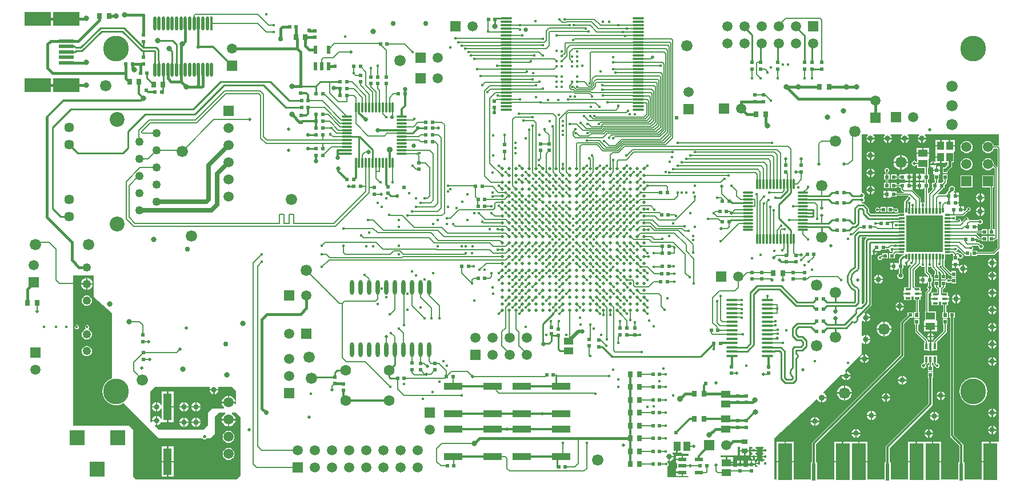
<source format=gtl>
%FSLAX25Y25*%
%MOIN*%
G70*
G01*
G75*
G04 Layer_Physical_Order=1*
G04 Layer_Color=255*
%ADD10C,0.01000*%
%ADD11R,0.02362X0.01969*%
%ADD12R,0.01969X0.02362*%
%ADD13R,0.04331X0.05512*%
%ADD14R,0.05118X0.02165*%
%ADD15R,0.03150X0.03543*%
%ADD16R,0.02362X0.09843*%
%ADD17R,0.07874X0.21654*%
%ADD18O,0.02362X0.08465*%
%ADD19R,0.03543X0.03150*%
%ADD20R,0.03937X0.04724*%
%ADD21R,0.02165X0.05118*%
%ADD22O,0.06496X0.01181*%
%ADD23O,0.01181X0.06496*%
%ADD24R,0.08858X0.01969*%
%ADD25R,0.15748X0.08071*%
%ADD26R,0.05512X0.04331*%
%ADD27R,0.01575X0.03347*%
%ADD28C,0.01969*%
%ADD29O,0.06693X0.01181*%
%ADD30R,0.01772X0.08268*%
%ADD31O,0.01772X0.08268*%
%ADD32O,0.07087X0.01378*%
%ADD33R,0.01181X0.02953*%
%ADD34R,0.01181X0.03347*%
%ADD35R,0.02953X0.01181*%
%ADD36R,0.03347X0.01181*%
%ADD37R,0.21260X0.21260*%
%ADD38R,0.11024X0.03937*%
%ADD39R,0.03150X0.01181*%
%ADD40R,0.04921X0.15748*%
%ADD41C,0.00500*%
%ADD42C,0.00800*%
%ADD43C,0.01200*%
%ADD44C,0.01190*%
%ADD45C,0.01600*%
%ADD46C,0.02500*%
%ADD47C,0.03000*%
%ADD48C,0.02000*%
%ADD49C,0.01500*%
%ADD50C,0.05906*%
%ADD51R,0.05906X0.05906*%
%ADD52R,0.08661X0.08661*%
%ADD53C,0.04921*%
%ADD54C,0.06299*%
%ADD55C,0.06614*%
%ADD56R,0.05906X0.05906*%
%ADD57C,0.08661*%
%ADD58C,0.05709*%
%ADD59C,0.02000*%
%ADD60C,0.01600*%
%ADD61C,0.03200*%
%ADD62C,0.02600*%
%ADD63C,0.02400*%
%ADD64C,0.15000*%
%ADD65C,0.01800*%
%ADD66C,0.02200*%
%ADD67C,0.03600*%
%ADD68C,0.03000*%
%ADD69C,0.02900*%
G36*
X432537Y19522D02*
X432202Y19298D01*
X431804Y18702D01*
X431744Y18400D01*
X433500D01*
Y17600D01*
X431744D01*
X431804Y17298D01*
X432202Y16702D01*
X432505Y16500D01*
Y16000D01*
X432202Y15798D01*
X431804Y15202D01*
X431744Y14900D01*
X433500D01*
Y14100D01*
X431744D01*
X431804Y13798D01*
X432202Y13202D01*
X432798Y12804D01*
X433071Y12750D01*
Y12250D01*
X432798Y12196D01*
X432202Y11798D01*
X432000Y11495D01*
X431500D01*
X431298Y11798D01*
X430702Y12196D01*
X430400Y12256D01*
Y10500D01*
X430000D01*
Y10100D01*
X428244D01*
X428304Y9798D01*
X428702Y9202D01*
X429037Y8979D01*
X428892Y8500D01*
X427484D01*
Y9568D01*
X423516D01*
Y8500D01*
X420984D01*
Y9568D01*
X417016D01*
Y8500D01*
X414756D01*
Y10553D01*
X411000D01*
Y10953D01*
X410600D01*
Y14118D01*
X407500D01*
Y15000D01*
X417500D01*
Y20000D01*
X418728D01*
Y18144D01*
X424272D01*
Y20000D01*
X425892D01*
X426037Y19522D01*
X425702Y19298D01*
X425304Y18702D01*
X425244Y18400D01*
X428756D01*
X428696Y18702D01*
X428298Y19298D01*
X427963Y19522D01*
X428108Y20000D01*
X432392D01*
X432537Y19522D01*
D02*
G37*
G36*
X382447Y16744D02*
X385000D01*
Y16000D01*
X389000D01*
Y14823D01*
X388638D01*
Y14823D01*
X385479D01*
Y12740D01*
X385079D01*
Y12340D01*
X381520D01*
Y10657D01*
X381945D01*
X382020Y10583D01*
X382020Y10304D01*
X382020Y10304D01*
X382020D01*
Y7696D01*
X382020Y7696D01*
X382020D01*
X382020Y7417D01*
X381945Y7343D01*
X381520D01*
Y5660D01*
X385079D01*
Y5260D01*
X385479D01*
Y3177D01*
X388638D01*
Y3177D01*
X388646D01*
X389000Y2824D01*
Y2500D01*
X376500D01*
Y8774D01*
X376507Y8775D01*
X376937Y9063D01*
X377225Y9493D01*
X377326Y10000D01*
X377225Y10507D01*
X376937Y10937D01*
X376582Y11174D01*
X376550Y11673D01*
X376876Y11960D01*
X377100Y11930D01*
Y14500D01*
X377500D01*
Y14900D01*
X380070D01*
X380033Y15179D01*
X379771Y15811D01*
X379399Y16296D01*
X379561Y16624D01*
X379653Y16744D01*
X381647D01*
Y20500D01*
X382447D01*
Y16744D01*
D02*
G37*
G36*
X505665Y135500D02*
X505804Y134798D01*
X506202Y134202D01*
X506798Y133804D01*
X507100Y133744D01*
Y135500D01*
X507900D01*
Y133744D01*
X507968Y133758D01*
X508204Y133317D01*
X507871Y132984D01*
X505787D01*
Y130016D01*
X509150D01*
Y132100D01*
X509959Y132908D01*
X511039D01*
Y132583D01*
X514583D01*
Y132035D01*
X514016D01*
X513626Y131958D01*
X513295Y131737D01*
X511748Y130190D01*
X511526Y129859D01*
X511449Y129469D01*
Y126984D01*
X511066D01*
X511066Y126984D01*
Y126984D01*
X510787Y126984D01*
X510713Y127059D01*
Y127484D01*
X508931D01*
Y125500D01*
Y123516D01*
X510713D01*
Y123941D01*
X510787Y124016D01*
X511066Y124016D01*
X511066Y124016D01*
Y124016D01*
X511480D01*
Y121484D01*
X511202Y121298D01*
X510804Y120702D01*
X510665Y120000D01*
X510804Y119298D01*
X511202Y118702D01*
X511798Y118304D01*
X512500Y118165D01*
X513202Y118304D01*
X513798Y118702D01*
X514196Y119298D01*
X514335Y120000D01*
X514196Y120702D01*
X513798Y121298D01*
X513520Y121484D01*
Y124016D01*
X514150D01*
Y126168D01*
X514628Y126313D01*
X514702Y126202D01*
X515298Y125804D01*
X515600Y125744D01*
Y127500D01*
X516400D01*
Y125744D01*
X516702Y125804D01*
X517298Y126202D01*
X517551Y126581D01*
X518051D01*
X518063Y126563D01*
X518456Y126300D01*
X518505Y125803D01*
X517551Y124849D01*
X517352Y124551D01*
X517282Y124200D01*
Y113150D01*
X514669D01*
Y111091D01*
X514169D01*
Y109900D01*
X516744D01*
Y109100D01*
X514169D01*
Y107909D01*
X514669D01*
Y105850D01*
X518819D01*
Y107909D01*
X519319D01*
Y107909D01*
X519319D01*
X519319Y107909D01*
X519681D01*
Y107909D01*
X520181D01*
Y105850D01*
X521338D01*
Y98650D01*
X520516D01*
Y98484D01*
X520287D01*
Y95516D01*
X520516D01*
Y95287D01*
X523484D01*
Y95516D01*
X523650D01*
Y98484D01*
X523484D01*
Y98650D01*
X523174D01*
Y105850D01*
X524331D01*
Y107909D01*
X524831D01*
Y109100D01*
X522256D01*
Y109900D01*
X524831D01*
Y111091D01*
X524331D01*
Y113150D01*
X521648D01*
X520918Y113880D01*
Y123074D01*
X523727Y125884D01*
X524074Y125953D01*
X524318Y125928D01*
X524563Y125563D01*
X524993Y125275D01*
X525500Y125174D01*
X526007Y125275D01*
X526126Y125355D01*
X526567Y125119D01*
Y122016D01*
X526567Y122016D01*
X526567D01*
X526637Y121665D01*
X526835Y121367D01*
X528582Y119620D01*
Y118984D01*
X528066D01*
X528066Y118984D01*
Y118984D01*
X527787Y118984D01*
X527713Y119059D01*
Y119484D01*
X525932D01*
Y117500D01*
Y115516D01*
X527713D01*
Y115941D01*
X527787Y116016D01*
X528066Y116016D01*
X528066Y116016D01*
Y116016D01*
X528551D01*
Y114170D01*
X528419Y114081D01*
X528087Y113585D01*
X527971Y113000D01*
X528087Y112415D01*
X528418Y111919D01*
X528437Y111734D01*
X527351Y110649D01*
X527152Y110351D01*
X527082Y110000D01*
Y99118D01*
X526744D01*
Y94066D01*
X526744Y94066D01*
X526744D01*
X526744Y93787D01*
X526669Y93713D01*
X526244D01*
Y90947D01*
X533756D01*
Y93713D01*
X533331D01*
X533256Y93787D01*
X533256Y94066D01*
X533256Y94066D01*
X533256D01*
Y99118D01*
X528918D01*
Y109620D01*
X530149Y110851D01*
X530348Y111149D01*
X530418Y111500D01*
X530418Y111500D01*
X530418Y111500D01*
Y111500D01*
Y111809D01*
X530581Y111919D01*
X530913Y112415D01*
X531029Y113000D01*
X530913Y113585D01*
X530581Y114081D01*
X530386Y114212D01*
Y116016D01*
X531150D01*
Y118984D01*
X530418D01*
Y120000D01*
X530348Y120351D01*
X530149Y120649D01*
X528402Y122396D01*
Y125140D01*
X528843Y125376D01*
X528993Y125275D01*
X529500Y125174D01*
X530007Y125275D01*
X530063Y125312D01*
X530410Y125127D01*
X530504Y125033D01*
X530504Y125033D01*
D01*
X530574Y124682D01*
X530772Y124384D01*
X532582Y122574D01*
Y121150D01*
X532016D01*
Y117787D01*
X534984D01*
Y121150D01*
X534418D01*
Y122631D01*
X534880Y122823D01*
X536173Y121529D01*
X536016Y121150D01*
X536016D01*
X536016Y121150D01*
Y117787D01*
X538937D01*
D01*
X538937Y117787D01*
D01*
X538990Y117723D01*
X538984Y117730D01*
Y117551D01*
X538824Y117213D01*
X536016D01*
Y113850D01*
X536016Y113850D01*
X536016D01*
X536173Y113471D01*
X535751Y113049D01*
X535750Y113047D01*
X535250D01*
X535249Y113049D01*
Y113049D01*
X535249Y113049D01*
X534827Y113471D01*
X534984Y113850D01*
X534984D01*
X534984Y113850D01*
Y117213D01*
X532016D01*
Y113850D01*
X532232D01*
X532582Y113500D01*
X532582Y113500D01*
D01*
X532652Y113149D01*
X532851Y112851D01*
X533682Y112020D01*
Y110150D01*
X530669D01*
Y108091D01*
X530169D01*
Y106900D01*
X532744D01*
Y106100D01*
X530169D01*
Y104909D01*
X530669D01*
Y102850D01*
X534819D01*
Y104909D01*
X535319D01*
Y104909D01*
X535319D01*
X535319Y104909D01*
X535681D01*
Y104909D01*
X536181D01*
Y102850D01*
X537338D01*
Y98650D01*
X537016D01*
Y98484D01*
X536850D01*
Y95516D01*
X537016D01*
Y95287D01*
X539984D01*
Y95516D01*
X540213D01*
Y98484D01*
X539984D01*
Y98650D01*
X539174D01*
Y102850D01*
X540331D01*
Y104909D01*
X540831D01*
Y106100D01*
X538256D01*
Y106900D01*
X540831D01*
Y108091D01*
X540331D01*
Y110150D01*
X537318D01*
Y112020D01*
X538149Y112851D01*
X538348Y113149D01*
X538359Y113207D01*
X538418Y113500D01*
Y113850D01*
X538984D01*
Y116067D01*
X539463Y116212D01*
X539563Y116063D01*
X539993Y115775D01*
X540500Y115674D01*
X541007Y115775D01*
X541437Y116063D01*
X541537Y116212D01*
X542016Y116067D01*
Y115350D01*
X544984D01*
Y118713D01*
X542016D01*
Y117933D01*
X541537Y117788D01*
X541437Y117937D01*
X541007Y118225D01*
X540500Y118325D01*
X539993Y118225D01*
X539563Y117937D01*
X539463Y117788D01*
X539355Y117820D01*
X538984Y117933D01*
Y121150D01*
X538418D01*
Y121500D01*
X538348Y121851D01*
X538149Y122149D01*
X535159Y125139D01*
X535304Y125617D01*
X535597Y125675D01*
X536027Y125963D01*
X536084Y126048D01*
X536562Y125902D01*
Y125173D01*
X536620Y124881D01*
X536786Y124633D01*
X540991Y120428D01*
X541239Y120262D01*
X541532Y120204D01*
X542016D01*
Y119287D01*
X544984D01*
Y122650D01*
X542016D01*
Y122219D01*
X541554Y122028D01*
X538092Y125490D01*
Y129039D01*
X538417D01*
Y132583D01*
X541961D01*
Y132756D01*
X542817D01*
X543094Y132340D01*
X543016Y132150D01*
X543016D01*
X543016Y132150D01*
Y129066D01*
X543016Y129066D01*
X543016D01*
X543016Y128787D01*
X542941Y128713D01*
X542516D01*
Y126932D01*
X546484D01*
Y128713D01*
X546059D01*
X545984Y128787D01*
X545984Y129066D01*
X545984Y129066D01*
X545984D01*
Y130128D01*
X546359Y130379D01*
X546425Y130414D01*
X546915Y130087D01*
X547500Y129971D01*
X548085Y130087D01*
X548581Y130419D01*
X548913Y130915D01*
X549029Y131500D01*
X548913Y132085D01*
X548581Y132581D01*
X548085Y132913D01*
X547500Y133029D01*
X547307Y132991D01*
X546899Y133399D01*
X546601Y133598D01*
X546250Y133668D01*
X544959D01*
X544662Y134069D01*
X544706Y134215D01*
X545007Y134275D01*
X545437Y134563D01*
X545725Y134993D01*
X545820Y135475D01*
X546055Y135546D01*
X546320Y135598D01*
X549459Y132459D01*
X549707Y132293D01*
X549850Y132265D01*
Y131516D01*
X553213D01*
Y133230D01*
X553250Y133418D01*
X553750D01*
X553787Y133230D01*
Y131516D01*
X557150D01*
Y132235D01*
X567000D01*
X567293Y132293D01*
X567541Y132459D01*
X569538Y134457D01*
X570000Y134265D01*
Y23303D01*
X569669D01*
Y23303D01*
X565132D01*
Y11476D01*
X564732D01*
Y11076D01*
X559795D01*
Y1020D01*
X549681D01*
Y10992D01*
X549116D01*
Y21161D01*
X549031Y21589D01*
X548790Y21951D01*
X543585Y27156D01*
Y95516D01*
X544150D01*
Y98484D01*
X540787D01*
Y95516D01*
X541352D01*
Y26693D01*
X541437Y26266D01*
X541679Y25904D01*
X546884Y20699D01*
Y10992D01*
X546319D01*
Y1020D01*
X536205D01*
Y11076D01*
X531268D01*
Y11476D01*
X530868D01*
Y23303D01*
X526669D01*
D01*
D01*
X526669Y23303D01*
X526331D01*
Y23303D01*
X522132D01*
Y11476D01*
X521732D01*
Y11076D01*
X516795D01*
Y1020D01*
X506681D01*
Y10992D01*
X506116D01*
Y19538D01*
X530789Y44211D01*
X531032Y44573D01*
X531116Y45000D01*
Y60350D01*
X531484D01*
Y63713D01*
X528516D01*
Y60350D01*
X528884D01*
Y45463D01*
X504211Y20789D01*
X503968Y20427D01*
X503884Y20000D01*
Y10992D01*
X503319D01*
Y1020D01*
X493205D01*
Y11076D01*
X488268D01*
Y11476D01*
X487868D01*
Y23303D01*
X483669D01*
D01*
D01*
X483669Y23303D01*
X483331D01*
Y23303D01*
X479132D01*
Y11476D01*
X478732D01*
Y11076D01*
X473795D01*
Y1020D01*
X463681D01*
Y10992D01*
X463116D01*
Y21538D01*
X514290Y72711D01*
X514532Y73073D01*
X514616Y73500D01*
Y92006D01*
X518126Y95516D01*
X519713D01*
Y98484D01*
X516350D01*
Y96898D01*
X512711Y93258D01*
X512468Y92896D01*
X512384Y92469D01*
Y73962D01*
X461210Y22789D01*
X460968Y22427D01*
X460884Y22000D01*
Y10992D01*
X460319D01*
Y1020D01*
X450205D01*
Y11076D01*
X440331D01*
Y1020D01*
X439258D01*
X438905Y1374D01*
X439000Y25000D01*
X459000Y43500D01*
X463490Y48004D01*
X463980Y47907D01*
X464154Y47488D01*
X464603Y46903D01*
X465188Y46454D01*
X465869Y46172D01*
X466200Y46128D01*
Y48900D01*
X466600D01*
Y49300D01*
X469372D01*
X469328Y49631D01*
X469046Y50312D01*
X468597Y50897D01*
X468012Y51346D01*
X467584Y51523D01*
X467486Y52013D01*
X477800Y62361D01*
X478249Y62140D01*
X478230Y62000D01*
X480400D01*
Y64170D01*
X480252Y64150D01*
X480031Y64599D01*
X489113Y73710D01*
X489489Y73381D01*
Y73381D01*
X489489D01*
X489129Y72911D01*
X488867Y72279D01*
X488830Y72000D01*
X491000D01*
Y74170D01*
X490721Y74133D01*
X490089Y73871D01*
X489617Y73509D01*
X489287Y73885D01*
X490000Y74600D01*
Y80646D01*
X490448Y80867D01*
X490889Y80529D01*
X491521Y80267D01*
X491800Y80230D01*
Y82800D01*
Y85370D01*
X491521Y85333D01*
X490889Y85071D01*
X490448Y84733D01*
X490000Y84954D01*
Y93404D01*
X490433Y93736D01*
X490448Y93743D01*
X490989Y93329D01*
X491621Y93067D01*
X491900Y93030D01*
Y95600D01*
Y98170D01*
X491621Y98133D01*
X491580Y98116D01*
X491302Y98532D01*
X495221Y102451D01*
X495442Y102781D01*
X495520Y103172D01*
X495520Y103172D01*
X495520Y103172D01*
Y103172D01*
Y132294D01*
X495961Y132530D01*
X496298Y132304D01*
X496600Y132244D01*
Y134000D01*
X497000D01*
Y134400D01*
X499032D01*
X499127Y134516D01*
X500713D01*
Y135016D01*
X500787D01*
Y135016D01*
X504150D01*
Y135407D01*
X504536Y135724D01*
X505665Y135500D01*
D02*
G37*
G36*
X125000Y52500D02*
Y45186D01*
X124575Y44922D01*
X124359Y45029D01*
X124434Y45600D01*
X116566D01*
X116649Y44968D01*
X117047Y44007D01*
X117681Y43181D01*
X117951Y42974D01*
X117790Y42500D01*
X111000D01*
X108500Y40000D01*
Y32500D01*
X106000Y30000D01*
X80000D01*
X77382Y32618D01*
X77660Y33034D01*
X77821Y32967D01*
X78100Y32930D01*
Y35100D01*
X75930D01*
X75967Y34821D01*
X76034Y34660D01*
X75618Y34382D01*
X75000Y35000D01*
Y52500D01*
X77500Y55000D01*
X109357D01*
X109635Y54584D01*
X109467Y54179D01*
X109430Y53900D01*
X114570D01*
X114533Y54179D01*
X114365Y54584D01*
X114643Y55000D01*
X122500D01*
X125000Y52500D01*
D02*
G37*
G36*
X492577Y142018D02*
X491779Y141221D01*
X491558Y140890D01*
X491480Y140500D01*
Y104422D01*
X490462Y103404D01*
X490000Y103595D01*
Y142480D01*
X492385D01*
X492577Y142018D01*
D02*
G37*
G36*
X570000Y195941D02*
X569559Y195705D01*
X569557Y195706D01*
X569265Y195765D01*
X566882D01*
X566864Y195901D01*
X566516Y196741D01*
X565963Y197462D01*
X565241Y198016D01*
X564401Y198364D01*
X563500Y198483D01*
X562599Y198364D01*
X561759Y198016D01*
X561037Y197462D01*
X560484Y196741D01*
X560136Y195901D01*
X560017Y195000D01*
X560136Y194099D01*
X560484Y193259D01*
X561037Y192537D01*
X561759Y191984D01*
X562599Y191636D01*
X563500Y191517D01*
X564401Y191636D01*
X565241Y191984D01*
X565963Y192537D01*
X566516Y193259D01*
X566864Y194099D01*
X566882Y194235D01*
X568948D01*
X569235Y193948D01*
Y183612D01*
X568791Y183315D01*
X568773Y183308D01*
X566968Y185114D01*
X566864Y185901D01*
X566516Y186741D01*
X565963Y187462D01*
X565241Y188016D01*
X564401Y188364D01*
X563500Y188482D01*
X562599Y188364D01*
X561759Y188016D01*
X561037Y187462D01*
X560484Y186741D01*
X560136Y185901D01*
X560017Y185000D01*
X560136Y184099D01*
X560484Y183259D01*
X561037Y182537D01*
X561759Y181984D01*
X562599Y181636D01*
X563500Y181518D01*
X564401Y181636D01*
X565241Y181984D01*
X565963Y182537D01*
X566348Y183039D01*
X566847Y183072D01*
X567471Y182448D01*
Y147305D01*
X567150Y146984D01*
X567117Y146984D01*
X567117Y146984D01*
Y146984D01*
X566233D01*
Y149842D01*
X566265Y150000D01*
Y171547D01*
X566953D01*
Y178453D01*
X560047D01*
Y171547D01*
X564735D01*
Y150127D01*
X564704Y149969D01*
Y146984D01*
X563787D01*
Y144016D01*
X567117D01*
X567117Y144016D01*
Y144016D01*
X567150Y144016D01*
X567471Y143695D01*
Y142984D01*
X567150D01*
Y142984D01*
X563787D01*
Y140016D01*
X567150D01*
Y140735D01*
X567500D01*
X567793Y140794D01*
X568041Y140959D01*
X568773Y141692D01*
X568791Y141685D01*
X569235Y141388D01*
Y136317D01*
X566683Y133765D01*
X557150D01*
Y134484D01*
X554433D01*
X554288Y134963D01*
X554437Y135063D01*
X554725Y135493D01*
X554825Y136000D01*
X554725Y136507D01*
X554437Y136937D01*
X554188Y137104D01*
X554333Y137582D01*
X557620D01*
X558009Y137193D01*
X557971Y137000D01*
X558087Y136415D01*
X558419Y135919D01*
X558915Y135587D01*
X559500Y135471D01*
X560085Y135587D01*
X560581Y135919D01*
X560913Y136415D01*
X561029Y137000D01*
X560913Y137585D01*
X560581Y138081D01*
X560085Y138413D01*
X559500Y138529D01*
X559307Y138491D01*
X558649Y139149D01*
X558351Y139348D01*
X558000Y139418D01*
X556650D01*
Y140600D01*
X554468D01*
Y141400D01*
X556650D01*
Y141616D01*
X557112Y141807D01*
X557959Y140959D01*
X558207Y140794D01*
X558500Y140735D01*
X558500Y140735D01*
X559850D01*
Y140016D01*
X563213D01*
Y142984D01*
X559850D01*
Y142265D01*
X558817D01*
X557025Y144056D01*
X556777Y144222D01*
X556876Y144720D01*
X559850D01*
Y144016D01*
X563213D01*
Y146984D01*
X559850D01*
Y146249D01*
X557650D01*
Y146249D01*
Y146516D01*
X557650Y146602D01*
X557650Y146602D01*
X557650D01*
Y148100D01*
X555469D01*
Y148900D01*
X557650D01*
Y150068D01*
X558091Y150304D01*
X558415Y150087D01*
X559000Y149971D01*
X559585Y150087D01*
X560081Y150419D01*
X560413Y150915D01*
X560529Y151500D01*
X560413Y152085D01*
X560081Y152581D01*
X559585Y152913D01*
X559000Y153029D01*
X558415Y152913D01*
X557919Y152581D01*
X557809Y152418D01*
X552604D01*
X552286Y152804D01*
X552325Y153000D01*
X552225Y153507D01*
X551937Y153937D01*
X551507Y154225D01*
X551000Y154325D01*
X550493Y154225D01*
X550063Y153937D01*
X549775Y153507D01*
X549675Y153000D01*
X549715Y152796D01*
X548301Y151382D01*
X547860Y151618D01*
X547936Y152000D01*
X547835Y152507D01*
X547547Y152937D01*
X547118Y153225D01*
X546610Y153325D01*
X546103Y153225D01*
X545673Y152937D01*
X545386Y152507D01*
X545316Y152155D01*
X544710D01*
X544634Y152269D01*
X544459Y152595D01*
X544725Y152993D01*
X544826Y153500D01*
X544725Y154007D01*
X544533Y154294D01*
X544768Y154735D01*
X549000D01*
X549293Y154794D01*
X549541Y154959D01*
X551980Y157398D01*
X552100Y157375D01*
X552607Y157475D01*
X553037Y157763D01*
X553325Y158193D01*
X553426Y158700D01*
X553325Y159207D01*
X553037Y159637D01*
X552607Y159925D01*
X552100Y160026D01*
X551593Y159925D01*
X551163Y159637D01*
X550875Y159207D01*
X550774Y158700D01*
X550832Y158413D01*
X550111Y157693D01*
X549650Y157884D01*
Y158100D01*
X547469D01*
Y158500D01*
X547069D01*
Y160484D01*
X546650D01*
Y160484D01*
Y160516D01*
X546650Y160838D01*
X546650Y160838D01*
X546650D01*
Y162100D01*
X544468D01*
Y162900D01*
X546650D01*
Y164162D01*
X546650Y164162D01*
D01*
D01*
X546650Y164484D01*
Y164485D01*
Y164500D01*
X546650Y164516D01*
X546650Y164838D01*
X546650Y164838D01*
X546650D01*
Y166100D01*
X544468D01*
Y166500D01*
X544068D01*
Y168484D01*
X543584D01*
X543439Y168963D01*
X543798Y169202D01*
X544196Y169798D01*
X544335Y170500D01*
X544196Y171202D01*
X543798Y171798D01*
X543202Y172196D01*
X542500Y172335D01*
X541798Y172196D01*
X541202Y171798D01*
X540804Y171202D01*
X540665Y170500D01*
X540730Y170172D01*
X539811Y169252D01*
X539590Y168922D01*
X539512Y168532D01*
Y167984D01*
X538850D01*
Y167418D01*
X534500D01*
X534365Y167391D01*
X534129Y167832D01*
X537117Y170820D01*
X537248Y171016D01*
X538150D01*
Y172883D01*
X539149Y173883D01*
X539348Y174180D01*
X539359Y174239D01*
X539418Y174531D01*
Y175850D01*
X539984D01*
Y179213D01*
X537016D01*
Y175850D01*
X537582D01*
Y174912D01*
X536655Y173984D01*
X534787D01*
X534787Y173984D01*
X534787Y173984D01*
X534348Y174149D01*
X534359Y174207D01*
X534418Y174500D01*
Y175850D01*
X534984D01*
Y178934D01*
X534984Y178934D01*
D01*
D01*
X534984Y179213D01*
D01*
X535059Y179287D01*
X535484D01*
Y181069D01*
X531516D01*
Y179287D01*
X531941D01*
X532016Y179213D01*
X532016Y178934D01*
X532016Y178934D01*
X532016D01*
Y175850D01*
X532582D01*
Y174880D01*
X531883Y174180D01*
X531752Y173984D01*
X530850D01*
Y171016D01*
X531065D01*
X531256Y170554D01*
X528848Y168146D01*
X528558Y168266D01*
X528386Y168381D01*
Y171016D01*
X529150D01*
Y173984D01*
X528386D01*
Y176016D01*
X529150D01*
Y178984D01*
X528386D01*
Y182882D01*
X528756D01*
Y187934D01*
X528756Y187934D01*
D01*
D01*
X528756Y188213D01*
D01*
X528831Y188287D01*
X529256D01*
Y191053D01*
X521744D01*
Y188287D01*
X522169D01*
X522244Y188213D01*
X522244Y187934D01*
X522244Y187934D01*
X522244D01*
Y186465D01*
X521659D01*
X521581Y186581D01*
X521085Y186913D01*
X520500Y187029D01*
X519915Y186913D01*
X519419Y186581D01*
X519087Y186085D01*
X518971Y185500D01*
X519087Y184915D01*
X519419Y184419D01*
X519915Y184087D01*
X520500Y183971D01*
X521085Y184087D01*
X521581Y184419D01*
X521723Y184630D01*
X522244D01*
Y182882D01*
X526551D01*
Y178984D01*
X526066D01*
X526066Y178984D01*
Y178984D01*
X525787Y178984D01*
X525713Y179059D01*
Y179484D01*
X523932D01*
Y177500D01*
Y175516D01*
X525713D01*
Y175941D01*
X525787Y176016D01*
X526066Y176016D01*
X526066Y176016D01*
Y176016D01*
X526551D01*
Y173984D01*
X526066D01*
X526066Y173984D01*
Y173984D01*
X525787Y173984D01*
X525713Y174059D01*
Y174484D01*
X523932D01*
Y172500D01*
Y170516D01*
X525713D01*
Y170941D01*
X525787Y171016D01*
X526066Y171016D01*
X526066Y171016D01*
Y171016D01*
X526551D01*
Y163020D01*
X526164Y162703D01*
X525900Y162756D01*
Y161000D01*
X525100D01*
Y162756D01*
X524798Y162696D01*
X524753Y162666D01*
X524312Y162901D01*
Y165000D01*
D01*
Y165000D01*
X524312D01*
D01*
Y165000D01*
X524312D01*
Y165000D01*
X524312Y165000D01*
X524312Y165000D01*
D01*
D01*
D01*
D01*
X524254Y165293D01*
X524198Y165376D01*
X524198Y165376D01*
X524088Y165541D01*
Y165541D01*
X524088Y165541D01*
X519631Y169998D01*
X519631Y170498D01*
X519650Y170516D01*
D01*
D01*
D01*
X519650Y170539D01*
X519650Y170539D01*
X519650Y170539D01*
Y172100D01*
X517469D01*
Y172500D01*
X517068D01*
Y174484D01*
X515287D01*
Y174059D01*
X515213Y173984D01*
X514934Y173984D01*
X514934Y173984D01*
Y173984D01*
X511850D01*
Y173265D01*
X510150D01*
Y173984D01*
X506787D01*
Y171016D01*
X510150D01*
Y171735D01*
X511850D01*
Y171016D01*
X512767D01*
Y170468D01*
X512767Y170468D01*
X512767D01*
X512825Y170176D01*
X512991Y169928D01*
X513959Y168959D01*
X513959Y168959D01*
X514207Y168793D01*
X514364Y168762D01*
X514315Y168265D01*
X510150D01*
Y168984D01*
X507066D01*
X507066Y168984D01*
Y168984D01*
X506787Y168984D01*
X506713Y169059D01*
Y169484D01*
X504931D01*
Y167500D01*
Y165516D01*
X506713D01*
Y165941D01*
X506787Y166016D01*
X507066Y166016D01*
X507066Y166016D01*
Y166016D01*
X510150D01*
Y166735D01*
X517010D01*
X517059Y166238D01*
X516993Y166225D01*
X516563Y165937D01*
X516275Y165507D01*
X516203Y165145D01*
X514952Y163894D01*
X514731Y163563D01*
X514654Y163173D01*
Y159961D01*
X514583D01*
Y156417D01*
X511039D01*
Y156346D01*
X511000D01*
X510610Y156269D01*
X510279Y156048D01*
X510251Y156020D01*
X495251D01*
X494020Y157251D01*
Y158828D01*
X493942Y159219D01*
X493721Y159549D01*
X491549Y161721D01*
X491219Y161942D01*
X490828Y162020D01*
X490000D01*
Y162671D01*
X490585Y162787D01*
X491081Y163119D01*
X491413Y163615D01*
X491529Y164200D01*
X491413Y164785D01*
X491081Y165281D01*
Y165719D01*
X491413Y166215D01*
X491529Y166800D01*
X491413Y167385D01*
X491081Y167881D01*
X490585Y168213D01*
X490000Y168329D01*
Y202500D01*
X493209D01*
X493370Y202027D01*
X493146Y201854D01*
X492729Y201311D01*
X492467Y200679D01*
X492430Y200400D01*
X497570D01*
X497533Y200679D01*
X497271Y201311D01*
X496854Y201854D01*
X496630Y202027D01*
X496791Y202500D01*
X503209D01*
X503370Y202027D01*
X503146Y201854D01*
X502729Y201311D01*
X502467Y200679D01*
X502430Y200400D01*
X507570D01*
X507533Y200679D01*
X507271Y201311D01*
X506854Y201854D01*
X506630Y202027D01*
X506791Y202500D01*
X513209D01*
X513370Y202027D01*
X513146Y201854D01*
X512729Y201311D01*
X512467Y200679D01*
X512430Y200400D01*
X517570D01*
X517533Y200679D01*
X517271Y201311D01*
X516854Y201854D01*
X516630Y202027D01*
X516791Y202500D01*
X523209D01*
X523370Y202027D01*
X523146Y201854D01*
X522729Y201311D01*
X522467Y200679D01*
X522430Y200400D01*
X527570D01*
X527533Y200679D01*
X527271Y201311D01*
X526854Y201854D01*
X526630Y202027D01*
X526791Y202500D01*
X570000D01*
Y195941D01*
D02*
G37*
G36*
X42000Y107500D02*
X52500Y98000D01*
Y60102D01*
X51924Y59927D01*
X50534Y59184D01*
X49316Y58184D01*
X48316Y56966D01*
X47573Y55576D01*
X47116Y54068D01*
X46961Y52500D01*
X47116Y50932D01*
X47573Y49424D01*
X48316Y48034D01*
X49316Y46816D01*
X50534Y45816D01*
X51924Y45073D01*
X53432Y44616D01*
X55000Y44461D01*
X56568Y44616D01*
X58076Y45073D01*
X59282Y45718D01*
X80000Y25000D01*
X105364D01*
X105419Y24919D01*
X105915Y24587D01*
X106500Y24471D01*
X107085Y24587D01*
X107581Y24919D01*
X107636Y25000D01*
X110000D01*
X112500Y27500D01*
Y37500D01*
X115000Y40000D01*
X118546D01*
X118644Y39510D01*
X118507Y39453D01*
X117681Y38819D01*
X117047Y37993D01*
X116649Y37032D01*
X116566Y36400D01*
X124434D01*
X124351Y37032D01*
X123953Y37993D01*
X123319Y38819D01*
X122493Y39453D01*
X122356Y39510D01*
X122454Y40000D01*
X125000D01*
X127500Y37500D01*
Y3500D01*
X125020Y1020D01*
X66480D01*
X65000Y2500D01*
Y30000D01*
X62500Y32500D01*
X29900Y32600D01*
X30000Y120000D01*
X42000D01*
Y107500D01*
D02*
G37*
%LPC*%
G36*
X555000Y60539D02*
X553432Y60384D01*
X551924Y59927D01*
X550534Y59184D01*
X549316Y58184D01*
X548316Y56966D01*
X547573Y55576D01*
X547116Y54068D01*
X546961Y52500D01*
X547116Y50932D01*
X547573Y49424D01*
X548316Y48034D01*
X549316Y46816D01*
X550534Y45816D01*
X551924Y45073D01*
X553432Y44616D01*
X555000Y44461D01*
X556568Y44616D01*
X558076Y45073D01*
X559466Y45816D01*
X560684Y46816D01*
X561684Y48034D01*
X562427Y49424D01*
X562884Y50932D01*
X563039Y52500D01*
X562884Y54068D01*
X562427Y55576D01*
X561684Y56966D01*
X560684Y58184D01*
X559466Y59184D01*
X558076Y59927D01*
X556568Y60384D01*
X555000Y60539D01*
D02*
G37*
G36*
X469372Y48500D02*
X467000D01*
Y46128D01*
X467331Y46172D01*
X468012Y46454D01*
X468597Y46903D01*
X469046Y47488D01*
X469328Y48169D01*
X469372Y48500D01*
D02*
G37*
G36*
X120100Y49934D02*
X119468Y49851D01*
X118507Y49453D01*
X117681Y48819D01*
X117047Y47993D01*
X116649Y47032D01*
X116566Y46400D01*
X120100D01*
Y49934D01*
D02*
G37*
G36*
X84600Y52319D02*
X81539D01*
Y44155D01*
X81040Y44123D01*
X81033Y44179D01*
X80771Y44811D01*
X80354Y45354D01*
X79811Y45771D01*
X79179Y46033D01*
X78900Y46070D01*
Y43500D01*
Y40930D01*
X79179Y40967D01*
X79811Y41229D01*
X80354Y41646D01*
X80771Y42189D01*
X81033Y42821D01*
X81040Y42877D01*
X81539Y42845D01*
Y36156D01*
X81040Y36123D01*
X81033Y36179D01*
X80771Y36811D01*
X80354Y37354D01*
X79811Y37771D01*
X79179Y38033D01*
X78900Y38070D01*
Y35500D01*
Y32930D01*
X79179Y32967D01*
X79811Y33229D01*
X80354Y33646D01*
X80771Y34189D01*
X81033Y34821D01*
X81040Y34877D01*
X81539Y34844D01*
Y34571D01*
X84600D01*
Y43445D01*
Y52319D01*
D02*
G37*
G36*
X94900Y46070D02*
Y43900D01*
X97070D01*
X97033Y44179D01*
X96771Y44811D01*
X96354Y45354D01*
X95811Y45771D01*
X95179Y46033D01*
X94900Y46070D01*
D02*
G37*
G36*
X101100D02*
X100821Y46033D01*
X100189Y45771D01*
X99646Y45354D01*
X99229Y44811D01*
X98967Y44179D01*
X98930Y43900D01*
X101100D01*
Y46070D01*
D02*
G37*
G36*
X101900D02*
Y43900D01*
X104070D01*
X104033Y44179D01*
X103771Y44811D01*
X103354Y45354D01*
X102811Y45771D01*
X102179Y46033D01*
X101900Y46070D01*
D02*
G37*
G36*
X484092Y51200D02*
X480200D01*
Y47308D01*
X480924Y47404D01*
X481972Y47838D01*
X482872Y48528D01*
X483562Y49428D01*
X483996Y50476D01*
X484092Y51200D01*
D02*
G37*
G36*
X535600Y49600D02*
X533430D01*
X533467Y49321D01*
X533729Y48689D01*
X534146Y48146D01*
X534689Y47729D01*
X535321Y47467D01*
X535600Y47430D01*
Y49600D01*
D02*
G37*
G36*
X538570D02*
X536400D01*
Y47430D01*
X536679Y47467D01*
X537311Y47729D01*
X537854Y48146D01*
X538271Y48689D01*
X538533Y49321D01*
X538570Y49600D01*
D02*
G37*
G36*
X479400Y51200D02*
X475508D01*
X475604Y50476D01*
X476038Y49428D01*
X476728Y48528D01*
X477628Y47838D01*
X478676Y47404D01*
X479400Y47308D01*
Y51200D01*
D02*
G37*
G36*
X120900Y49934D02*
Y46400D01*
X124434D01*
X124351Y47032D01*
X123953Y47993D01*
X123319Y48819D01*
X122493Y49453D01*
X121532Y49851D01*
X120900Y49934D01*
D02*
G37*
G36*
X503600Y48600D02*
X501430D01*
X501467Y48321D01*
X501729Y47689D01*
X502146Y47146D01*
X502689Y46729D01*
X503321Y46467D01*
X503600Y46430D01*
Y48600D01*
D02*
G37*
G36*
X506570D02*
X504400D01*
Y46430D01*
X504679Y46467D01*
X505311Y46729D01*
X505854Y47146D01*
X506271Y47689D01*
X506533Y48321D01*
X506570Y48600D01*
D02*
G37*
G36*
X94100Y46070D02*
X93821Y46033D01*
X93189Y45771D01*
X92646Y45354D01*
X92229Y44811D01*
X91967Y44179D01*
X91930Y43900D01*
X94100D01*
Y46070D01*
D02*
G37*
G36*
X495900Y41070D02*
Y38900D01*
X498070D01*
X498033Y39179D01*
X497771Y39811D01*
X497354Y40354D01*
X496811Y40771D01*
X496179Y41033D01*
X495900Y41070D01*
D02*
G37*
G36*
X565600Y42570D02*
X565321Y42533D01*
X564689Y42271D01*
X564146Y41854D01*
X563729Y41311D01*
X563467Y40679D01*
X563430Y40400D01*
X565600D01*
Y42570D01*
D02*
G37*
G36*
X566400D02*
Y40400D01*
X568570D01*
X568533Y40679D01*
X568271Y41311D01*
X567854Y41854D01*
X567311Y42271D01*
X566679Y42533D01*
X566400Y42570D01*
D02*
G37*
G36*
X495100Y41070D02*
X494821Y41033D01*
X494189Y40771D01*
X493646Y40354D01*
X493229Y39811D01*
X492967Y39179D01*
X492930Y38900D01*
X495100D01*
Y41070D01*
D02*
G37*
G36*
X568570Y39600D02*
X566400D01*
Y37430D01*
X566679Y37467D01*
X567311Y37729D01*
X567854Y38146D01*
X568271Y38689D01*
X568533Y39321D01*
X568570Y39600D01*
D02*
G37*
G36*
X531828Y40670D02*
X531550Y40633D01*
X530917Y40371D01*
X530374Y39954D01*
X529957Y39411D01*
X529695Y38779D01*
X529659Y38500D01*
X531828D01*
Y40670D01*
D02*
G37*
G36*
X532628D02*
Y38500D01*
X534798D01*
X534762Y38779D01*
X534500Y39411D01*
X534083Y39954D01*
X533540Y40371D01*
X532907Y40633D01*
X532628Y40670D01*
D02*
G37*
G36*
X104070Y43100D02*
X101900D01*
Y40930D01*
X102179Y40967D01*
X102811Y41229D01*
X103354Y41646D01*
X103771Y42189D01*
X104033Y42821D01*
X104070Y43100D01*
D02*
G37*
G36*
X88461Y52319D02*
X85400D01*
Y43845D01*
X88461D01*
Y52319D01*
D02*
G37*
G36*
X78100Y46070D02*
X77821Y46033D01*
X77189Y45771D01*
X76646Y45354D01*
X76229Y44811D01*
X75967Y44179D01*
X75930Y43900D01*
X78100D01*
Y46070D01*
D02*
G37*
G36*
X101100Y43100D02*
X98930D01*
X98967Y42821D01*
X99229Y42189D01*
X99646Y41646D01*
X100189Y41229D01*
X100821Y40967D01*
X101100Y40930D01*
Y43100D01*
D02*
G37*
G36*
X78100D02*
X75930D01*
X75967Y42821D01*
X76229Y42189D01*
X76646Y41646D01*
X77189Y41229D01*
X77821Y40967D01*
X78100Y40930D01*
Y43100D01*
D02*
G37*
G36*
X94100D02*
X91930D01*
X91967Y42821D01*
X92229Y42189D01*
X92646Y41646D01*
X93189Y41229D01*
X93821Y40967D01*
X94100Y40930D01*
Y43100D01*
D02*
G37*
G36*
X97070D02*
X94900D01*
Y40930D01*
X95179Y40967D01*
X95811Y41229D01*
X96354Y41646D01*
X96771Y42189D01*
X97033Y42821D01*
X97070Y43100D01*
D02*
G37*
G36*
X568570Y69600D02*
X566400D01*
Y67430D01*
X566679Y67467D01*
X567311Y67729D01*
X567854Y68146D01*
X568271Y68689D01*
X568533Y69321D01*
X568570Y69600D01*
D02*
G37*
G36*
X491000Y71200D02*
X488830D01*
X488867Y70921D01*
X489129Y70289D01*
X489546Y69746D01*
X490089Y69329D01*
X490721Y69067D01*
X491000Y69030D01*
Y71200D01*
D02*
G37*
G36*
X493970D02*
X491800D01*
Y69030D01*
X492079Y69067D01*
X492711Y69329D01*
X493254Y69746D01*
X493671Y70289D01*
X493933Y70921D01*
X493970Y71200D01*
D02*
G37*
G36*
X565600Y69600D02*
X563430D01*
X563467Y69321D01*
X563729Y68689D01*
X564146Y68146D01*
X564689Y67729D01*
X565321Y67467D01*
X565600Y67430D01*
Y69600D01*
D02*
G37*
G36*
X513900Y61570D02*
Y59400D01*
X516070D01*
X516033Y59679D01*
X515771Y60311D01*
X515354Y60854D01*
X514811Y61271D01*
X514179Y61533D01*
X513900Y61570D01*
D02*
G37*
G36*
X481200Y64170D02*
Y62000D01*
X483370D01*
X483333Y62279D01*
X483071Y62911D01*
X482654Y63454D01*
X482111Y63871D01*
X481479Y64133D01*
X481200Y64170D01*
D02*
G37*
G36*
X533847Y73433D02*
X526154D01*
Y69801D01*
X526000Y69029D01*
X525415Y68913D01*
X524919Y68581D01*
X524587Y68085D01*
X524471Y67500D01*
X524587Y66915D01*
X524919Y66419D01*
X525415Y66087D01*
X526000Y65971D01*
X526585Y66087D01*
X527081Y66419D01*
X527413Y66915D01*
X527529Y67500D01*
X527455Y67874D01*
X527982Y68400D01*
X528147Y68648D01*
X528206Y68941D01*
Y68941D01*
X528206Y68941D01*
X528497Y69087D01*
X529082D01*
Y67650D01*
X528516D01*
Y64287D01*
X531484D01*
Y67650D01*
X530918D01*
Y69087D01*
X531794D01*
Y68441D01*
X531794Y68441D01*
X531794D01*
X531853Y68148D01*
X532018Y67900D01*
X532738Y67181D01*
X532775Y66993D01*
X533063Y66563D01*
X533493Y66275D01*
X534000Y66175D01*
X534507Y66275D01*
X534937Y66563D01*
X535225Y66993D01*
X535325Y67500D01*
X535225Y68007D01*
X534937Y68437D01*
X534507Y68725D01*
X534000Y68826D01*
D01*
X533883Y68904D01*
X533847Y69087D01*
X533847Y69087D01*
X533847Y69087D01*
Y73433D01*
D02*
G37*
G36*
X523484Y94713D02*
X520516D01*
Y91350D01*
X521082D01*
Y87629D01*
X521152Y87277D01*
X521351Y86980D01*
X526523Y81808D01*
Y80913D01*
X526154D01*
Y76567D01*
X528213D01*
Y76067D01*
X529600D01*
Y78740D01*
Y81413D01*
X528359D01*
Y82187D01*
X528289Y82539D01*
X528090Y82836D01*
X522918Y88009D01*
Y91350D01*
X523484D01*
Y94713D01*
D02*
G37*
G36*
X539984D02*
X537016D01*
Y91350D01*
X537582D01*
Y87709D01*
X531910Y82036D01*
X531711Y81739D01*
X531647Y81413D01*
X530400D01*
Y78740D01*
Y76067D01*
X531787D01*
Y76567D01*
X533847D01*
Y80913D01*
X533847D01*
X533847Y81377D01*
X539149Y86680D01*
X539348Y86977D01*
X539359Y87036D01*
X539418Y87328D01*
Y91350D01*
X539984D01*
Y94713D01*
D02*
G37*
G36*
X565600Y79600D02*
X563430D01*
X563467Y79321D01*
X563729Y78689D01*
X564146Y78146D01*
X564689Y77729D01*
X565321Y77467D01*
X565600Y77430D01*
Y79600D01*
D02*
G37*
G36*
X37800Y78986D02*
X37027Y78884D01*
X36307Y78586D01*
X35688Y78111D01*
X35214Y77493D01*
X34916Y76773D01*
X34814Y76000D01*
X34916Y75227D01*
X35214Y74507D01*
X35688Y73888D01*
X36307Y73414D01*
X37027Y73116D01*
X37800Y73014D01*
X38573Y73116D01*
X39293Y73414D01*
X39911Y73888D01*
X40386Y74507D01*
X40684Y75227D01*
X40786Y76000D01*
X40684Y76773D01*
X40386Y77493D01*
X39911Y78111D01*
X39293Y78586D01*
X38573Y78884D01*
X37800Y78986D01*
D02*
G37*
G36*
X565600Y72570D02*
X565321Y72533D01*
X564689Y72271D01*
X564146Y71854D01*
X563729Y71311D01*
X563467Y70679D01*
X563430Y70400D01*
X565600D01*
Y72570D01*
D02*
G37*
G36*
X566400D02*
Y70400D01*
X568570D01*
X568533Y70679D01*
X568271Y71311D01*
X567854Y71854D01*
X567311Y72271D01*
X566679Y72533D01*
X566400Y72570D01*
D02*
G37*
G36*
X491800Y74170D02*
Y72000D01*
X493970D01*
X493933Y72279D01*
X493671Y72911D01*
X493254Y73454D01*
X492711Y73871D01*
X492079Y74133D01*
X491800Y74170D01*
D02*
G37*
G36*
X513100Y61570D02*
X512821Y61533D01*
X512189Y61271D01*
X511646Y60854D01*
X511229Y60311D01*
X510967Y59679D01*
X510930Y59400D01*
X513100D01*
Y61570D01*
D02*
G37*
G36*
X536400Y52570D02*
Y50400D01*
X538570D01*
X538533Y50679D01*
X538271Y51311D01*
X537854Y51854D01*
X537311Y52271D01*
X536679Y52533D01*
X536400Y52570D01*
D02*
G37*
G36*
X111600Y53100D02*
X109430D01*
X109467Y52821D01*
X109729Y52189D01*
X110146Y51646D01*
X110689Y51229D01*
X111321Y50967D01*
X111600Y50930D01*
Y53100D01*
D02*
G37*
G36*
X114570D02*
X112400D01*
Y50930D01*
X112679Y50967D01*
X113311Y51229D01*
X113854Y51646D01*
X114271Y52189D01*
X114533Y52821D01*
X114570Y53100D01*
D02*
G37*
G36*
X535600Y52570D02*
X535321Y52533D01*
X534689Y52271D01*
X534146Y51854D01*
X533729Y51311D01*
X533467Y50679D01*
X533430Y50400D01*
X535600D01*
Y52570D01*
D02*
G37*
G36*
X503600Y51570D02*
X503321Y51533D01*
X502689Y51271D01*
X502146Y50854D01*
X501729Y50311D01*
X501467Y49679D01*
X501430Y49400D01*
X503600D01*
Y51570D01*
D02*
G37*
G36*
X494770Y82400D02*
X492600D01*
Y80230D01*
X492879Y80267D01*
X493511Y80529D01*
X494054Y80946D01*
X494471Y81489D01*
X494733Y82121D01*
X494770Y82400D01*
D02*
G37*
G36*
X504400Y51570D02*
Y49400D01*
X506570D01*
X506533Y49679D01*
X506271Y50311D01*
X505854Y50854D01*
X505311Y51271D01*
X504679Y51533D01*
X504400Y51570D01*
D02*
G37*
G36*
X516070Y58600D02*
X513900D01*
Y56430D01*
X514179Y56467D01*
X514811Y56729D01*
X515354Y57146D01*
X515771Y57689D01*
X516033Y58321D01*
X516070Y58600D01*
D02*
G37*
G36*
X480400Y61200D02*
X478230D01*
X478267Y60921D01*
X478529Y60289D01*
X478946Y59746D01*
X479489Y59329D01*
X480121Y59067D01*
X480400Y59030D01*
Y61200D01*
D02*
G37*
G36*
X483370D02*
X481200D01*
Y59030D01*
X481479Y59067D01*
X482111Y59329D01*
X482654Y59746D01*
X483071Y60289D01*
X483333Y60921D01*
X483370Y61200D01*
D02*
G37*
G36*
X513100Y58600D02*
X510930D01*
X510967Y58321D01*
X511229Y57689D01*
X511646Y57146D01*
X512189Y56729D01*
X512821Y56467D01*
X513100Y56430D01*
Y58600D01*
D02*
G37*
G36*
X479400Y55892D02*
X478676Y55796D01*
X477628Y55362D01*
X476728Y54672D01*
X476038Y53772D01*
X475604Y52724D01*
X475508Y52000D01*
X479400D01*
Y55892D01*
D02*
G37*
G36*
X480200D02*
Y52000D01*
X484092D01*
X483996Y52724D01*
X483562Y53772D01*
X482872Y54672D01*
X481972Y55362D01*
X480924Y55796D01*
X480200Y55892D01*
D02*
G37*
G36*
X568570Y79600D02*
X566400D01*
Y77430D01*
X566679Y77467D01*
X567311Y77729D01*
X567854Y78146D01*
X568271Y78689D01*
X568533Y79321D01*
X568570Y79600D01*
D02*
G37*
G36*
X428756Y14100D02*
X427400D01*
Y12744D01*
X427702Y12804D01*
X428298Y13202D01*
X428696Y13798D01*
X428756Y14100D01*
D02*
G37*
G36*
X384679Y14823D02*
X381520D01*
Y13140D01*
X384679D01*
Y14823D01*
D02*
G37*
G36*
X428756Y17600D02*
X425244D01*
X425304Y17298D01*
X425702Y16702D01*
X426005Y16500D01*
Y16000D01*
X425702Y15798D01*
X425304Y15202D01*
X425244Y14900D01*
X428756D01*
X428696Y15202D01*
X428298Y15798D01*
X427995Y16000D01*
Y16500D01*
X428298Y16702D01*
X428696Y17298D01*
X428756Y17600D01*
D02*
G37*
G36*
X426600Y14100D02*
X425244D01*
X425304Y13798D01*
X425702Y13202D01*
X426298Y12804D01*
X426600Y12744D01*
Y14100D01*
D02*
G37*
G36*
X84600Y20429D02*
X81539D01*
Y11955D01*
X84600D01*
Y20429D01*
D02*
G37*
G36*
X88461D02*
X85400D01*
Y11955D01*
X88461D01*
Y20429D01*
D02*
G37*
G36*
X120500Y19482D02*
X119599Y19364D01*
X118759Y19016D01*
X118037Y18462D01*
X117484Y17741D01*
X117136Y16901D01*
X117017Y16000D01*
X117136Y15099D01*
X117484Y14259D01*
X118037Y13537D01*
X118759Y12984D01*
X119599Y12636D01*
X120500Y12517D01*
X121401Y12636D01*
X122241Y12984D01*
X122962Y13537D01*
X123516Y14259D01*
X123864Y15099D01*
X123983Y16000D01*
X123864Y16901D01*
X123516Y17741D01*
X122962Y18462D01*
X122241Y19016D01*
X121401Y19364D01*
X120500Y19482D01*
D02*
G37*
G36*
X421100Y17344D02*
X418728D01*
Y15169D01*
X421100D01*
Y17344D01*
D02*
G37*
G36*
X489070Y27600D02*
X486900D01*
Y25430D01*
X487179Y25467D01*
X487811Y25729D01*
X488354Y26146D01*
X488771Y26689D01*
X489033Y27321D01*
X489070Y27600D01*
D02*
G37*
G36*
X528600D02*
X526430D01*
X526467Y27321D01*
X526729Y26689D01*
X527146Y26146D01*
X527689Y25729D01*
X528321Y25467D01*
X528600Y25430D01*
Y27600D01*
D02*
G37*
G36*
X531570D02*
X529400D01*
Y25430D01*
X529679Y25467D01*
X530311Y25729D01*
X530854Y26146D01*
X531271Y26689D01*
X531533Y27321D01*
X531570Y27600D01*
D02*
G37*
G36*
X486100D02*
X483930D01*
X483967Y27321D01*
X484229Y26689D01*
X484646Y26146D01*
X485189Y25729D01*
X485821Y25467D01*
X486100Y25430D01*
Y27600D01*
D02*
G37*
G36*
X424272Y17344D02*
X421900D01*
Y15169D01*
X424272D01*
Y17344D01*
D02*
G37*
G36*
X88461Y11155D02*
X85400D01*
Y2681D01*
X88461D01*
Y11155D01*
D02*
G37*
G36*
X120500Y29482D02*
X119599Y29364D01*
X118759Y29016D01*
X118037Y28462D01*
X117484Y27741D01*
X117136Y26901D01*
X117017Y26000D01*
X117136Y25099D01*
X117484Y24259D01*
X118037Y23538D01*
X118759Y22984D01*
X119599Y22636D01*
X120500Y22517D01*
X121401Y22636D01*
X122241Y22984D01*
X122962Y23538D01*
X123516Y24259D01*
X123864Y25099D01*
X123983Y26000D01*
X123864Y26901D01*
X123516Y27741D01*
X122962Y28462D01*
X122241Y29016D01*
X121401Y29364D01*
X120500Y29482D01*
D02*
G37*
G36*
X429600Y12256D02*
X429298Y12196D01*
X428702Y11798D01*
X428304Y11202D01*
X428244Y10900D01*
X429600D01*
Y12256D01*
D02*
G37*
G36*
X414756Y14118D02*
X411400D01*
Y11353D01*
X414756D01*
Y14118D01*
D02*
G37*
G36*
X444868Y23303D02*
X440331D01*
Y11876D01*
X444868D01*
Y23303D01*
D02*
G37*
G36*
X427484Y12150D02*
X425900D01*
Y10368D01*
X427484D01*
Y12150D01*
D02*
G37*
G36*
X418600D02*
X417016D01*
Y10368D01*
X418600D01*
Y12150D01*
D02*
G37*
G36*
X420984D02*
X419400D01*
Y10368D01*
X420984D01*
Y12150D01*
D02*
G37*
G36*
X425100D02*
X423516D01*
Y10368D01*
X425100D01*
Y12150D01*
D02*
G37*
G36*
X450205Y23303D02*
X445668D01*
Y11876D01*
X450205D01*
Y23303D01*
D02*
G37*
G36*
X564332D02*
X559795D01*
Y11876D01*
X564332D01*
Y23303D01*
D02*
G37*
G36*
X384679Y4860D02*
X381520D01*
Y3177D01*
X384679D01*
Y4860D01*
D02*
G37*
G36*
X380070Y14100D02*
X377900D01*
Y11930D01*
X378179Y11967D01*
X378811Y12229D01*
X379354Y12646D01*
X379771Y13189D01*
X380033Y13821D01*
X380070Y14100D01*
D02*
G37*
G36*
X536205Y23303D02*
X531668D01*
Y11876D01*
X536205D01*
Y23303D01*
D02*
G37*
G36*
X478332D02*
X473795D01*
Y11876D01*
X478332D01*
Y23303D01*
D02*
G37*
G36*
X493205D02*
X488668D01*
Y11876D01*
X493205D01*
Y23303D01*
D02*
G37*
G36*
X521332D02*
X516795D01*
Y11876D01*
X521332D01*
Y23303D01*
D02*
G37*
G36*
X101100Y37070D02*
X100821Y37033D01*
X100189Y36771D01*
X99646Y36354D01*
X99229Y35811D01*
X98967Y35179D01*
X98930Y34900D01*
X101100D01*
Y37070D01*
D02*
G37*
G36*
X101900D02*
Y34900D01*
X104070D01*
X104033Y35179D01*
X103771Y35811D01*
X103354Y36354D01*
X102811Y36771D01*
X102179Y37033D01*
X101900Y37070D01*
D02*
G37*
G36*
X462100Y37570D02*
X461821Y37533D01*
X461189Y37271D01*
X460646Y36854D01*
X460229Y36311D01*
X459967Y35679D01*
X459930Y35400D01*
X462100D01*
Y37570D01*
D02*
G37*
G36*
X94900Y37070D02*
Y34900D01*
X97070D01*
X97033Y35179D01*
X96771Y35811D01*
X96354Y36354D01*
X95811Y36771D01*
X95179Y37033D01*
X94900Y37070D01*
D02*
G37*
G36*
X465070Y34600D02*
X462900D01*
Y32430D01*
X463179Y32467D01*
X463811Y32729D01*
X464354Y33146D01*
X464771Y33689D01*
X465033Y34321D01*
X465070Y34600D01*
D02*
G37*
G36*
X88461Y43045D02*
X85400D01*
Y34571D01*
X88461D01*
Y43045D01*
D02*
G37*
G36*
X94100Y37070D02*
X93821Y37033D01*
X93189Y36771D01*
X92646Y36354D01*
X92229Y35811D01*
X91967Y35179D01*
X91930Y34900D01*
X94100D01*
Y37070D01*
D02*
G37*
G36*
X462900Y37570D02*
Y35400D01*
X465070D01*
X465033Y35679D01*
X464771Y36311D01*
X464354Y36854D01*
X463811Y37271D01*
X463179Y37533D01*
X462900Y37570D01*
D02*
G37*
G36*
X84600Y11155D02*
X81539D01*
Y2681D01*
X84600D01*
Y11155D01*
D02*
G37*
G36*
X498070Y38100D02*
X495900D01*
Y35930D01*
X496179Y35967D01*
X496811Y36229D01*
X497354Y36646D01*
X497771Y37189D01*
X498033Y37821D01*
X498070Y38100D01*
D02*
G37*
G36*
X565600Y39600D02*
X563430D01*
X563467Y39321D01*
X563729Y38689D01*
X564146Y38146D01*
X564689Y37729D01*
X565321Y37467D01*
X565600Y37430D01*
Y39600D01*
D02*
G37*
G36*
X495100Y38100D02*
X492930D01*
X492967Y37821D01*
X493229Y37189D01*
X493646Y36646D01*
X494189Y36229D01*
X494821Y35967D01*
X495100Y35930D01*
Y38100D01*
D02*
G37*
G36*
X531828Y37700D02*
X529659D01*
X529695Y37421D01*
X529957Y36789D01*
X530374Y36246D01*
X530917Y35829D01*
X531550Y35567D01*
X531828Y35530D01*
Y37700D01*
D02*
G37*
G36*
X534798D02*
X532628D01*
Y35530D01*
X532907Y35567D01*
X533540Y35829D01*
X534083Y36246D01*
X534500Y36789D01*
X534762Y37421D01*
X534798Y37700D01*
D02*
G37*
G36*
X78100Y38070D02*
X77821Y38033D01*
X77189Y37771D01*
X76646Y37354D01*
X76229Y36811D01*
X75967Y36179D01*
X75930Y35900D01*
X78100D01*
Y38070D01*
D02*
G37*
G36*
X528600Y30570D02*
X528321Y30533D01*
X527689Y30271D01*
X527146Y29854D01*
X526729Y29311D01*
X526467Y28679D01*
X526430Y28400D01*
X528600D01*
Y30570D01*
D02*
G37*
G36*
X529400D02*
Y28400D01*
X531570D01*
X531533Y28679D01*
X531271Y29311D01*
X530854Y29854D01*
X530311Y30271D01*
X529679Y30533D01*
X529400Y30570D01*
D02*
G37*
G36*
X565600Y32570D02*
X565321Y32533D01*
X564689Y32271D01*
X564146Y31854D01*
X563729Y31311D01*
X563467Y30679D01*
X563430Y30400D01*
X565600D01*
Y32570D01*
D02*
G37*
G36*
X486900Y30570D02*
Y28400D01*
X489070D01*
X489033Y28679D01*
X488771Y29311D01*
X488354Y29854D01*
X487811Y30271D01*
X487179Y30533D01*
X486900Y30570D01*
D02*
G37*
G36*
X565600Y29600D02*
X563430D01*
X563467Y29321D01*
X563729Y28689D01*
X564146Y28146D01*
X564689Y27729D01*
X565321Y27467D01*
X565600Y27430D01*
Y29600D01*
D02*
G37*
G36*
X568570D02*
X566400D01*
Y27430D01*
X566679Y27467D01*
X567311Y27729D01*
X567854Y28146D01*
X568271Y28689D01*
X568533Y29321D01*
X568570Y29600D01*
D02*
G37*
G36*
X486100Y30570D02*
X485821Y30533D01*
X485189Y30271D01*
X484646Y29854D01*
X484229Y29311D01*
X483967Y28679D01*
X483930Y28400D01*
X486100D01*
Y30570D01*
D02*
G37*
G36*
X566400Y32570D02*
Y30400D01*
X568570D01*
X568533Y30679D01*
X568271Y31311D01*
X567854Y31854D01*
X567311Y32271D01*
X566679Y32533D01*
X566400Y32570D01*
D02*
G37*
G36*
X120100Y35600D02*
X116566D01*
X116649Y34968D01*
X117047Y34007D01*
X117681Y33181D01*
X118507Y32547D01*
X119468Y32149D01*
X120100Y32066D01*
Y35600D01*
D02*
G37*
G36*
X124434D02*
X120900D01*
Y32066D01*
X121532Y32149D01*
X122493Y32547D01*
X123319Y33181D01*
X123953Y34007D01*
X124351Y34968D01*
X124434Y35600D01*
D02*
G37*
G36*
X462100Y34600D02*
X459930D01*
X459967Y34321D01*
X460229Y33689D01*
X460646Y33146D01*
X461189Y32729D01*
X461821Y32467D01*
X462100Y32430D01*
Y34600D01*
D02*
G37*
G36*
X104070Y34100D02*
X101900D01*
Y31930D01*
X102179Y31967D01*
X102811Y32229D01*
X103354Y32646D01*
X103771Y33189D01*
X104033Y33821D01*
X104070Y34100D01*
D02*
G37*
G36*
X94100D02*
X91930D01*
X91967Y33821D01*
X92229Y33189D01*
X92646Y32646D01*
X93189Y32229D01*
X93821Y31967D01*
X94100Y31930D01*
Y34100D01*
D02*
G37*
G36*
X97070D02*
X94900D01*
Y31930D01*
X95179Y31967D01*
X95811Y32229D01*
X96354Y32646D01*
X96771Y33189D01*
X97033Y33821D01*
X97070Y34100D01*
D02*
G37*
G36*
X101100D02*
X98930D01*
X98967Y33821D01*
X99229Y33189D01*
X99646Y32646D01*
X100189Y32229D01*
X100821Y31967D01*
X101100Y31930D01*
Y34100D01*
D02*
G37*
G36*
X565600Y82570D02*
X565321Y82533D01*
X564689Y82271D01*
X564146Y81854D01*
X563729Y81311D01*
X563467Y80679D01*
X563430Y80400D01*
X565600D01*
Y82570D01*
D02*
G37*
G36*
X495400Y172570D02*
Y170400D01*
X497570D01*
X497533Y170679D01*
X497271Y171311D01*
X496854Y171854D01*
X496311Y172271D01*
X495679Y172533D01*
X495400Y172570D01*
D02*
G37*
G36*
X523132Y172100D02*
X521350D01*
Y170516D01*
X523132D01*
Y172100D01*
D02*
G37*
G36*
X504531Y182894D02*
X504024Y182793D01*
X503594Y182506D01*
X503307Y182076D01*
X503206Y181569D01*
X503307Y181061D01*
X503594Y180631D01*
X503767Y180516D01*
Y178984D01*
X502850D01*
Y176016D01*
X503767D01*
Y173984D01*
X502850D01*
Y171016D01*
X506213D01*
Y173984D01*
X505296D01*
Y176016D01*
X506213D01*
Y178984D01*
X505296D01*
Y180516D01*
X505469Y180631D01*
X505756Y181061D01*
X505857Y181569D01*
X505756Y182076D01*
X505469Y182506D01*
X505039Y182793D01*
X504531Y182894D01*
D02*
G37*
G36*
X494600Y172570D02*
X494321Y172533D01*
X493689Y172271D01*
X493146Y171854D01*
X492729Y171311D01*
X492467Y170679D01*
X492430Y170400D01*
X494600D01*
Y172570D01*
D02*
G37*
G36*
Y169600D02*
X492430D01*
X492467Y169321D01*
X492729Y168689D01*
X493146Y168146D01*
X493689Y167729D01*
X494321Y167467D01*
X494600Y167430D01*
Y169600D01*
D02*
G37*
G36*
X497570D02*
X495400D01*
Y167430D01*
X495679Y167467D01*
X496311Y167729D01*
X496854Y168146D01*
X497271Y168689D01*
X497533Y169321D01*
X497570Y169600D01*
D02*
G37*
G36*
X504132Y169484D02*
X502350D01*
Y167900D01*
X504132D01*
Y169484D01*
D02*
G37*
G36*
X554453Y178453D02*
X547547D01*
Y171547D01*
X554453D01*
Y178453D01*
D02*
G37*
G36*
X494600Y179600D02*
X492430D01*
X492467Y179321D01*
X492729Y178689D01*
X493146Y178146D01*
X493689Y177729D01*
X494321Y177467D01*
X494600Y177430D01*
Y179600D01*
D02*
G37*
G36*
X497570D02*
X495400D01*
Y177430D01*
X495679Y177467D01*
X496311Y177729D01*
X496854Y178146D01*
X497271Y178689D01*
X497533Y179321D01*
X497570Y179600D01*
D02*
G37*
G36*
X519650Y179484D02*
X517869D01*
Y177900D01*
X519650D01*
Y179484D01*
D02*
G37*
G36*
X523132Y177100D02*
X521350D01*
Y175516D01*
X523132D01*
Y177100D01*
D02*
G37*
G36*
X519650Y174484D02*
X517869D01*
Y172900D01*
X519650D01*
Y174484D01*
D02*
G37*
G36*
X523132D02*
X521350D01*
Y172900D01*
X523132D01*
Y174484D01*
D02*
G37*
G36*
X519650Y177100D02*
X517869D01*
Y175516D01*
X519650D01*
Y177100D01*
D02*
G37*
G36*
X508150Y159984D02*
X504787D01*
Y157016D01*
X508150D01*
Y157735D01*
X508727D01*
X508775Y157493D01*
X509063Y157063D01*
X509493Y156775D01*
X510000Y156675D01*
X510507Y156775D01*
X510937Y157063D01*
X511225Y157493D01*
X511326Y158000D01*
X511225Y158507D01*
X510937Y158937D01*
X510507Y159225D01*
X510000Y159326D01*
X509597Y159245D01*
X509500Y159265D01*
X508150D01*
Y159984D01*
D02*
G37*
G36*
X558600Y160070D02*
X558321Y160033D01*
X557689Y159771D01*
X557146Y159354D01*
X556729Y158811D01*
X556467Y158179D01*
X556430Y157900D01*
X558600D01*
Y160070D01*
D02*
G37*
G36*
X559400D02*
Y157900D01*
X561570D01*
X561533Y158179D01*
X561271Y158811D01*
X560854Y159354D01*
X560311Y159771D01*
X559679Y160033D01*
X559400Y160070D01*
D02*
G37*
G36*
X561570Y157100D02*
X559400D01*
Y154930D01*
X559679Y154967D01*
X560311Y155229D01*
X560854Y155646D01*
X561271Y156189D01*
X561533Y156821D01*
X561570Y157100D01*
D02*
G37*
G36*
X498756Y133600D02*
X497400D01*
Y132244D01*
X497702Y132304D01*
X498298Y132702D01*
X498696Y133298D01*
X498756Y133600D01*
D02*
G37*
G36*
X505213Y132984D02*
X501850D01*
Y132615D01*
X501500Y132265D01*
X501500D01*
Y132265D01*
D01*
D01*
D01*
X501207Y132206D01*
X500959Y132041D01*
X500703Y131785D01*
X500500Y131825D01*
X499993Y131725D01*
X499563Y131437D01*
X499275Y131007D01*
X499174Y130500D01*
X499275Y129993D01*
X499563Y129563D01*
X499993Y129275D01*
X500500Y129174D01*
X501007Y129275D01*
X501437Y129563D01*
X501725Y129993D01*
X501729Y130016D01*
X501850D01*
Y130016D01*
X505213D01*
Y132984D01*
D02*
G37*
G36*
X558600Y157100D02*
X556430D01*
X556467Y156821D01*
X556729Y156189D01*
X557146Y155646D01*
X557689Y155229D01*
X558321Y154967D01*
X558600Y154930D01*
Y157100D01*
D02*
G37*
G36*
X549650Y160484D02*
X547868D01*
Y158900D01*
X549650D01*
Y160484D01*
D02*
G37*
G36*
X558600Y168070D02*
X558321Y168033D01*
X557689Y167771D01*
X557146Y167354D01*
X556729Y166811D01*
X556467Y166179D01*
X556430Y165900D01*
X558600D01*
Y168070D01*
D02*
G37*
G36*
X559400D02*
Y165900D01*
X561570D01*
X561533Y166179D01*
X561271Y166811D01*
X560854Y167354D01*
X560311Y167771D01*
X559679Y168033D01*
X559400Y168070D01*
D02*
G37*
G36*
X546650Y168484D02*
X544869D01*
Y166900D01*
X546650D01*
Y168484D01*
D02*
G37*
G36*
X504132Y167100D02*
X502350D01*
Y165516D01*
X504132D01*
Y167100D01*
D02*
G37*
G36*
X504213Y159984D02*
X500850D01*
Y159265D01*
X500052D01*
X499937Y159437D01*
X499507Y159725D01*
X499000Y159826D01*
X498493Y159725D01*
X498063Y159437D01*
X497775Y159007D01*
X497675Y158500D01*
X497775Y157993D01*
X498063Y157563D01*
X498493Y157275D01*
X499000Y157175D01*
X499507Y157275D01*
X499937Y157563D01*
X500053Y157735D01*
X500850D01*
Y157016D01*
X504213D01*
Y159984D01*
D02*
G37*
G36*
X558600Y165100D02*
X556430D01*
X556467Y164821D01*
X556729Y164189D01*
X557146Y163646D01*
X557689Y163229D01*
X558321Y162967D01*
X558600Y162930D01*
Y165100D01*
D02*
G37*
G36*
X561570D02*
X559400D01*
Y162930D01*
X559679Y162967D01*
X560311Y163229D01*
X560854Y163646D01*
X561271Y164189D01*
X561533Y164821D01*
X561570Y165100D01*
D02*
G37*
G36*
X523132Y179484D02*
X521350D01*
Y177900D01*
X523132D01*
Y179484D01*
D02*
G37*
G36*
X540659Y199209D02*
X536341D01*
Y195846D01*
X535941D01*
Y195447D01*
X532972D01*
Y192516D01*
D01*
X532972Y192516D01*
X532972Y192484D01*
X532972D01*
Y189553D01*
X535941D01*
Y189154D01*
X536341D01*
Y185791D01*
X538909D01*
Y186291D01*
X539816D01*
Y184659D01*
X538307Y183150D01*
X537016D01*
Y179787D01*
X539984D01*
Y181078D01*
X542079Y183173D01*
X542366Y183603D01*
X542467Y184110D01*
X542467Y184110D01*
X542467Y184110D01*
Y184110D01*
Y186291D01*
X543528D01*
Y192016D01*
X543528D01*
Y192131D01*
X543881Y192484D01*
X544028D01*
Y195447D01*
X541059D01*
Y195846D01*
X540659D01*
Y199209D01*
D02*
G37*
G36*
X535541D02*
X532972D01*
Y196247D01*
X535541D01*
Y199209D01*
D02*
G37*
G36*
X544028D02*
X541459D01*
Y196247D01*
X544028D01*
Y199209D01*
D02*
G37*
G36*
X529256Y194618D02*
X525900D01*
Y191853D01*
X529256D01*
Y194618D01*
D02*
G37*
G36*
X495400Y192570D02*
Y190400D01*
X497570D01*
X497533Y190679D01*
X497271Y191311D01*
X496854Y191854D01*
X496311Y192271D01*
X495679Y192533D01*
X495400Y192570D01*
D02*
G37*
G36*
X551000Y198483D02*
X550099Y198364D01*
X549259Y198016D01*
X548537Y197462D01*
X547984Y196741D01*
X547636Y195901D01*
X547517Y195000D01*
X547636Y194099D01*
X547984Y193259D01*
X548537Y192537D01*
X549259Y191984D01*
X550099Y191636D01*
X551000Y191517D01*
X551901Y191636D01*
X552741Y191984D01*
X553463Y192537D01*
X554016Y193259D01*
X554364Y194099D01*
X554483Y195000D01*
X554364Y195901D01*
X554016Y196741D01*
X553463Y197462D01*
X552741Y198016D01*
X551901Y198364D01*
X551000Y198483D01*
D02*
G37*
G36*
X525100Y194618D02*
X521744D01*
Y191853D01*
X525100D01*
Y194618D01*
D02*
G37*
G36*
X494600Y199600D02*
X492430D01*
X492467Y199321D01*
X492729Y198689D01*
X493146Y198146D01*
X493689Y197729D01*
X494321Y197467D01*
X494600Y197430D01*
Y199600D01*
D02*
G37*
G36*
X517570D02*
X515400D01*
Y197430D01*
X515679Y197467D01*
X516311Y197729D01*
X516854Y198146D01*
X517271Y198689D01*
X517533Y199321D01*
X517570Y199600D01*
D02*
G37*
G36*
X524600D02*
X522430D01*
X522467Y199321D01*
X522729Y198689D01*
X523146Y198146D01*
X523689Y197729D01*
X524321Y197467D01*
X524600Y197430D01*
Y199600D01*
D02*
G37*
G36*
X527570D02*
X525400D01*
Y197430D01*
X525679Y197467D01*
X526311Y197729D01*
X526854Y198146D01*
X527271Y198689D01*
X527533Y199321D01*
X527570Y199600D01*
D02*
G37*
G36*
X514600D02*
X512430D01*
X512467Y199321D01*
X512729Y198689D01*
X513146Y198146D01*
X513689Y197729D01*
X514321Y197467D01*
X514600Y197430D01*
Y199600D01*
D02*
G37*
G36*
X497570D02*
X495400D01*
Y197430D01*
X495679Y197467D01*
X496311Y197729D01*
X496854Y198146D01*
X497271Y198689D01*
X497533Y199321D01*
X497570Y199600D01*
D02*
G37*
G36*
X504600D02*
X502430D01*
X502467Y199321D01*
X502729Y198689D01*
X503146Y198146D01*
X503689Y197729D01*
X504321Y197467D01*
X504600Y197430D01*
Y199600D01*
D02*
G37*
G36*
X507570D02*
X505400D01*
Y197430D01*
X505679Y197467D01*
X506311Y197729D01*
X506854Y198146D01*
X507271Y198689D01*
X507533Y199321D01*
X507570Y199600D01*
D02*
G37*
G36*
X512300Y185700D02*
X508408D01*
X508504Y184976D01*
X508938Y183928D01*
X509628Y183028D01*
X510528Y182338D01*
X511576Y181904D01*
X512300Y181808D01*
Y185700D01*
D02*
G37*
G36*
X516992D02*
X513100D01*
Y181808D01*
X513824Y181904D01*
X514872Y182338D01*
X515772Y183028D01*
X516462Y183928D01*
X516896Y184976D01*
X516992Y185700D01*
D02*
G37*
G36*
X533256Y184600D02*
X529744D01*
X529804Y184298D01*
X530202Y183702D01*
X530798Y183304D01*
X531129Y183238D01*
Y183238D01*
X531129Y183238D01*
X531500Y183165D01*
X531516Y183152D01*
Y181869D01*
X533100D01*
Y184010D01*
X533057Y184091D01*
X533196Y184298D01*
X533256Y184600D01*
D02*
G37*
G36*
X551000Y188482D02*
X550099Y188364D01*
X549259Y188016D01*
X548537Y187462D01*
X547984Y186741D01*
X547636Y185901D01*
X547517Y185000D01*
X547636Y184099D01*
X547984Y183259D01*
X548537Y182537D01*
X549259Y181984D01*
X550099Y181636D01*
X551000Y181518D01*
X551901Y181636D01*
X552741Y181984D01*
X553463Y182537D01*
X554016Y183259D01*
X554364Y184099D01*
X554483Y185000D01*
X554364Y185901D01*
X554016Y186741D01*
X553463Y187462D01*
X552741Y188016D01*
X551901Y188364D01*
X551000Y188482D01*
D02*
G37*
G36*
X517068Y179484D02*
X515287D01*
Y179059D01*
X515213Y178984D01*
X514934Y178984D01*
X514934Y178984D01*
Y178984D01*
X511850D01*
Y178265D01*
X510150D01*
Y178984D01*
X506787D01*
Y176016D01*
X510150D01*
Y176735D01*
X511850D01*
Y176016D01*
X514934D01*
X514934Y176016D01*
Y176016D01*
X515213Y176016D01*
X515287Y175941D01*
Y175516D01*
X517068D01*
Y177500D01*
Y179484D01*
D02*
G37*
G36*
X494600Y182570D02*
X494321Y182533D01*
X493689Y182271D01*
X493146Y181854D01*
X492729Y181311D01*
X492467Y180679D01*
X492430Y180400D01*
X494600D01*
Y182570D01*
D02*
G37*
G36*
X495400D02*
Y180400D01*
X497570D01*
X497533Y180679D01*
X497271Y181311D01*
X496854Y181854D01*
X496311Y182271D01*
X495679Y182533D01*
X495400Y182570D01*
D02*
G37*
G36*
X535484Y183650D02*
X533900D01*
Y181869D01*
X535484D01*
Y183650D01*
D02*
G37*
G36*
X494600Y189600D02*
X492430D01*
X492467Y189321D01*
X492729Y188689D01*
X493146Y188146D01*
X493689Y187729D01*
X494321Y187467D01*
X494600Y187430D01*
Y189600D01*
D02*
G37*
G36*
X497570D02*
X495400D01*
Y187430D01*
X495679Y187467D01*
X496311Y187729D01*
X496854Y188146D01*
X497271Y188689D01*
X497533Y189321D01*
X497570Y189600D01*
D02*
G37*
G36*
X494600Y192570D02*
X494321Y192533D01*
X493689Y192271D01*
X493146Y191854D01*
X492729Y191311D01*
X492467Y190679D01*
X492430Y190400D01*
X494600D01*
Y192570D01*
D02*
G37*
G36*
X513100Y190392D02*
Y186500D01*
X516992D01*
X516896Y187224D01*
X516462Y188272D01*
X515772Y189172D01*
X514872Y189862D01*
X513824Y190296D01*
X513100Y190392D01*
D02*
G37*
G36*
X531100Y186756D02*
X530798Y186696D01*
X530202Y186298D01*
X529804Y185702D01*
X529744Y185400D01*
X531100D01*
Y186756D01*
D02*
G37*
G36*
X535541Y188753D02*
X532972D01*
Y186711D01*
X532531Y186476D01*
X532202Y186696D01*
X531900Y186756D01*
Y185400D01*
X533256D01*
X533255Y185405D01*
X533572Y185791D01*
X535541D01*
Y188753D01*
D02*
G37*
G36*
X512300Y190392D02*
X511576Y190296D01*
X510528Y189862D01*
X509628Y189172D01*
X508938Y188272D01*
X508504Y187224D01*
X508408Y186500D01*
X512300D01*
Y190392D01*
D02*
G37*
G36*
X492700Y98170D02*
Y96000D01*
X494870D01*
X494833Y96279D01*
X494571Y96911D01*
X494154Y97454D01*
X493611Y97871D01*
X492979Y98133D01*
X492700Y98170D01*
D02*
G37*
G36*
X565600Y99600D02*
X563430D01*
X563467Y99321D01*
X563729Y98689D01*
X564146Y98146D01*
X564689Y97729D01*
X565321Y97467D01*
X565600Y97430D01*
Y99600D01*
D02*
G37*
G36*
X568570D02*
X566400D01*
Y97430D01*
X566679Y97467D01*
X567311Y97729D01*
X567854Y98146D01*
X568271Y98689D01*
X568533Y99321D01*
X568570Y99600D01*
D02*
G37*
G36*
X494870Y95200D02*
X492700D01*
Y93030D01*
X492979Y93067D01*
X493611Y93329D01*
X494154Y93746D01*
X494571Y94289D01*
X494833Y94921D01*
X494870Y95200D01*
D02*
G37*
G36*
X503300Y93192D02*
Y89300D01*
X507192D01*
X507096Y90024D01*
X506662Y91072D01*
X505972Y91972D01*
X505072Y92662D01*
X504024Y93096D01*
X503300Y93192D01*
D02*
G37*
G36*
X565600Y92570D02*
X565321Y92533D01*
X564689Y92271D01*
X564146Y91854D01*
X563729Y91311D01*
X563467Y90679D01*
X563430Y90400D01*
X565600D01*
Y92570D01*
D02*
G37*
G36*
X566400D02*
Y90400D01*
X568570D01*
X568533Y90679D01*
X568271Y91311D01*
X567854Y91854D01*
X567311Y92271D01*
X566679Y92533D01*
X566400Y92570D01*
D02*
G37*
G36*
X511600Y101600D02*
X509430D01*
X509467Y101321D01*
X509729Y100689D01*
X510146Y100146D01*
X510689Y99729D01*
X511321Y99467D01*
X511600Y99430D01*
Y101600D01*
D02*
G37*
G36*
X512400Y104570D02*
Y102400D01*
X514570D01*
X514533Y102679D01*
X514271Y103311D01*
X513854Y103854D01*
X513311Y104271D01*
X512679Y104533D01*
X512400Y104570D01*
D02*
G37*
G36*
X37800Y108435D02*
X37027Y108333D01*
X36307Y108035D01*
X35688Y107560D01*
X35214Y106942D01*
X34916Y106222D01*
X34814Y105449D01*
X34916Y104676D01*
X35214Y103956D01*
X35688Y103337D01*
X36307Y102863D01*
X37027Y102564D01*
X37800Y102463D01*
X38573Y102564D01*
X39293Y102863D01*
X39911Y103337D01*
X40386Y103956D01*
X40684Y104676D01*
X40786Y105449D01*
X40684Y106222D01*
X40386Y106942D01*
X39911Y107560D01*
X39293Y108035D01*
X38573Y108333D01*
X37800Y108435D01*
D02*
G37*
G36*
X544600Y106100D02*
X542430D01*
X542467Y105821D01*
X542729Y105189D01*
X543146Y104646D01*
X543689Y104229D01*
X544321Y103967D01*
X544600Y103930D01*
Y106100D01*
D02*
G37*
G36*
X511600Y104570D02*
X511321Y104533D01*
X510689Y104271D01*
X510146Y103854D01*
X509729Y103311D01*
X509467Y102679D01*
X509430Y102400D01*
X511600D01*
Y104570D01*
D02*
G37*
G36*
X514570Y101600D02*
X512400D01*
Y99430D01*
X512679Y99467D01*
X513311Y99729D01*
X513854Y100146D01*
X514271Y100689D01*
X514533Y101321D01*
X514570Y101600D01*
D02*
G37*
G36*
X565600Y102570D02*
X565321Y102533D01*
X564689Y102271D01*
X564146Y101854D01*
X563729Y101311D01*
X563467Y100679D01*
X563430Y100400D01*
X565600D01*
Y102570D01*
D02*
G37*
G36*
X566400D02*
Y100400D01*
X568570D01*
X568533Y100679D01*
X568271Y101311D01*
X567854Y101854D01*
X567311Y102271D01*
X566679Y102533D01*
X566400Y102570D01*
D02*
G37*
G36*
X492600Y85370D02*
Y83200D01*
X494770D01*
X494733Y83479D01*
X494471Y84111D01*
X494054Y84654D01*
X493511Y85071D01*
X492879Y85333D01*
X492600Y85370D01*
D02*
G37*
G36*
X502500Y88500D02*
X498608D01*
X498704Y87776D01*
X499138Y86728D01*
X499828Y85828D01*
X500728Y85138D01*
X501776Y84704D01*
X502500Y84608D01*
Y88500D01*
D02*
G37*
G36*
X507192D02*
X503300D01*
Y84608D01*
X504024Y84704D01*
X505072Y85138D01*
X505972Y85828D01*
X506662Y86728D01*
X507096Y87776D01*
X507192Y88500D01*
D02*
G37*
G36*
X38000Y91325D02*
X37493Y91225D01*
X37063Y90937D01*
X36775Y90507D01*
X36674Y90000D01*
X36775Y89493D01*
X37053Y89077D01*
X37037Y89024D01*
X36693Y88510D01*
X36307Y88350D01*
X35688Y87875D01*
X35214Y87257D01*
X34916Y86537D01*
X34814Y85764D01*
X34916Y84991D01*
X35214Y84271D01*
X35688Y83652D01*
X36307Y83178D01*
X37027Y82879D01*
X37800Y82778D01*
X38573Y82879D01*
X39293Y83178D01*
X39911Y83652D01*
X40386Y84271D01*
X40684Y84991D01*
X40786Y85764D01*
X40684Y86537D01*
X40386Y87257D01*
X39911Y87875D01*
X39293Y88350D01*
X38905Y88511D01*
X38856Y89008D01*
X38937Y89063D01*
X39225Y89493D01*
X39325Y90000D01*
X39225Y90507D01*
X38937Y90937D01*
X38507Y91225D01*
X38000Y91325D01*
D02*
G37*
G36*
X566400Y82570D02*
Y80400D01*
X568570D01*
X568533Y80679D01*
X568271Y81311D01*
X567854Y81854D01*
X567311Y82271D01*
X566679Y82533D01*
X566400Y82570D01*
D02*
G37*
G36*
X529600Y84100D02*
X528040D01*
X528116Y83720D01*
X528558Y83058D01*
X529220Y82616D01*
X529600Y82540D01*
Y84100D01*
D02*
G37*
G36*
X531960D02*
X530400D01*
Y82540D01*
X530780Y82616D01*
X531442Y83058D01*
X531884Y83720D01*
X531960Y84100D01*
D02*
G37*
G36*
X529600Y86460D02*
X529220Y86384D01*
X528558Y85942D01*
X528116Y85280D01*
X528040Y84900D01*
X529600D01*
Y86460D01*
D02*
G37*
G36*
X568570Y89600D02*
X566400D01*
Y87430D01*
X566679Y87467D01*
X567311Y87729D01*
X567854Y88146D01*
X568271Y88689D01*
X568533Y89321D01*
X568570Y89600D01*
D02*
G37*
G36*
X32000Y91325D02*
X31493Y91225D01*
X31063Y90937D01*
X30775Y90507D01*
X30674Y90000D01*
X30775Y89493D01*
X31063Y89063D01*
X31493Y88775D01*
X32000Y88674D01*
X32507Y88775D01*
X32937Y89063D01*
X33225Y89493D01*
X33325Y90000D01*
X33225Y90507D01*
X32937Y90937D01*
X32507Y91225D01*
X32000Y91325D01*
D02*
G37*
G36*
X502500Y93192D02*
X501776Y93096D01*
X500728Y92662D01*
X499828Y91972D01*
X499138Y91072D01*
X498704Y90024D01*
X498608Y89300D01*
X502500D01*
Y93192D01*
D02*
G37*
G36*
X565600Y89600D02*
X563430D01*
X563467Y89321D01*
X563729Y88689D01*
X564146Y88146D01*
X564689Y87729D01*
X565321Y87467D01*
X565600Y87430D01*
Y89600D01*
D02*
G37*
G36*
X530400Y86460D02*
Y84900D01*
X531960D01*
X531884Y85280D01*
X531442Y85942D01*
X530780Y86384D01*
X530400Y86460D01*
D02*
G37*
G36*
X529600Y90147D02*
X526244D01*
Y87382D01*
X529600D01*
Y90147D01*
D02*
G37*
G36*
X533756D02*
X530400D01*
Y87382D01*
X533756D01*
Y90147D01*
D02*
G37*
G36*
X547570Y106100D02*
X545400D01*
Y103930D01*
X545679Y103967D01*
X546311Y104229D01*
X546854Y104646D01*
X547271Y105189D01*
X547533Y105821D01*
X547570Y106100D01*
D02*
G37*
G36*
X566400Y122570D02*
Y120400D01*
X568570D01*
X568533Y120679D01*
X568271Y121311D01*
X567854Y121854D01*
X567311Y122271D01*
X566679Y122533D01*
X566400Y122570D01*
D02*
G37*
G36*
X551570Y123600D02*
X549400D01*
Y121430D01*
X549679Y121467D01*
X550311Y121729D01*
X550854Y122146D01*
X551271Y122689D01*
X551533Y123321D01*
X551570Y123600D01*
D02*
G37*
G36*
X508132Y125100D02*
X506350D01*
Y123516D01*
X508132D01*
Y125100D01*
D02*
G37*
G36*
X565600Y122570D02*
X565321Y122533D01*
X564689Y122271D01*
X564146Y121854D01*
X563729Y121311D01*
X563467Y120679D01*
X563430Y120400D01*
X565600D01*
Y122570D01*
D02*
G37*
G36*
X525132Y119484D02*
X523350D01*
Y117900D01*
X525132D01*
Y119484D01*
D02*
G37*
G36*
X499200Y120470D02*
X498921Y120433D01*
X498289Y120171D01*
X497746Y119754D01*
X497329Y119211D01*
X497067Y118579D01*
X497030Y118300D01*
X499200D01*
Y120470D01*
D02*
G37*
G36*
X500000D02*
Y118300D01*
X502170D01*
X502133Y118579D01*
X501871Y119211D01*
X501454Y119754D01*
X500911Y120171D01*
X500279Y120433D01*
X500000Y120470D01*
D02*
G37*
G36*
X544100Y126131D02*
X542516D01*
Y124350D01*
X544100D01*
Y126131D01*
D02*
G37*
G36*
X508132Y127484D02*
X506350D01*
Y125900D01*
X508132D01*
Y127484D01*
D02*
G37*
G36*
X565600Y130070D02*
X565321Y130033D01*
X564689Y129771D01*
X564146Y129354D01*
X563729Y128811D01*
X563467Y128179D01*
X563430Y127900D01*
X565600D01*
Y130070D01*
D02*
G37*
G36*
X566400D02*
Y127900D01*
X568570D01*
X568533Y128179D01*
X568271Y128811D01*
X567854Y129354D01*
X567311Y129771D01*
X566679Y130033D01*
X566400Y130070D01*
D02*
G37*
G36*
X548600Y126570D02*
X548321Y126533D01*
X547689Y126271D01*
X547146Y125854D01*
X546958Y125609D01*
X546484Y125770D01*
Y126131D01*
X544900D01*
Y124350D01*
X546070D01*
X546378Y124000D01*
X546467Y123321D01*
X546729Y122689D01*
X547146Y122146D01*
X547689Y121729D01*
X548321Y121467D01*
X548600Y121430D01*
Y124000D01*
Y126570D01*
D02*
G37*
G36*
X549400D02*
Y124400D01*
X551570D01*
X551533Y124679D01*
X551271Y125311D01*
X550854Y125854D01*
X550311Y126271D01*
X549679Y126533D01*
X549400Y126570D01*
D02*
G37*
G36*
X565600Y127100D02*
X563430D01*
X563467Y126821D01*
X563729Y126189D01*
X564146Y125646D01*
X564689Y125229D01*
X565321Y124967D01*
X565600Y124930D01*
Y127100D01*
D02*
G37*
G36*
X568570D02*
X566400D01*
Y124930D01*
X566679Y124967D01*
X567311Y125229D01*
X567854Y125646D01*
X568271Y126189D01*
X568533Y126821D01*
X568570Y127100D01*
D02*
G37*
G36*
X565600Y112570D02*
X565321Y112533D01*
X564689Y112271D01*
X564146Y111854D01*
X563729Y111311D01*
X563467Y110679D01*
X563430Y110400D01*
X565600D01*
Y112570D01*
D02*
G37*
G36*
X566400D02*
Y110400D01*
X568570D01*
X568533Y110679D01*
X568271Y111311D01*
X567854Y111854D01*
X567311Y112271D01*
X566679Y112533D01*
X566400Y112570D01*
D02*
G37*
G36*
X37400Y114813D02*
X34362D01*
X34428Y114309D01*
X34777Y113467D01*
X35332Y112744D01*
X36055Y112190D01*
X36897Y111841D01*
X37400Y111775D01*
Y114813D01*
D02*
G37*
G36*
X568570Y109600D02*
X566400D01*
Y107430D01*
X566679Y107467D01*
X567311Y107729D01*
X567854Y108146D01*
X568271Y108689D01*
X568533Y109321D01*
X568570Y109600D01*
D02*
G37*
G36*
X544600Y109070D02*
X544321Y109033D01*
X543689Y108771D01*
X543146Y108354D01*
X542729Y107811D01*
X542467Y107179D01*
X542430Y106900D01*
X544600D01*
Y109070D01*
D02*
G37*
G36*
X545400D02*
Y106900D01*
X547570D01*
X547533Y107179D01*
X547271Y107811D01*
X546854Y108354D01*
X546311Y108771D01*
X545679Y109033D01*
X545400Y109070D01*
D02*
G37*
G36*
X565600Y109600D02*
X563430D01*
X563467Y109321D01*
X563729Y108689D01*
X564146Y108146D01*
X564689Y107729D01*
X565321Y107467D01*
X565600Y107430D01*
Y109600D01*
D02*
G37*
G36*
X41238Y114813D02*
X38200D01*
Y111775D01*
X38703Y111841D01*
X39545Y112190D01*
X40268Y112744D01*
X40823Y113467D01*
X41172Y114309D01*
X41238Y114813D01*
D02*
G37*
G36*
X38200Y118650D02*
Y115613D01*
X41238D01*
X41172Y116116D01*
X40823Y116958D01*
X40268Y117681D01*
X39545Y118235D01*
X38703Y118584D01*
X38200Y118650D01*
D02*
G37*
G36*
X565600Y119600D02*
X563430D01*
X563467Y119321D01*
X563729Y118689D01*
X564146Y118146D01*
X564689Y117729D01*
X565321Y117467D01*
X565600Y117430D01*
Y119600D01*
D02*
G37*
G36*
X568570D02*
X566400D01*
Y117430D01*
X566679Y117467D01*
X567311Y117729D01*
X567854Y118146D01*
X568271Y118689D01*
X568533Y119321D01*
X568570Y119600D01*
D02*
G37*
G36*
X37400Y118650D02*
X36897Y118584D01*
X36055Y118235D01*
X35332Y117681D01*
X34777Y116958D01*
X34428Y116116D01*
X34362Y115613D01*
X37400D01*
Y118650D01*
D02*
G37*
G36*
X499200Y117500D02*
X497030D01*
X497067Y117221D01*
X497329Y116589D01*
X497746Y116046D01*
X498289Y115629D01*
X498921Y115367D01*
X499200Y115330D01*
Y117500D01*
D02*
G37*
G36*
X502170D02*
X500000D01*
Y115330D01*
X500279Y115367D01*
X500911Y115629D01*
X501454Y116046D01*
X501871Y116589D01*
X502133Y117221D01*
X502170Y117500D01*
D02*
G37*
G36*
X525132Y117100D02*
X523350D01*
Y115516D01*
X525132D01*
Y117100D01*
D02*
G37*
%LPD*%
D10*
X449500Y66000D02*
G03*
X449500Y61000I1994J-2500D01*
G01*
X451500Y71500D02*
G03*
X451500Y74500I-381J1500D01*
G01*
X484328Y93000D02*
G03*
X487157Y95828I1143J1686D01*
G01*
X489485Y100985D02*
G03*
X486657Y98157I-929J-1900D01*
G01*
X487224Y123049D02*
G03*
X487914Y124000I-310J951D01*
G01*
Y112000D02*
G03*
X487224Y112951I-1000J0D01*
G01*
X485914Y124686D02*
G03*
X485914Y111314I2958J-6686D01*
G01*
X487224Y123049D02*
G03*
X487224Y112951I1648J-5049D01*
G01*
X462744Y105744D02*
Y106500D01*
X414264Y78248D02*
X422748D01*
X414049D02*
X414264D01*
X449500Y66000D02*
Y77414D01*
Y60000D02*
Y61000D01*
X451500Y74500D02*
Y76500D01*
Y59172D02*
Y71500D01*
X403516Y80516D02*
X403516Y80516D01*
X395800Y72800D02*
X403516Y80516D01*
X309000Y85031D02*
X313000D01*
X446000Y128032D02*
X451500D01*
X442969D02*
X446000D01*
X312047Y8500D02*
Y14547D01*
Y8000D02*
Y8500D01*
X311547Y62000D02*
Y62000D01*
Y61728D02*
Y62000D01*
Y55500D02*
Y61728D01*
X487157Y95828D02*
X494500Y103172D01*
X480828Y89500D02*
X484328Y93000D01*
X489485Y100985D02*
X492500Y104000D01*
X480000Y91500D02*
X486657Y98157D01*
X487914Y124000D02*
X487914Y142586D01*
X487914Y112000D02*
X487914Y104086D01*
X485914Y124686D02*
X485914Y143414D01*
X485914Y111314D02*
X485914Y104914D01*
X461000Y244468D02*
Y255500D01*
X441000Y244468D02*
Y255500D01*
X421250Y265250D02*
X426000Y260500D01*
X421000Y265500D02*
X421250Y265250D01*
X451250D02*
X456500Y260000D01*
X451000Y265500D02*
X451250Y265250D01*
X189457Y201000D02*
X197000D01*
X189374D02*
X189457D01*
X196642Y185957D02*
Y200642D01*
Y185858D02*
Y185957D01*
X81968Y226500D02*
X82256Y226787D01*
Y227000D02*
Y231500D01*
Y226787D02*
Y227000D01*
X446500Y131968D02*
Y141248D01*
X282417Y270075D02*
X283205D01*
X276543D02*
X282417D01*
X154000Y218000D02*
X163031D01*
X141000Y231000D02*
X154000Y218000D01*
X156000Y222000D02*
X163031D01*
X145000Y233000D02*
X156000Y222000D01*
X28500Y217000D02*
X100000D01*
X116000Y233000D01*
X145000D01*
X118000Y231000D02*
X141000D01*
X101000Y214000D02*
X118000Y231000D01*
X72000Y214000D02*
X101000D01*
X62000Y204000D02*
X72000Y214000D01*
X169000Y60000D02*
X169968Y60969D01*
X421500Y9968D02*
X425500D01*
X419000D02*
X421500D01*
X421500Y9968D01*
Y17744D01*
X411000Y10953D02*
X411984Y9968D01*
X419000D01*
X474500Y104500D02*
X485500D01*
X469500D02*
X474500D01*
Y110000D01*
Y89500D02*
X480828D01*
X469468D02*
X474500D01*
Y84000D02*
Y89500D01*
X455642Y164390D02*
X470610D01*
X455642Y150610D02*
X470610D01*
X466500Y166358D02*
X470358D01*
X455642D02*
X466500D01*
X446390Y173543D02*
X446390Y173543D01*
X446390Y169390D02*
Y173543D01*
X71000Y251075D02*
X77500D01*
Y245134D02*
Y251075D01*
X77366Y245000D02*
X77500Y245134D01*
X77366Y240016D02*
Y245000D01*
X71000Y251075D02*
X71000Y251075D01*
X71000Y247468D02*
Y251075D01*
X78328Y253075D02*
X79500Y251903D01*
Y245425D02*
Y251903D01*
X79925Y240016D02*
Y245000D01*
X79500Y245425D02*
X79925Y245000D01*
X71000Y253075D02*
Y256532D01*
X71000Y253075D02*
X71000Y253075D01*
X71000Y253075D02*
X78328D01*
X26000Y250500D02*
X31000D01*
X31500Y251000D01*
X26000Y253650D02*
X31000D01*
Y253500D02*
Y253650D01*
Y253500D02*
X31500Y253000D01*
Y251000D02*
X35000D01*
X31500Y253000D02*
X34172D01*
X45757Y264586D01*
X59414D01*
X35000Y251000D02*
X46586Y262586D01*
X58586D01*
X70097Y251075D01*
X71000D01*
X59414Y264586D02*
X70925Y253075D01*
X71000D01*
X183858Y64858D02*
X188705D01*
X182500Y63500D02*
X183858Y64858D01*
X182500Y60969D02*
Y63500D01*
X215000Y60000D02*
X219032D01*
X215000Y60000D02*
X215000Y60000D01*
X214295Y60705D02*
X215000Y60000D01*
X214295Y60705D02*
Y64858D01*
X18000Y159000D02*
X22602Y154398D01*
X27437D01*
Y196602D02*
X32539Y191500D01*
X59000D01*
X62000Y194500D01*
Y204000D01*
X179500Y233000D02*
X185531D01*
X174000D02*
X179500D01*
X122500Y252532D02*
X134500D01*
X171468Y230469D02*
X174000Y233000D01*
X162500Y230469D02*
X171468D01*
X171563Y230374D01*
Y226000D02*
Y230374D01*
X167000Y202000D02*
X171531D01*
X167000Y194000D02*
X171531D01*
X221657Y203000D02*
X228000D01*
X215032Y166500D02*
X218800D01*
X231000Y206000D02*
X235531D01*
X204516Y185957D02*
Y193484D01*
X167000Y194000D02*
X167000Y194000D01*
X213500Y168032D02*
X215032Y166500D01*
X221642Y202984D02*
X221657Y203000D01*
X228000D02*
X231000Y206000D01*
X72969Y235276D02*
Y238000D01*
Y235276D02*
X76744Y231500D01*
X82256D02*
X82484Y231728D01*
X87602Y240016D02*
Y250898D01*
X86000Y252500D02*
X87602Y250898D01*
X90161Y240016D02*
Y254839D01*
X88000Y257000D02*
X90161Y254839D01*
X79031Y257000D02*
X88000D01*
X275500Y215000D02*
Y218032D01*
X442000Y129000D02*
X442969Y128032D01*
X414264Y75750D02*
X423078D01*
X414049D02*
X414264D01*
X448358Y168358D02*
Y173543D01*
Y141457D02*
Y146642D01*
Y141358D02*
Y141457D01*
X358795Y246453D02*
X359583D01*
X303900Y91904D02*
X309689Y97693D01*
X303900Y80700D02*
Y91904D01*
Y80700D02*
X304300Y80300D01*
X474500Y91500D02*
Y95000D01*
Y91500D02*
X480000D01*
X469468D02*
X474500D01*
X357500Y85532D02*
X360631D01*
X353000D02*
X357500D01*
X344100Y72800D02*
X344300D01*
X338369Y78531D02*
X344100Y72800D01*
X336500Y78531D02*
X338369D01*
X304000Y80300D02*
X304300D01*
X313953Y76047D02*
X319000D01*
X313000Y77000D02*
X313953Y76047D01*
X313000Y77000D02*
Y85031D01*
X275969Y265531D02*
X276000Y265500D01*
X275969Y265531D02*
Y269500D01*
X494828Y155000D02*
X510673D01*
X493000Y156828D02*
X494828Y155000D01*
X493000Y156828D02*
Y158828D01*
X494000Y153000D02*
X511502D01*
X491000Y156000D02*
X494000Y153000D01*
X491000Y156000D02*
Y158000D01*
X511828Y153327D02*
X513016D01*
X511502Y153000D02*
X511828Y153327D01*
X490000Y159000D02*
X491000Y158000D01*
X488500Y159000D02*
X490000D01*
X488000Y158500D02*
X488500Y159000D01*
X488000Y150172D02*
Y158500D01*
X511000Y155327D02*
X513016D01*
X510673Y155000D02*
X511000Y155327D01*
X490828Y161000D02*
X493000Y158828D01*
X487672Y161000D02*
X490828D01*
X486000Y159328D02*
X487672Y161000D01*
X486000Y151000D02*
Y159328D01*
X485500Y150500D02*
X486000Y151000D01*
X480256Y152500D02*
X482500D01*
X484500Y150500D02*
X485500D01*
X482500Y152500D02*
X484500Y150500D01*
X486328Y148500D02*
X488000Y150172D01*
X484500Y148500D02*
X486328D01*
X482500Y146500D02*
X484500Y148500D01*
X480256Y146500D02*
X482500D01*
X489700Y164500D02*
X490000Y164200D01*
X482500Y162500D02*
X484500Y164500D01*
X489700D01*
X480256Y162500D02*
X482500D01*
X517642Y157787D02*
Y162358D01*
X489700Y166500D02*
X490000Y166800D01*
X480256Y168500D02*
X482500D01*
X484500Y166500D02*
X489700D01*
X482500Y168500D02*
X484500Y166500D01*
X515673Y163173D02*
X517500Y165000D01*
X515673Y157984D02*
Y163173D01*
X494500Y103172D02*
Y139000D01*
X495079Y139579D01*
X492500Y104000D02*
Y140500D01*
X495079Y139579D02*
X513213D01*
X493547Y141547D02*
X513213D01*
X492500Y140500D02*
X493547Y141547D01*
X443000Y59672D02*
Y74999D01*
X452914Y90086D02*
X460158D01*
X451500Y88672D02*
X452914Y90086D01*
X449500Y89500D02*
X452086Y92086D01*
X451500Y85714D02*
Y88672D01*
X449500Y84886D02*
Y89500D01*
X451500Y85714D02*
X452714Y84500D01*
X449500Y84886D02*
X451886Y82500D01*
X452714Y84500D02*
X455226D01*
X451886Y82500D02*
X454398D01*
X455226Y84500D02*
X457612Y82114D01*
X454398Y82500D02*
X455612Y81286D01*
X457612Y78886D02*
Y82114D01*
X455612Y79714D02*
Y81286D01*
X455226Y76500D02*
X457612Y78886D01*
X454398Y78500D02*
X455612Y79714D01*
X451500Y76500D02*
X455226D01*
X450586Y78500D02*
X454398D01*
X460158Y90086D02*
X462744Y87500D01*
X449828Y57500D02*
X451500Y59172D01*
X445172Y57500D02*
X449828D01*
X443000Y59672D02*
X445172Y57500D01*
X442000Y75999D02*
X443000Y74999D01*
X439249Y75999D02*
X442000D01*
X449500Y77414D02*
X450586Y78500D01*
X445000Y60500D02*
Y75827D01*
X439000Y75750D02*
X439249Y75999D01*
X434951Y75750D02*
X439000D01*
X446000Y59500D02*
X449000D01*
X445000Y60500D02*
X446000Y59500D01*
X442828Y77999D02*
X445000Y75827D01*
X439249Y77999D02*
X442828D01*
X439000Y78248D02*
X439249Y77999D01*
X434951Y78248D02*
X439000D01*
X429828Y112000D02*
X442000D01*
X451500Y102500D02*
X461500D01*
X425000Y80500D02*
Y110000D01*
X452328Y104500D02*
X461500D01*
X429000Y114000D02*
X442828D01*
X452328Y104500D01*
X442000Y112000D02*
X451500Y102500D01*
X425000Y110000D02*
X429000Y114000D01*
X427000Y109172D02*
X429828Y112000D01*
X427000Y79672D02*
Y109172D01*
X422748Y78248D02*
X425000Y80500D01*
X423078Y75750D02*
X427000Y79672D01*
X461500Y101744D02*
Y102500D01*
Y101744D02*
X462744Y100500D01*
X461500Y104500D02*
X462744Y105744D01*
X275969Y269500D02*
X276543Y270075D01*
X533390Y157787D02*
X533500Y157898D01*
X455642Y148642D02*
X470358D01*
X466500Y143500D02*
Y148610D01*
X413547Y152579D02*
X423358D01*
X413256Y163500D02*
X414335Y162421D01*
X423358D01*
X461484Y154579D02*
Y156516D01*
X461453Y154547D02*
X461484Y154579D01*
X455642Y154547D02*
X461453D01*
X455642Y156516D02*
X461484D01*
Y158484D01*
X455642D02*
X461484D01*
X472500Y152500D02*
X474744D01*
X470610Y150610D02*
X472500Y152500D01*
X470358Y148642D02*
X472500Y146500D01*
X474744D01*
X472500Y162500D02*
X474744D01*
X470610Y164390D02*
X472500Y162500D01*
Y168500D02*
X474744D01*
X470358Y166358D02*
X472500Y168500D01*
X441500Y153500D02*
X448358Y146642D01*
X441500Y153500D02*
Y161500D01*
X448358Y168358D01*
X446390Y141358D02*
X446500Y141248D01*
X431000Y255500D02*
X431000Y255500D01*
X431000Y244468D02*
Y255500D01*
X426000Y244468D02*
Y260500D01*
X426000Y244468D02*
X426000Y244468D01*
X456500Y244468D02*
Y260000D01*
X461000Y240531D02*
X466500D01*
X312047Y14547D02*
X312126Y14626D01*
X312500Y15000D01*
X412505Y163500D02*
X413256D01*
X442500Y165500D02*
X446390Y169390D01*
X439450Y165500D02*
X442500D01*
X540531Y162500D02*
Y166500D01*
Y168532D01*
X542500Y170500D01*
X412468Y151500D02*
X413547Y152579D01*
X452086Y92086D02*
X462117D01*
X463531Y93500D01*
X467469D02*
X469468Y91500D01*
X467469Y87500D02*
X469468Y89500D01*
X304300Y80300D02*
X304500Y80500D01*
X307500D01*
X309000Y82000D01*
Y85031D01*
Y86032D01*
X449000Y59500D02*
X449500Y60000D01*
X500516Y145484D02*
X513213D01*
X500500Y145500D02*
X500516Y145484D01*
X467469Y106500D02*
X469468Y104500D01*
X485500D02*
X485914Y104914D01*
X501328Y143500D02*
X501344Y143516D01*
X513213D01*
X474500Y99000D02*
Y102500D01*
X469500D02*
X474500D01*
X467469Y100500D02*
X469468Y102500D01*
X488828Y143500D02*
X501328D01*
X487914Y142586D02*
X488828Y143500D01*
X486328Y102500D02*
X487914Y104086D01*
X474500Y102500D02*
X486328D01*
X485914Y143414D02*
X488000Y145500D01*
X500500D01*
X197000Y201000D02*
X204516Y193484D01*
X82484Y231728D02*
Y240016D01*
X18000Y159000D02*
Y206500D01*
X28500Y217000D01*
X190500Y172000D02*
X190500Y172000D01*
X193532D01*
X512468Y125500D02*
X512500Y125469D01*
X512468Y125500D02*
Y129469D01*
X514016Y131016D01*
X515673D01*
X512500Y120000D02*
Y125469D01*
X344300Y72800D02*
X395800D01*
X403532Y77031D02*
Y80500D01*
X403500Y77000D02*
X403532Y77031D01*
X214295Y64858D02*
X217500Y68063D01*
Y76693D01*
X169968Y60969D02*
X182500D01*
D11*
X193532Y172000D02*
D03*
X197468D02*
D03*
X171531Y202000D02*
D03*
X175469D02*
D03*
X543532Y158500D02*
D03*
X547469D02*
D03*
X540531Y162500D02*
D03*
X544468D02*
D03*
X540531Y166500D02*
D03*
X544468D02*
D03*
X403532Y80500D02*
D03*
X407469D02*
D03*
X405969Y88250D02*
D03*
X402032D02*
D03*
X371969Y17500D02*
D03*
X368032D02*
D03*
X371969Y25000D02*
D03*
X368032D02*
D03*
X371969Y32500D02*
D03*
X368032D02*
D03*
X371969Y40000D02*
D03*
X368032D02*
D03*
X371969Y47500D02*
D03*
X368032D02*
D03*
X371969Y55000D02*
D03*
X368032D02*
D03*
X371969Y62500D02*
D03*
X368032D02*
D03*
X399468Y9000D02*
D03*
X395532D02*
D03*
X371969Y10000D02*
D03*
X368032D02*
D03*
X377468Y137000D02*
D03*
X373532D02*
D03*
X377468Y133000D02*
D03*
X373532D02*
D03*
X269969Y118500D02*
D03*
X266032D02*
D03*
X376969Y121000D02*
D03*
X373031D02*
D03*
X376468Y116500D02*
D03*
X372532D02*
D03*
X260469Y125500D02*
D03*
X256532D02*
D03*
X377468Y125500D02*
D03*
X373532D02*
D03*
X376468Y168500D02*
D03*
X372532D02*
D03*
X376969Y155500D02*
D03*
X373031D02*
D03*
X247532Y61000D02*
D03*
X251468D02*
D03*
X222969Y60000D02*
D03*
X219032D02*
D03*
X171563Y206000D02*
D03*
X175500D02*
D03*
X159968Y265000D02*
D03*
X156032D02*
D03*
X185531Y233000D02*
D03*
X189469D02*
D03*
X185531Y225000D02*
D03*
X189469D02*
D03*
X193532Y242000D02*
D03*
X197468D02*
D03*
X163031Y222000D02*
D03*
X166969D02*
D03*
X163031Y218000D02*
D03*
X166969D02*
D03*
X171563Y226000D02*
D03*
X175500D02*
D03*
X171563Y214000D02*
D03*
X175500D02*
D03*
X171563Y210000D02*
D03*
X175500D02*
D03*
X171531Y194000D02*
D03*
X175469D02*
D03*
X171531Y190000D02*
D03*
X175469D02*
D03*
X185531Y229000D02*
D03*
X189469D02*
D03*
X189532Y176000D02*
D03*
X193468D02*
D03*
X219531Y226000D02*
D03*
X223468D02*
D03*
X239469Y209500D02*
D03*
X235531D02*
D03*
Y206000D02*
D03*
X239469D02*
D03*
X235531Y202000D02*
D03*
X239469D02*
D03*
X235531Y198000D02*
D03*
X239469D02*
D03*
X269969Y160500D02*
D03*
X266032D02*
D03*
X269969Y164500D02*
D03*
X266032D02*
D03*
X268468Y172000D02*
D03*
X264531D02*
D03*
X275969Y269500D02*
D03*
X272031D02*
D03*
X64468Y243500D02*
D03*
X60532D02*
D03*
X81468Y227000D02*
D03*
X77531D02*
D03*
X72969Y238000D02*
D03*
X69032D02*
D03*
X550531Y141000D02*
D03*
X554468D02*
D03*
X551532Y148500D02*
D03*
X555469D02*
D03*
X561531Y145500D02*
D03*
X565469D02*
D03*
X561531Y141500D02*
D03*
X565469D02*
D03*
X551532Y133000D02*
D03*
X555469D02*
D03*
X529468Y117500D02*
D03*
X525531D02*
D03*
X512468Y125500D02*
D03*
X508532D02*
D03*
X498531Y136500D02*
D03*
X502468D02*
D03*
X501031Y150500D02*
D03*
X504969D02*
D03*
X491032Y148500D02*
D03*
X494969D02*
D03*
X408532Y163500D02*
D03*
X412468D02*
D03*
X408532Y151500D02*
D03*
X412468D02*
D03*
X407031Y157500D02*
D03*
X410968D02*
D03*
X463531Y106500D02*
D03*
X467469D02*
D03*
X463531Y100500D02*
D03*
X467469D02*
D03*
X463531Y93500D02*
D03*
X467469D02*
D03*
X463531Y87500D02*
D03*
X467469D02*
D03*
X309968Y62000D02*
D03*
X306031D02*
D03*
X313032Y8500D02*
D03*
X316968D02*
D03*
X251969Y9000D02*
D03*
X248031D02*
D03*
X532531Y172500D02*
D03*
X536469D02*
D03*
X479468Y146500D02*
D03*
X475531D02*
D03*
X479468Y152500D02*
D03*
X475531D02*
D03*
X479468Y162500D02*
D03*
X475531D02*
D03*
X479468Y168500D02*
D03*
X475531D02*
D03*
X458032Y132500D02*
D03*
X461969D02*
D03*
X503532Y131500D02*
D03*
X507469D02*
D03*
X506468Y158500D02*
D03*
X502531D02*
D03*
X538531Y97000D02*
D03*
X542469D02*
D03*
X518032Y97000D02*
D03*
X521969D02*
D03*
X209032Y255260D02*
D03*
X212968D02*
D03*
X508468Y177500D02*
D03*
X504531D02*
D03*
X504531Y172500D02*
D03*
X508468D02*
D03*
X527468D02*
D03*
X523531D02*
D03*
X517469Y177500D02*
D03*
X513531D02*
D03*
X527468D02*
D03*
X523531D02*
D03*
X517469Y172500D02*
D03*
X513531D02*
D03*
X504531Y167500D02*
D03*
X508468D02*
D03*
D12*
X544500Y130468D02*
D03*
Y126532D02*
D03*
X349000Y89468D02*
D03*
Y85532D02*
D03*
X331000Y82968D02*
D03*
Y79031D02*
D03*
X353000Y89468D02*
D03*
Y85532D02*
D03*
X357500Y89468D02*
D03*
Y85532D02*
D03*
X336500Y82468D02*
D03*
Y78531D02*
D03*
X281500Y196468D02*
D03*
Y192532D02*
D03*
X302500Y196968D02*
D03*
Y193032D02*
D03*
X307500Y196968D02*
D03*
Y193032D02*
D03*
X227400Y69068D02*
D03*
Y65131D02*
D03*
X431500Y121968D02*
D03*
Y118032D02*
D03*
X426000Y121968D02*
D03*
Y118032D02*
D03*
X456500Y121968D02*
D03*
Y118032D02*
D03*
X450000Y121968D02*
D03*
Y118032D02*
D03*
X432500Y221532D02*
D03*
Y225468D02*
D03*
X427500Y221532D02*
D03*
Y225468D02*
D03*
X70700Y75068D02*
D03*
Y71131D02*
D03*
X70500Y81532D02*
D03*
Y85469D02*
D03*
X182500Y60969D02*
D03*
Y57032D02*
D03*
X187500Y53031D02*
D03*
Y56968D02*
D03*
X171000Y259032D02*
D03*
Y262968D02*
D03*
X212500Y235968D02*
D03*
Y232031D02*
D03*
X162500Y230469D02*
D03*
Y226532D02*
D03*
X163000Y213469D02*
D03*
Y209531D02*
D03*
X197500Y236968D02*
D03*
Y233032D02*
D03*
X203500Y235968D02*
D03*
Y232031D02*
D03*
X207500Y235968D02*
D03*
Y232031D02*
D03*
X205500Y171468D02*
D03*
Y167532D02*
D03*
X213500Y171968D02*
D03*
Y168032D02*
D03*
X231500Y185968D02*
D03*
Y182032D02*
D03*
X425500Y9968D02*
D03*
Y6032D02*
D03*
X419000Y9968D02*
D03*
Y6032D02*
D03*
X313000Y85031D02*
D03*
Y88968D02*
D03*
X309000Y86032D02*
D03*
Y89969D02*
D03*
X275500Y221969D02*
D03*
Y218032D02*
D03*
X466500Y240531D02*
D03*
Y244468D02*
D03*
X461000D02*
D03*
Y240531D02*
D03*
X456500Y240531D02*
D03*
Y244468D02*
D03*
X441000Y244468D02*
D03*
Y240531D02*
D03*
X431000Y244468D02*
D03*
Y240531D02*
D03*
X426000D02*
D03*
Y244468D02*
D03*
X71000Y256532D02*
D03*
Y260469D02*
D03*
X71000Y247468D02*
D03*
Y243531D02*
D03*
X454500Y184468D02*
D03*
Y180532D02*
D03*
X445500Y184468D02*
D03*
Y180532D02*
D03*
X446000Y131968D02*
D03*
Y128032D02*
D03*
X451500Y128032D02*
D03*
Y131968D02*
D03*
X422500Y35469D02*
D03*
Y31532D02*
D03*
X417500Y35469D02*
D03*
Y31532D02*
D03*
X414000Y63032D02*
D03*
Y66969D02*
D03*
X435500Y63032D02*
D03*
Y66969D02*
D03*
X422500Y49968D02*
D03*
Y46031D02*
D03*
X417500Y49968D02*
D03*
Y46031D02*
D03*
X533500Y177532D02*
D03*
Y181468D02*
D03*
X538500Y177532D02*
D03*
Y181468D02*
D03*
X530000Y62032D02*
D03*
Y65969D02*
D03*
X538500Y93032D02*
D03*
Y96969D02*
D03*
X522000Y93032D02*
D03*
Y96969D02*
D03*
X533500Y115532D02*
D03*
Y119468D02*
D03*
X537500Y115532D02*
D03*
Y119468D02*
D03*
X543500Y117032D02*
D03*
Y120968D02*
D03*
X232500Y65000D02*
D03*
Y68937D02*
D03*
X241000Y65031D02*
D03*
Y68968D02*
D03*
D13*
X387953Y20500D02*
D03*
X382047D02*
D03*
D14*
X394921Y12740D02*
D03*
Y5260D02*
D03*
X385079Y9000D02*
D03*
Y12740D02*
D03*
Y5260D02*
D03*
D15*
X397756Y36500D02*
D03*
X392244D02*
D03*
X397756Y51000D02*
D03*
X392244D02*
D03*
X360256Y10000D02*
D03*
X354744D02*
D03*
X360256Y17500D02*
D03*
X354744D02*
D03*
X360256Y25000D02*
D03*
X354744D02*
D03*
X360256Y32500D02*
D03*
X354744D02*
D03*
X360256Y40000D02*
D03*
X354744D02*
D03*
X360256Y47500D02*
D03*
X354744D02*
D03*
X360256Y55000D02*
D03*
X354744D02*
D03*
X360256Y62500D02*
D03*
X354744D02*
D03*
X438244Y121500D02*
D03*
X443756D02*
D03*
X428244Y214000D02*
D03*
X433756D02*
D03*
X165256Y259000D02*
D03*
X159744D02*
D03*
X68256Y233000D02*
D03*
X62744D02*
D03*
X3244Y104000D02*
D03*
X8756D02*
D03*
X45244Y271500D02*
D03*
X50756D02*
D03*
X82256Y231500D02*
D03*
X76744D02*
D03*
X470756Y230000D02*
D03*
X465244D02*
D03*
D16*
X548000Y5571D02*
D03*
X505000D02*
D03*
X462000D02*
D03*
D17*
X564732Y11476D02*
D03*
X531268D02*
D03*
X521732D02*
D03*
X488268D02*
D03*
X478732D02*
D03*
X445268D02*
D03*
D18*
X232500Y76693D02*
D03*
X227500D02*
D03*
X237500D02*
D03*
X212500D02*
D03*
X222500D02*
D03*
X217500D02*
D03*
X207500D02*
D03*
X202500D02*
D03*
X192500D02*
D03*
X197500D02*
D03*
X217500Y113307D02*
D03*
X237500D02*
D03*
X232500D02*
D03*
X227500D02*
D03*
X212500D02*
D03*
X222500D02*
D03*
X202500D02*
D03*
X197500D02*
D03*
X192500D02*
D03*
X207500D02*
D03*
D19*
X421500Y17744D02*
D03*
Y23256D02*
D03*
D20*
X535941Y189154D02*
D03*
Y195846D02*
D03*
X541059D02*
D03*
Y189154D02*
D03*
D21*
X171260Y251921D02*
D03*
X178740D02*
D03*
Y242079D02*
D03*
X175000D02*
D03*
X171260D02*
D03*
D22*
X189457Y210858D02*
D03*
Y212827D02*
D03*
Y208890D02*
D03*
Y202984D02*
D03*
Y201016D02*
D03*
Y206921D02*
D03*
Y204953D02*
D03*
Y199047D02*
D03*
Y197079D02*
D03*
Y195110D02*
D03*
Y193142D02*
D03*
Y191173D02*
D03*
X221543Y212827D02*
D03*
Y210858D02*
D03*
Y204953D02*
D03*
Y202984D02*
D03*
Y208890D02*
D03*
Y206921D02*
D03*
Y197079D02*
D03*
Y195110D02*
D03*
Y201016D02*
D03*
Y199047D02*
D03*
Y193142D02*
D03*
Y191173D02*
D03*
X455543Y146673D02*
D03*
Y148642D02*
D03*
Y150610D02*
D03*
Y152579D02*
D03*
Y154547D02*
D03*
Y156516D02*
D03*
Y158484D02*
D03*
Y160453D02*
D03*
Y162421D02*
D03*
Y164390D02*
D03*
Y166358D02*
D03*
Y168327D02*
D03*
X423457D02*
D03*
Y166358D02*
D03*
Y164390D02*
D03*
Y162421D02*
D03*
Y160453D02*
D03*
Y158484D02*
D03*
Y156516D02*
D03*
Y154547D02*
D03*
Y152579D02*
D03*
Y150610D02*
D03*
Y148642D02*
D03*
Y146673D02*
D03*
D23*
X196642Y218043D02*
D03*
X194673D02*
D03*
X200579D02*
D03*
X198610D02*
D03*
X204516D02*
D03*
X202547D02*
D03*
X206484D02*
D03*
X208453D02*
D03*
X194673Y185957D02*
D03*
X196642D02*
D03*
X200579D02*
D03*
X198610D02*
D03*
X204516D02*
D03*
X202547D02*
D03*
X208453D02*
D03*
X206484D02*
D03*
X212390Y218043D02*
D03*
X214358D02*
D03*
X210421D02*
D03*
X216327D02*
D03*
X212390Y185957D02*
D03*
X210421D02*
D03*
X216327D02*
D03*
X214358D02*
D03*
X450327Y173543D02*
D03*
X448358D02*
D03*
X446390D02*
D03*
X444421D02*
D03*
X442453D02*
D03*
X440484D02*
D03*
X438516D02*
D03*
X436547D02*
D03*
X434579D02*
D03*
X432610D02*
D03*
X430642D02*
D03*
X428673D02*
D03*
Y141457D02*
D03*
X430642D02*
D03*
X432610D02*
D03*
X434579D02*
D03*
X436547D02*
D03*
X438516D02*
D03*
X440484D02*
D03*
X442453D02*
D03*
X444421D02*
D03*
X446390D02*
D03*
X448358D02*
D03*
X450327D02*
D03*
D24*
X26000Y250500D02*
D03*
Y253650D02*
D03*
Y256799D02*
D03*
Y247350D02*
D03*
Y244201D02*
D03*
D25*
Y231110D02*
D03*
X9268D02*
D03*
X26000Y269890D02*
D03*
X9268D02*
D03*
D26*
X411000Y5047D02*
D03*
Y10953D02*
D03*
X319000Y76047D02*
D03*
Y81953D02*
D03*
X525500Y191453D02*
D03*
Y185547D02*
D03*
X410500Y30547D02*
D03*
Y36453D02*
D03*
Y45047D02*
D03*
Y50953D02*
D03*
X530000Y90547D02*
D03*
Y96453D02*
D03*
D27*
X532559Y78740D02*
D03*
X530000D02*
D03*
X527441D02*
D03*
Y71260D02*
D03*
X530000D02*
D03*
X532559D02*
D03*
D28*
X362839Y99661D02*
D03*
X358902D02*
D03*
X354965D02*
D03*
X351028D02*
D03*
X347091D02*
D03*
X343154D02*
D03*
X339216D02*
D03*
X335279D02*
D03*
X331343D02*
D03*
X327406D02*
D03*
X323468D02*
D03*
X319531D02*
D03*
X315595D02*
D03*
X311658D02*
D03*
X307720D02*
D03*
X303783D02*
D03*
X299847D02*
D03*
X295910D02*
D03*
X291972D02*
D03*
X288035D02*
D03*
X284098D02*
D03*
X280161D02*
D03*
X362839Y103598D02*
D03*
X358902D02*
D03*
X354965D02*
D03*
X351028D02*
D03*
X347091D02*
D03*
X343154D02*
D03*
X339216D02*
D03*
X335279D02*
D03*
X331343D02*
D03*
X327406D02*
D03*
X323468D02*
D03*
X319531D02*
D03*
X315595D02*
D03*
X311658D02*
D03*
X307720D02*
D03*
X303783D02*
D03*
X299847D02*
D03*
X295910D02*
D03*
X291972D02*
D03*
X288035D02*
D03*
X284098D02*
D03*
X280161D02*
D03*
X362839Y107535D02*
D03*
X358902D02*
D03*
X354965D02*
D03*
X351028D02*
D03*
X347091D02*
D03*
X343154D02*
D03*
X339216D02*
D03*
X335279D02*
D03*
X331343D02*
D03*
X327406D02*
D03*
X323468D02*
D03*
X319531D02*
D03*
X315595D02*
D03*
X311658D02*
D03*
X307720D02*
D03*
X303783D02*
D03*
X299847D02*
D03*
X295910D02*
D03*
X291972D02*
D03*
X288035D02*
D03*
X284098D02*
D03*
X280161D02*
D03*
X362839Y111472D02*
D03*
X358902D02*
D03*
X354965D02*
D03*
X351028D02*
D03*
X347091D02*
D03*
X343154D02*
D03*
X339216D02*
D03*
X335279D02*
D03*
X331343D02*
D03*
X327406D02*
D03*
X323468D02*
D03*
X319531D02*
D03*
X315595D02*
D03*
X311658D02*
D03*
X307720D02*
D03*
X303783D02*
D03*
X299847D02*
D03*
X295910D02*
D03*
X291972D02*
D03*
X288035D02*
D03*
X284098D02*
D03*
X280161D02*
D03*
X362839Y115410D02*
D03*
X358902D02*
D03*
X354965D02*
D03*
X351028D02*
D03*
X347091D02*
D03*
X343154D02*
D03*
X339216D02*
D03*
X335279D02*
D03*
X331343D02*
D03*
X327406D02*
D03*
X323468D02*
D03*
X319531D02*
D03*
X315595D02*
D03*
X311658D02*
D03*
X307720D02*
D03*
X303783D02*
D03*
X299847D02*
D03*
X295910D02*
D03*
X291972D02*
D03*
X288035D02*
D03*
X284098D02*
D03*
X280161D02*
D03*
X362839Y119346D02*
D03*
X358902D02*
D03*
X354965D02*
D03*
X351028D02*
D03*
X347091D02*
D03*
X343154D02*
D03*
X339216D02*
D03*
X335279D02*
D03*
X331343D02*
D03*
X327406D02*
D03*
X323468D02*
D03*
X319531D02*
D03*
X315595D02*
D03*
X311658D02*
D03*
X307720D02*
D03*
X303783D02*
D03*
X299847D02*
D03*
X295910D02*
D03*
X291972D02*
D03*
X288035D02*
D03*
X284098D02*
D03*
X280161D02*
D03*
X362839Y123284D02*
D03*
X358902D02*
D03*
X354965D02*
D03*
X351028D02*
D03*
X347091D02*
D03*
X343154D02*
D03*
X339216D02*
D03*
X335279D02*
D03*
X331343D02*
D03*
X327406D02*
D03*
X323468D02*
D03*
X319531D02*
D03*
X315595D02*
D03*
X311658D02*
D03*
X307720D02*
D03*
X303783D02*
D03*
X299847D02*
D03*
X295910D02*
D03*
X291972D02*
D03*
X288035D02*
D03*
X284098D02*
D03*
X280161D02*
D03*
X362839Y127220D02*
D03*
X358902D02*
D03*
X354965D02*
D03*
X351028D02*
D03*
X347091D02*
D03*
X343154D02*
D03*
X339216D02*
D03*
X335279D02*
D03*
X331343D02*
D03*
X327406D02*
D03*
X323468D02*
D03*
X319531D02*
D03*
X315595D02*
D03*
X311658D02*
D03*
X307720D02*
D03*
X303783D02*
D03*
X299847D02*
D03*
X295910D02*
D03*
X291972D02*
D03*
X288035D02*
D03*
X284098D02*
D03*
X280161D02*
D03*
X362839Y131158D02*
D03*
X358902D02*
D03*
X354965D02*
D03*
X351028D02*
D03*
X347091D02*
D03*
X343154D02*
D03*
X339216D02*
D03*
X335279D02*
D03*
X331343D02*
D03*
X327406D02*
D03*
X323468D02*
D03*
X319531D02*
D03*
X315595D02*
D03*
X311658D02*
D03*
X307720D02*
D03*
X303783D02*
D03*
X299847D02*
D03*
X295910D02*
D03*
X291972D02*
D03*
X288035D02*
D03*
X284098D02*
D03*
X280161D02*
D03*
X362839Y135094D02*
D03*
X358902D02*
D03*
X354965D02*
D03*
X351028D02*
D03*
X347091D02*
D03*
X343154D02*
D03*
X339216D02*
D03*
X335279D02*
D03*
X331343D02*
D03*
X327406D02*
D03*
X323468D02*
D03*
X319531D02*
D03*
X315595D02*
D03*
X311658D02*
D03*
X307720D02*
D03*
X303783D02*
D03*
X299847D02*
D03*
X295910D02*
D03*
X291972D02*
D03*
X288035D02*
D03*
X284098D02*
D03*
X280161D02*
D03*
X362839Y139032D02*
D03*
X358902D02*
D03*
X354965D02*
D03*
X351028D02*
D03*
X347091D02*
D03*
X343154D02*
D03*
X339216D02*
D03*
X335279D02*
D03*
X331343D02*
D03*
X327406D02*
D03*
X323468D02*
D03*
X319531D02*
D03*
X315595D02*
D03*
X311658D02*
D03*
X307720D02*
D03*
X303783D02*
D03*
X299847D02*
D03*
X295910D02*
D03*
X291972D02*
D03*
X288035D02*
D03*
X284098D02*
D03*
X280161D02*
D03*
X362839Y142968D02*
D03*
X358902D02*
D03*
X354965D02*
D03*
X351028D02*
D03*
X347091D02*
D03*
X343154D02*
D03*
X339216D02*
D03*
X335279D02*
D03*
X331343D02*
D03*
X327406D02*
D03*
X323468D02*
D03*
X319531D02*
D03*
X315595D02*
D03*
X311658D02*
D03*
X307720D02*
D03*
X303783D02*
D03*
X299847D02*
D03*
X295910D02*
D03*
X291972D02*
D03*
X288035D02*
D03*
X284098D02*
D03*
X280161D02*
D03*
X362839Y146906D02*
D03*
X358902D02*
D03*
X354965D02*
D03*
X351028D02*
D03*
X347091D02*
D03*
X343154D02*
D03*
X339216D02*
D03*
X335279D02*
D03*
X331343D02*
D03*
X327406D02*
D03*
X323468D02*
D03*
X319531D02*
D03*
X315595D02*
D03*
X311658D02*
D03*
X307720D02*
D03*
X303783D02*
D03*
X299847D02*
D03*
X295910D02*
D03*
X291972D02*
D03*
X288035D02*
D03*
X284098D02*
D03*
X280161D02*
D03*
X362839Y150842D02*
D03*
X358902D02*
D03*
X354965D02*
D03*
X351028D02*
D03*
X347091D02*
D03*
X343154D02*
D03*
X339216D02*
D03*
X335279D02*
D03*
X331343D02*
D03*
X327406D02*
D03*
X323468D02*
D03*
X319531D02*
D03*
X315595D02*
D03*
X311658D02*
D03*
X307720D02*
D03*
X303783D02*
D03*
X299847D02*
D03*
X295910D02*
D03*
X291972D02*
D03*
X288035D02*
D03*
X284098D02*
D03*
X280161D02*
D03*
X362839Y154780D02*
D03*
X358902D02*
D03*
X354965D02*
D03*
X351028D02*
D03*
X347091D02*
D03*
X343154D02*
D03*
X339216D02*
D03*
X335279D02*
D03*
X331343D02*
D03*
X327406D02*
D03*
X323468D02*
D03*
X319531D02*
D03*
X315595D02*
D03*
X311658D02*
D03*
X307720D02*
D03*
X303783D02*
D03*
X299847D02*
D03*
X295910D02*
D03*
X291972D02*
D03*
X288035D02*
D03*
X284098D02*
D03*
X280161D02*
D03*
X362839Y158716D02*
D03*
X358902D02*
D03*
X354965D02*
D03*
X351028D02*
D03*
X347091D02*
D03*
X343154D02*
D03*
X339216D02*
D03*
X335279D02*
D03*
X331343D02*
D03*
X327406D02*
D03*
X323468D02*
D03*
X319531D02*
D03*
X315595D02*
D03*
X311658D02*
D03*
X307720D02*
D03*
X303783D02*
D03*
X299847D02*
D03*
X295910D02*
D03*
X291972D02*
D03*
X288035D02*
D03*
X284098D02*
D03*
X280161D02*
D03*
X362839Y162654D02*
D03*
X358902D02*
D03*
X354965D02*
D03*
X351028D02*
D03*
X347091D02*
D03*
X343154D02*
D03*
X339216D02*
D03*
X335279D02*
D03*
X331343D02*
D03*
X327406D02*
D03*
X323468D02*
D03*
X319531D02*
D03*
X315595D02*
D03*
X311658D02*
D03*
X307720D02*
D03*
X303783D02*
D03*
X299847D02*
D03*
X295910D02*
D03*
X291972D02*
D03*
X288035D02*
D03*
X284098D02*
D03*
X280161D02*
D03*
X362839Y166591D02*
D03*
X358902D02*
D03*
X354965D02*
D03*
X351028D02*
D03*
X347091D02*
D03*
X343154D02*
D03*
X339216D02*
D03*
X335279D02*
D03*
X331343D02*
D03*
X327406D02*
D03*
X323468D02*
D03*
X319531D02*
D03*
X315595D02*
D03*
X311658D02*
D03*
X307720D02*
D03*
X303783D02*
D03*
X299847D02*
D03*
X295910D02*
D03*
X291972D02*
D03*
X288035D02*
D03*
X284098D02*
D03*
X280161D02*
D03*
X362839Y170528D02*
D03*
X358902D02*
D03*
X354965D02*
D03*
X351028D02*
D03*
X347091D02*
D03*
X343154D02*
D03*
X339216D02*
D03*
X335279D02*
D03*
X331343D02*
D03*
X327406D02*
D03*
X323468D02*
D03*
X319531D02*
D03*
X315595D02*
D03*
X311658D02*
D03*
X307720D02*
D03*
X303783D02*
D03*
X299847D02*
D03*
X295910D02*
D03*
X291972D02*
D03*
X288035D02*
D03*
X284098D02*
D03*
X280161D02*
D03*
X362839Y174465D02*
D03*
X358902D02*
D03*
X354965D02*
D03*
X351028D02*
D03*
X347091D02*
D03*
X343154D02*
D03*
X339216D02*
D03*
X335279D02*
D03*
X331343D02*
D03*
X327406D02*
D03*
X323468D02*
D03*
X319531D02*
D03*
X315595D02*
D03*
X311658D02*
D03*
X307720D02*
D03*
X303783D02*
D03*
X299847D02*
D03*
X295910D02*
D03*
X291972D02*
D03*
X288035D02*
D03*
X284098D02*
D03*
X280161D02*
D03*
X362839Y178402D02*
D03*
X358902D02*
D03*
X354965D02*
D03*
X351028D02*
D03*
X347091D02*
D03*
X343154D02*
D03*
X339216D02*
D03*
X335279D02*
D03*
X331343D02*
D03*
X327406D02*
D03*
X323468D02*
D03*
X319531D02*
D03*
X315595D02*
D03*
X311658D02*
D03*
X307720D02*
D03*
X303783D02*
D03*
X299847D02*
D03*
X295910D02*
D03*
X291972D02*
D03*
X288035D02*
D03*
X284098D02*
D03*
X280161D02*
D03*
X362839Y182339D02*
D03*
X358902D02*
D03*
X354965D02*
D03*
X351028D02*
D03*
X347091D02*
D03*
X343154D02*
D03*
X339216D02*
D03*
X335279D02*
D03*
X331343D02*
D03*
X327406D02*
D03*
X323468D02*
D03*
X319531D02*
D03*
X315595D02*
D03*
X311658D02*
D03*
X307720D02*
D03*
X303783D02*
D03*
X299847D02*
D03*
X295910D02*
D03*
X291972D02*
D03*
X288035D02*
D03*
X284098D02*
D03*
X280161D02*
D03*
D29*
X359583Y216925D02*
D03*
Y218894D02*
D03*
Y220862D02*
D03*
Y222831D02*
D03*
Y224799D02*
D03*
Y226768D02*
D03*
Y228736D02*
D03*
Y230705D02*
D03*
Y232673D02*
D03*
Y234642D02*
D03*
Y236610D02*
D03*
Y238579D02*
D03*
Y240547D02*
D03*
Y242516D02*
D03*
Y244484D02*
D03*
Y246453D02*
D03*
Y248421D02*
D03*
Y250390D02*
D03*
Y252358D02*
D03*
Y254327D02*
D03*
Y256295D02*
D03*
Y258264D02*
D03*
Y260232D02*
D03*
Y262201D02*
D03*
Y264169D02*
D03*
Y266138D02*
D03*
Y268106D02*
D03*
Y270075D02*
D03*
X282417Y216925D02*
D03*
Y218894D02*
D03*
Y220862D02*
D03*
Y222831D02*
D03*
Y224799D02*
D03*
Y226768D02*
D03*
Y228736D02*
D03*
Y230705D02*
D03*
Y232673D02*
D03*
Y234642D02*
D03*
Y236610D02*
D03*
Y238579D02*
D03*
Y240547D02*
D03*
Y242516D02*
D03*
Y244484D02*
D03*
Y246453D02*
D03*
Y248421D02*
D03*
Y250390D02*
D03*
Y252358D02*
D03*
Y254327D02*
D03*
Y256295D02*
D03*
Y258264D02*
D03*
Y260232D02*
D03*
Y262201D02*
D03*
Y264169D02*
D03*
Y266138D02*
D03*
Y268106D02*
D03*
Y270075D02*
D03*
D30*
X110634Y266984D02*
D03*
D31*
X108075D02*
D03*
X105516D02*
D03*
X102957D02*
D03*
X100398D02*
D03*
X97839D02*
D03*
X95280D02*
D03*
X92721D02*
D03*
X90161D02*
D03*
X87602D02*
D03*
X85043D02*
D03*
X82484D02*
D03*
X79925D02*
D03*
X77366D02*
D03*
X110634Y240016D02*
D03*
X108075D02*
D03*
X105516D02*
D03*
X102957D02*
D03*
X100398D02*
D03*
X97839D02*
D03*
X95280D02*
D03*
X92721D02*
D03*
X90161D02*
D03*
X87602D02*
D03*
X85043D02*
D03*
X82484D02*
D03*
X79925D02*
D03*
X77366D02*
D03*
D32*
X434736Y73250D02*
D03*
Y75750D02*
D03*
Y78250D02*
D03*
Y80750D02*
D03*
Y83250D02*
D03*
Y85750D02*
D03*
Y88250D02*
D03*
Y90750D02*
D03*
Y93250D02*
D03*
Y95750D02*
D03*
Y98250D02*
D03*
Y100750D02*
D03*
Y103250D02*
D03*
Y105750D02*
D03*
X414264Y73250D02*
D03*
Y75750D02*
D03*
Y78250D02*
D03*
Y80750D02*
D03*
Y83250D02*
D03*
Y85750D02*
D03*
Y88250D02*
D03*
Y90750D02*
D03*
Y93250D02*
D03*
Y95750D02*
D03*
Y98250D02*
D03*
Y100750D02*
D03*
Y103250D02*
D03*
Y105750D02*
D03*
D33*
X515673Y131016D02*
D03*
X537327D02*
D03*
Y157984D02*
D03*
X515673D02*
D03*
D34*
X517642Y131213D02*
D03*
X519610D02*
D03*
X521579D02*
D03*
X523547D02*
D03*
X525516D02*
D03*
X527484D02*
D03*
X529453D02*
D03*
X531421D02*
D03*
X533390D02*
D03*
X535358D02*
D03*
Y157787D02*
D03*
X533390D02*
D03*
X531421D02*
D03*
X529453D02*
D03*
X527484D02*
D03*
X525516D02*
D03*
X523547D02*
D03*
X521579D02*
D03*
X519610D02*
D03*
X517642D02*
D03*
D35*
X539984Y133673D02*
D03*
Y155327D02*
D03*
X513016D02*
D03*
Y133673D02*
D03*
D36*
X539787Y135642D02*
D03*
Y137610D02*
D03*
Y139579D02*
D03*
Y141547D02*
D03*
Y143516D02*
D03*
Y145484D02*
D03*
Y147453D02*
D03*
Y149421D02*
D03*
Y151390D02*
D03*
Y153358D02*
D03*
X513213D02*
D03*
Y151390D02*
D03*
Y149421D02*
D03*
Y147453D02*
D03*
Y145484D02*
D03*
Y143516D02*
D03*
Y141547D02*
D03*
Y139579D02*
D03*
Y137610D02*
D03*
Y135642D02*
D03*
D37*
X526500Y144500D02*
D03*
D38*
X251583Y55374D02*
D03*
X274417D02*
D03*
Y39626D02*
D03*
X251583D02*
D03*
X291583Y55374D02*
D03*
X314417D02*
D03*
Y39626D02*
D03*
X291583D02*
D03*
X274417Y14626D02*
D03*
X251583D02*
D03*
Y30374D02*
D03*
X274417D02*
D03*
X314417Y14626D02*
D03*
X291583D02*
D03*
Y30374D02*
D03*
X314417D02*
D03*
D39*
X516744Y106941D02*
D03*
Y109500D02*
D03*
Y112059D02*
D03*
X522256Y106941D02*
D03*
Y109500D02*
D03*
Y112059D02*
D03*
X532744Y103941D02*
D03*
Y106500D02*
D03*
Y109059D02*
D03*
X538256Y103941D02*
D03*
Y106500D02*
D03*
Y109059D02*
D03*
D40*
X85000Y43445D02*
D03*
Y11555D02*
D03*
D41*
X533750Y67250D02*
X534000Y67000D01*
X532559Y68441D02*
X533750Y67250D01*
X360937Y172563D02*
X361104Y172730D01*
X358902Y170528D02*
X360937Y172563D01*
X436547Y141457D02*
Y159953D01*
Y141358D02*
Y141457D01*
X438500D02*
Y158000D01*
Y141374D02*
Y141457D01*
X440484D02*
Y146484D01*
Y141358D02*
Y141457D01*
X352550Y189950D02*
X356150Y193550D01*
X414264Y105748D02*
X419748D01*
X414049D02*
X414264D01*
Y100748D02*
X419752D01*
X414049D02*
X414264D01*
Y98248D02*
X419752D01*
X414049D02*
X414264D01*
Y95748D02*
X419752D01*
X414049D02*
X414264D01*
X441250Y265750D02*
X445600Y270100D01*
X441000Y265500D02*
X441250Y265750D01*
X423408Y164439D02*
X423521Y164553D01*
X423358Y164390D02*
X423408Y164439D01*
X423457Y160453D02*
X427547D01*
X423358D02*
X423457D01*
X407388Y157144D02*
X407744Y157500D01*
X407344Y157100D02*
X407388Y157144D01*
X455642Y146673D02*
Y146673D01*
Y144042D02*
Y146673D01*
X407700Y140100D02*
X418210Y150610D01*
X377468Y125400D02*
X380100D01*
X377368D02*
X377468D01*
X282417Y262201D02*
X283205D01*
X272199D02*
X282417D01*
Y224799D02*
X283205D01*
X277901D02*
X282417D01*
X265982Y164500D02*
Y164550D01*
Y160550D02*
Y164500D01*
X290500Y266138D02*
X319362D01*
X283205D02*
X290500D01*
X348000Y266138D02*
X358795D01*
X337362D02*
X348000D01*
X353000Y264169D02*
X358795D01*
X336331D02*
X353000D01*
X350500Y262201D02*
X358795D01*
X335299D02*
X350500D01*
X351950Y260232D02*
X358795D01*
X311732D02*
X351950D01*
X359583Y254327D02*
X376673D01*
X319827D02*
X359583D01*
X282417Y258500D02*
X282968D01*
X253000D02*
X282417D01*
Y254050D02*
X282928D01*
X256550D02*
X282417D01*
Y250500D02*
X283095D01*
X260500D02*
X282417D01*
Y246500D02*
X283157D01*
X264000D02*
X282417D01*
Y240500D02*
X283157D01*
X265500D02*
X282417D01*
Y236500D02*
X283095D01*
X267500D02*
X282417D01*
Y232673D02*
X301673D01*
X270173D02*
X282417D01*
Y256000D02*
X282909D01*
X254500D02*
X282417D01*
X307950Y262450D02*
X330500D01*
X282417Y252500D02*
X283063D01*
X258500D02*
X282417D01*
Y248500D02*
X283126D01*
X262000D02*
X282417D01*
Y230705D02*
X299705D01*
X272705D02*
X282417D01*
X284800Y74200D02*
X285000Y74000D01*
X280000Y79000D02*
X284800Y74200D01*
X294800D02*
X295000Y74000D01*
X290000Y79000D02*
X294800Y74200D01*
X216327Y218043D02*
Y218142D01*
Y213327D02*
Y218043D01*
X310953Y62000D02*
X312047Y61500D01*
X221592Y210809D02*
X221642Y210858D01*
X221433Y210650D02*
X221592Y210809D01*
X308500Y89969D02*
Y93500D01*
Y89468D02*
Y89969D01*
X282417Y242516D02*
X283205D01*
X277016D02*
X282417D01*
X372532Y168559D02*
X373472D01*
X360870D02*
X372532D01*
X329500Y7500D02*
Y22500D01*
X315500Y15709D02*
Y22500D01*
X376000Y10000D02*
X376000Y10000D01*
X371969Y10000D02*
X376000D01*
X199300Y142000D02*
X237500D01*
X197900Y143400D02*
X199300Y142000D01*
X237500D02*
X240500Y139000D01*
X426000Y235000D02*
Y240531D01*
X256532Y121468D02*
X262500Y115500D01*
X256532Y121468D02*
Y125500D01*
X318500Y216500D02*
X346500D01*
X313626Y211626D02*
X318500Y216500D01*
X313626Y180370D02*
Y211626D01*
X305000Y204500D02*
Y205500D01*
Y204500D02*
X307500Y202000D01*
Y196968D02*
Y202000D01*
X319500Y208500D02*
X323500D01*
X317563Y180370D02*
Y214063D01*
Y180370D02*
X319531Y178402D01*
X317563Y214063D02*
X318500Y215000D01*
X265982Y164550D02*
X266032Y164500D01*
X264531Y166000D02*
X265982Y164550D01*
X264531Y166000D02*
Y172000D01*
X240500Y139000D02*
X273000D01*
X275000Y137000D01*
X301600Y184400D02*
X301722D01*
X303783Y182339D01*
X301800Y176400D02*
X301848D01*
X303783Y174465D01*
X305700Y176300D02*
X305885D01*
X307720Y174465D01*
X293900Y176400D02*
X293974D01*
X295910Y174465D01*
X290000Y176300D02*
X290137D01*
X291972Y174465D01*
X301800Y172500D02*
X303772Y170528D01*
X303783D01*
X305700Y172400D02*
X305848D01*
X307720Y170528D01*
X305700Y168500D02*
X305811D01*
X307720Y166591D01*
X349022Y144900D02*
X349100D01*
X347091Y142968D02*
X349022Y144900D01*
X433532Y225468D02*
X437000Y222000D01*
X432500Y225468D02*
X433532D01*
X223000Y50000D02*
X256500D01*
X214700Y155000D02*
X222000D01*
X214300Y155400D02*
X214700Y155000D01*
X217500Y76693D02*
Y84400D01*
X215300Y86600D02*
X217500Y84400D01*
X216300Y174600D02*
X216327Y174627D01*
Y185957D01*
X220000Y89000D02*
X222500Y86500D01*
Y76693D02*
Y86500D01*
X185100Y103900D02*
X186900D01*
X166000Y123000D02*
X185100Y103900D01*
X137500Y272500D02*
X144000Y266000D01*
X147000D01*
X142469Y262000D02*
X147000D01*
X137484Y266984D02*
X142469Y262000D01*
X273535Y174465D02*
X280161D01*
X269950Y178050D02*
X273535Y174465D01*
X269950Y178050D02*
Y227950D01*
X301700Y180400D02*
X301785D01*
X303783Y178402D01*
X222500Y113307D02*
X222800Y113007D01*
Y91000D02*
Y113007D01*
X373000Y102000D02*
X375000Y100000D01*
X373000Y102000D02*
Y108000D01*
X371500Y109500D02*
X373000Y108000D01*
X360874Y109500D02*
X371500D01*
X358902Y111472D02*
X360874Y109500D01*
X362839Y103461D02*
Y103598D01*
Y103461D02*
X364800Y101500D01*
X354900Y94300D02*
X354965Y94365D01*
Y99661D01*
X357500Y89468D02*
Y92700D01*
X349100Y105500D02*
Y105526D01*
X347091Y107535D02*
X349100Y105526D01*
X200100Y69700D02*
X214800Y55000D01*
X189200Y69700D02*
X200100D01*
X186900Y72000D02*
X189200Y69700D01*
X186900Y72000D02*
Y103900D01*
X188100Y105100D01*
X206100D01*
X207500Y106500D01*
Y113307D01*
X353100Y113300D02*
Y113337D01*
X351028Y115410D02*
X353100Y113337D01*
X356800Y114100D02*
X357400Y113500D01*
X356800Y114100D02*
Y116600D01*
X356022Y117378D02*
X356800Y116600D01*
X352996Y117378D02*
X356022D01*
X357400Y113500D02*
X365500D01*
X227500Y102500D02*
X235000Y95000D01*
X227500Y102500D02*
Y113307D01*
X239000Y95000D02*
Y101000D01*
X232500Y107500D02*
X239000Y101000D01*
X232500Y107500D02*
Y113307D01*
X243500Y95000D02*
Y102500D01*
X237500Y108500D02*
X243500Y102500D01*
X237500Y108500D02*
Y113307D01*
X344870Y125000D02*
X345000D01*
X343154Y123284D02*
X344870Y125000D01*
X274543Y14500D02*
X282000D01*
X283000Y13500D01*
Y7500D02*
Y13500D01*
Y7500D02*
X284500Y6000D01*
X328000D01*
X329500Y7500D01*
X343154Y111396D02*
X345050Y109500D01*
X343154Y111396D02*
Y111472D01*
X399468Y5531D02*
Y9000D01*
Y5531D02*
X399500Y5500D01*
X399260Y5260D02*
X399500Y5500D01*
X394921Y5260D02*
X399260D01*
X368032Y47500D02*
X368531D01*
X360256D02*
X368032D01*
Y25000D02*
X368531D01*
X360256D02*
X368032D01*
X434986Y86000D02*
X441000D01*
X434736Y85750D02*
X434986Y86000D01*
X407500Y94248D02*
Y108000D01*
X375500Y62500D02*
X375500Y62500D01*
X371969Y62500D02*
X375500D01*
X360256D02*
X368032D01*
X375500Y55000D02*
X375500Y55000D01*
X371969Y55000D02*
X375500D01*
X360256D02*
X368032D01*
X375500Y47500D02*
X375500Y47500D01*
X372468Y47500D02*
X375500D01*
Y40000D02*
X375500Y40000D01*
X371969Y40000D02*
X375500D01*
X360256D02*
X368032D01*
X375500Y32500D02*
X375500Y32500D01*
X371969Y32500D02*
X375500D01*
X360256D02*
X368032D01*
X375500Y25000D02*
X375500Y25000D01*
X372468Y25000D02*
X375500D01*
Y17500D02*
X375500Y17500D01*
X371969Y17500D02*
X375500D01*
X360256D02*
X368032D01*
X360256Y10000D02*
X368032D01*
X440750Y88250D02*
X441000Y88500D01*
X434736Y88250D02*
X440750D01*
X262500Y115500D02*
Y117500D01*
X263500Y118500D01*
X266032D01*
X282000Y160685D02*
X282130D01*
X284098Y158716D01*
X283591Y166591D02*
X284098D01*
X281500Y164500D02*
X283591Y166591D01*
X404500Y157500D02*
X407031D01*
X403500Y156500D02*
X404500Y157500D01*
X403500Y156500D02*
X405453Y154547D01*
X446716Y195500D02*
X448358Y193858D01*
X351414Y195500D02*
X446716D01*
X448358Y173543D02*
Y193858D01*
X349000Y172437D02*
Y172500D01*
X347091Y170528D02*
X349000Y172437D01*
X455496Y160500D02*
X455543Y160453D01*
X450000Y160500D02*
X455496D01*
X455465Y152500D02*
X455543Y152579D01*
X447500Y152500D02*
X455465D01*
X283437Y227000D02*
X322050D01*
X322530Y226521D01*
X251583Y14626D02*
X251969Y14240D01*
Y9000D02*
Y14240D01*
X101000Y272500D02*
X137500D01*
X110634Y266984D02*
X137484D01*
X286000Y168500D02*
X286126D01*
X288035Y166591D01*
X275041D02*
X280161D01*
X274500Y166050D02*
X275041Y166591D01*
X211000Y146500D02*
X242500D01*
X205000Y152500D02*
X211000Y146500D01*
X202000Y152500D02*
X205000D01*
Y147500D02*
X207500Y145000D01*
X187500Y147500D02*
X205000D01*
X177000Y139500D02*
X206500D01*
X175000Y137500D02*
X177000Y139500D01*
X175000Y132500D02*
X177500D01*
X179500Y130500D01*
X210500Y135500D02*
X241808D01*
X217000Y134500D02*
X220500D01*
X215000Y132500D02*
X217000Y134500D01*
X206500Y139500D02*
X210500Y135500D01*
X220500Y134500D02*
X222500Y132500D01*
X229000Y148000D02*
X245000D01*
X222000Y155000D02*
X229000Y148000D01*
X242308Y135000D02*
X273000D01*
X241808Y135500D02*
X242308Y135000D01*
X187500Y133500D02*
Y137500D01*
Y133500D02*
X188500Y132500D01*
X215000D01*
X222500D02*
X258500D01*
X259000Y133000D01*
X222158Y131158D02*
X280161D01*
X221500Y130500D02*
X222158Y131158D01*
X179500Y130500D02*
X221500D01*
X179189Y129189D02*
X282130D01*
X175000Y125000D02*
X179189Y129189D01*
X135000Y127500D02*
X140000Y132500D01*
X135000Y10000D02*
Y127500D01*
Y10000D02*
X137000Y8000D01*
X161000D01*
X137500Y20500D02*
Y125500D01*
Y20500D02*
X140000Y18000D01*
X161000D01*
X137500Y125500D02*
X140000Y128000D01*
X275000Y137000D02*
X282067D01*
X284098Y139032D01*
X278693Y140500D02*
X280161Y139032D01*
X243000Y140500D02*
X278693D01*
X238500Y145000D02*
X243000Y140500D01*
X245000Y148000D02*
X248063Y144937D01*
X242500Y146500D02*
X246031Y142968D01*
X207500Y145000D02*
X238500D01*
X201000Y18000D02*
X202500Y19500D01*
X210421Y214579D02*
Y218043D01*
Y214579D02*
X212500Y212500D01*
X221642Y210858D02*
X228358D01*
X229000Y211500D01*
X203500Y235968D02*
X203500Y235968D01*
X203500Y235968D02*
Y241000D01*
X207500Y235968D02*
X207500Y235968D01*
X207500Y235968D02*
Y242500D01*
X243000Y202000D02*
X244500Y200500D01*
Y159500D02*
Y200500D01*
X242500Y157500D02*
X244500Y159500D01*
X238000Y166500D02*
Y183000D01*
X236500Y165000D02*
X238000Y166500D01*
X235000Y165000D02*
X236500D01*
X240000Y164000D02*
Y191000D01*
X238500Y162500D02*
X240000Y164000D01*
X232500Y162500D02*
X238500D01*
X242500Y162000D02*
Y196500D01*
X240500Y160000D02*
X242500Y162000D01*
X230000Y160000D02*
X240500D01*
X227500Y157500D02*
X242500D01*
X245000Y155000D02*
X246500Y156500D01*
X245000Y209500D02*
X246500Y208000D01*
X239469Y209500D02*
X245000D01*
X246500Y156500D02*
Y208000D01*
X225000Y155000D02*
X245000D01*
X239469Y202000D02*
X239469Y202000D01*
X243000D01*
X193500Y238000D02*
X194532Y236968D01*
X200200Y192000D02*
X202100D01*
X212390Y218142D02*
Y231890D01*
X193500Y238000D02*
Y241968D01*
X206484Y176816D02*
X208700Y174600D01*
X206484Y176816D02*
Y181184D01*
X208453Y180947D02*
Y185858D01*
X206484Y181184D02*
Y185858D01*
X194532Y236968D02*
X197500D01*
X198610Y185858D02*
Y185957D01*
Y190410D01*
X200200Y192000D01*
X206721Y180947D02*
X208453D01*
X206484Y181184D02*
X206721Y180947D01*
X208700Y174600D02*
X209100D01*
X230327Y191173D02*
X230745Y191592D01*
X231700D01*
X278193Y97693D02*
X280161Y99661D01*
X286067Y109504D02*
X288035Y111472D01*
X265982Y160550D02*
X266032Y160500D01*
X278193Y117378D02*
X280161Y119346D01*
X278193Y121315D02*
X280161Y123284D01*
X286067Y129189D02*
X288035Y131158D01*
X277594Y135094D02*
X280161D01*
X277594Y146906D02*
X280161D01*
X278193Y160685D02*
X280161Y158716D01*
X290004Y156748D02*
X291972Y154780D01*
X290004Y97693D02*
X291972Y99661D01*
X290004Y129189D02*
X291972Y131158D01*
X293941Y121315D02*
X295910Y123284D01*
X297878Y113441D02*
X299847Y115410D01*
X301815Y129189D02*
X303783Y131158D01*
X305752Y125252D02*
X307720Y127220D01*
X309689Y129189D02*
X311658Y131158D01*
X313626Y125252D02*
X315595Y127220D01*
X313626Y133126D02*
X315595Y135094D01*
X317563Y129189D02*
X319531Y131158D01*
X293941Y137063D02*
X295910Y139032D01*
X290004Y144937D02*
X291972Y142968D01*
X301815Y137063D02*
X303783Y139032D01*
X305752Y133126D02*
X307720Y135094D01*
X301815Y148874D02*
X303783Y146906D01*
X297878Y160685D02*
X299847Y158716D01*
X290004Y168559D02*
X291972Y166591D01*
X297878Y168559D02*
X299847Y166591D01*
X301815Y156748D02*
X303783Y154780D01*
X305752Y160685D02*
X307720Y158716D01*
X301815Y164622D02*
X303783Y162654D01*
X309689Y137063D02*
X311658Y139032D01*
X305752Y144937D02*
X307720Y142968D01*
X309689Y148874D02*
X311658Y146906D01*
X317563Y137063D02*
X319531Y139032D01*
X313626Y144937D02*
X315595Y142968D01*
X317563Y148874D02*
X319531Y146906D01*
X305752Y152811D02*
X307720Y150842D01*
X309689Y156748D02*
X311658Y154780D01*
X313626Y152811D02*
X315595Y150842D01*
X313626Y160685D02*
X315595Y158716D01*
X248500Y172500D02*
X264032D01*
X278193Y172496D02*
X280161Y170528D01*
X278193Y184307D02*
X280161Y182339D01*
X277600Y225100D02*
X277901Y224799D01*
X282130Y180370D02*
X284098Y178402D01*
X281500Y196468D02*
Y202100D01*
X297878Y172496D02*
X299847Y170528D01*
X290004Y184307D02*
X291972Y182339D01*
X309689Y172496D02*
X311658Y170528D01*
X317563Y176433D02*
X319531Y174465D01*
X315595Y182339D02*
Y184906D01*
X302500Y196968D02*
X307500D01*
X307500Y196968D02*
X307500Y196968D01*
X272000Y262400D02*
X272199Y262201D01*
X272000Y262400D02*
Y269468D01*
X323468Y127220D02*
X325437Y125252D01*
X327406Y131158D02*
X329374Y129189D01*
X331343Y127220D02*
X333311Y125252D01*
X343154Y115410D02*
X345122Y113441D01*
X335279Y131158D02*
X337248Y129189D01*
X347700Y81000D02*
X347800Y80900D01*
X347700Y81000D02*
Y84232D01*
X349000Y85532D01*
X347091Y123284D02*
X349059Y121315D01*
X351028Y131158D02*
X352996Y129189D01*
X354965Y111472D02*
X356933Y109504D01*
X323468Y135094D02*
X325437Y133126D01*
X323468Y142968D02*
X325437Y144937D01*
X331343Y135094D02*
X333311Y133126D01*
X327406Y139032D02*
X329374Y137063D01*
X331343Y142968D02*
X333311Y144937D01*
X317563Y156748D02*
X319531Y154780D01*
X323468Y150842D02*
X325437Y152811D01*
X327406Y146906D02*
X329374Y148874D01*
X331343Y150842D02*
X333311Y152811D01*
X327406Y154780D02*
X329374Y156748D01*
X335279Y139032D02*
X337248Y137063D01*
X339216Y142968D02*
X341185Y144937D01*
X339216Y135094D02*
X341185Y133126D01*
X354965Y135094D02*
X356933Y133126D01*
X354965Y139032D02*
X356933Y137063D01*
X335279Y146906D02*
X337248Y148874D01*
X335279Y154780D02*
X337248Y156748D01*
X339216Y150842D02*
X341185Y152811D01*
X343154Y142968D02*
X345122Y144937D01*
X351028Y154780D02*
X352996Y156748D01*
X362839Y99661D02*
X364807Y97693D01*
X362839Y119346D02*
X364807Y117378D01*
X376468Y116500D02*
X376969Y117000D01*
X376468Y116500D02*
X380500D01*
X414264Y85750D02*
X420350D01*
X420400Y85800D01*
X439148Y90748D02*
X439500Y91100D01*
X434951Y90748D02*
X439148D01*
X434951Y98248D02*
X440452D01*
X434999Y100700D02*
X440400D01*
X440452Y98248D02*
Y100648D01*
X440400Y100700D02*
X440452Y100648D01*
X434951Y103248D02*
X440252D01*
X440400Y100700D02*
Y103100D01*
X440252Y103248D02*
X440400Y103100D01*
X362839Y123284D02*
X364807Y121315D01*
X376969Y125000D02*
X377368Y125400D01*
X376969Y121000D02*
X380400D01*
X380400Y121000D02*
X380400Y121000D01*
X362839Y135094D02*
X364807Y133126D01*
X362839Y146906D02*
X365406D01*
X377468Y133000D02*
X380500D01*
Y136600D01*
X380500Y136600D01*
X377468Y137000D02*
X380100D01*
X376969Y155500D02*
X381000D01*
X380100Y137000D02*
X380500Y136600D01*
X407600Y140200D02*
X407700Y140100D01*
X444421Y135721D02*
Y141358D01*
X443400Y134700D02*
X444421Y135721D01*
X400300Y153000D02*
X406244D01*
X407744Y151500D01*
X381000Y155500D02*
X381550Y154950D01*
X455642Y144042D02*
X458400Y141284D01*
X418210Y150610D02*
X423358D01*
X405453Y154547D02*
X423358D01*
X323468Y158716D02*
X325437Y160685D01*
X331343Y158716D02*
X333311Y160685D01*
X335279Y162654D02*
X337248Y164622D01*
X339216Y158716D02*
X341185Y160685D01*
X343154Y166591D02*
X345122Y168559D01*
X331343Y170528D02*
X333311Y172496D01*
X343154Y170528D02*
X345122Y172496D01*
X351028Y166591D02*
X352996Y168559D01*
X358902Y178402D02*
X360870Y180370D01*
X362839Y158716D02*
X365283D01*
X427547Y160453D02*
Y164553D01*
X362839Y170528D02*
X364807Y172496D01*
X376468Y168500D02*
Y171932D01*
X375904Y172496D02*
X376468Y171932D01*
X364807Y172496D02*
X375904D01*
X419110Y164390D02*
X423358D01*
X417000Y166500D02*
X419110Y164390D01*
X423521Y164553D02*
X427547D01*
X414000Y172500D02*
X417000Y169500D01*
Y166500D02*
Y169500D01*
X327406Y182339D02*
X329374Y184307D01*
X339216Y182339D02*
X341185Y184307D01*
X351028Y182339D02*
X352996Y184307D01*
X362839Y182339D02*
X364807Y184307D01*
X431000Y240531D02*
X433669D01*
X435000Y238400D02*
Y239200D01*
X433669Y240531D02*
X435000Y239200D01*
X435800Y168500D02*
X443400D01*
X444421Y169521D01*
Y173543D01*
Y173642D01*
X455642Y168327D02*
X458600Y171285D01*
Y171800D01*
X445600Y270100D02*
X465500D01*
X466500Y269100D01*
Y244468D02*
X466500Y244468D01*
X466500Y244468D02*
Y269100D01*
X282130Y129189D02*
X284098Y131158D01*
X317563Y133126D02*
X319531Y135094D01*
X313626Y137063D02*
X315595Y139032D01*
X313626Y129189D02*
X315595Y131158D01*
X309689Y133126D02*
X311658Y135094D01*
X309689Y125252D02*
X311658Y127220D01*
X317563Y125252D02*
X319531Y127220D01*
X317563Y160685D02*
X319531Y158716D01*
X339216Y97284D02*
Y99661D01*
X317563Y117378D02*
X319531Y119346D01*
X305752Y105567D02*
X307720Y107535D01*
X309689Y101630D02*
X311658Y103598D01*
X382500Y166500D02*
Y168500D01*
X380622Y164622D02*
X382500Y166500D01*
X434579Y141457D02*
Y163079D01*
Y141358D02*
Y141457D01*
X432610D02*
Y161610D01*
Y141358D02*
Y141457D01*
X442453D02*
Y146453D01*
Y141358D02*
Y141457D01*
X428673D02*
Y167327D01*
Y141358D02*
Y141457D01*
X359583Y230705D02*
X368795D01*
X338968D02*
X359583D01*
Y242516D02*
X372484D01*
X359583Y232673D02*
X369827D01*
X335173D02*
X359583D01*
Y220862D02*
X364138D01*
X358795D02*
X359583D01*
Y244484D02*
X373516D01*
X358795D02*
X359583D01*
Y234642D02*
X370858D01*
X335142D02*
X359583D01*
X282417Y226768D02*
X283205D01*
X276268D02*
X282417D01*
X359583Y222831D02*
X364669D01*
X318669D02*
X359583D01*
Y238579D02*
X372421D01*
X346079D02*
X359583D01*
Y224799D02*
X365701D01*
X358795D02*
X359583D01*
Y256295D02*
X377705D01*
X358795D02*
X359583D01*
X273236Y228736D02*
X282417D01*
X359583Y236610D02*
X371890D01*
X334610D02*
X359583D01*
Y250390D02*
X374610D01*
X331890D02*
X359583D01*
Y258264D02*
X378736D01*
X322264D02*
X359583D01*
Y226768D02*
X366732D01*
X332232D02*
X359583D01*
Y228736D02*
X367264D01*
X358795D02*
X359583D01*
Y252358D02*
X375642D01*
X358795D02*
X359583D01*
X345050Y244450D02*
X358795D01*
X419752Y95748D02*
X420000Y95500D01*
X419752Y98248D02*
X420000Y98000D01*
X419752Y100748D02*
X420000Y100500D01*
X382500Y197500D02*
X437500D01*
X414297Y103000D02*
X420000D01*
X547421Y149421D02*
X551000Y153000D01*
X539787Y149421D02*
X547421D01*
X283205Y222831D02*
X290450D01*
X368400Y133100D02*
X368500Y133000D01*
X373532D01*
X358902Y139032D02*
X360870Y137063D01*
X335279Y182339D02*
X337200Y184259D01*
X283208Y240550D02*
X310550D01*
X283205Y240547D02*
X283208Y240550D01*
X310550D02*
X312000Y242000D01*
X435000Y105797D02*
Y108000D01*
X360870Y137063D02*
X372594D01*
X319531Y82484D02*
Y99661D01*
X331500Y83469D02*
Y91500D01*
X360870Y164622D02*
X380622D01*
X347091Y186591D02*
X348000Y187500D01*
X347091Y182339D02*
Y186591D01*
X347864Y191950D02*
X351414Y195500D01*
X390000Y190000D02*
X437500D01*
X356150Y193550D02*
X440450D01*
X442453Y191547D01*
X392500Y192000D02*
X439000D01*
X440484Y190516D01*
X407252Y90748D02*
X414049D01*
X405500Y92500D02*
X407252Y90748D01*
X405500Y92500D02*
Y105000D01*
X407500Y174465D02*
X409535Y176500D01*
X362839Y174465D02*
X407500D01*
Y94248D02*
X408500Y93248D01*
X362839Y178402D02*
X412098D01*
X408500Y93248D02*
X414049D01*
X344500Y191950D02*
X347864D01*
X343154Y190603D02*
X344500Y191950D01*
X343154Y182339D02*
Y190603D01*
X442453Y173642D02*
Y191547D01*
X352500Y190000D02*
X352550Y189950D01*
X331343Y178402D02*
X333311Y180370D01*
X330000Y203000D02*
X330050D01*
X331000Y203950D01*
X371500Y207500D02*
Y234000D01*
X370858Y234642D02*
X371500Y234000D01*
X370500Y208500D02*
Y232000D01*
X369827Y232673D02*
X370500Y232000D01*
X369500Y209500D02*
Y230000D01*
X368795Y230705D02*
X369500Y230000D01*
X330000Y208500D02*
X330500D01*
X332050Y206950D01*
X368500Y210500D02*
Y227500D01*
X367264Y228736D02*
X368500Y227500D01*
X367500Y211500D02*
Y226000D01*
X366732Y226768D02*
X367500Y226000D01*
X328000Y213000D02*
X330550Y210450D01*
X331500Y213000D02*
X333050Y211450D01*
X366500Y212500D02*
Y224000D01*
X365701Y224799D02*
X366500Y224000D01*
X365500Y213500D02*
Y222000D01*
X364669Y222831D02*
X365500Y222000D01*
X364500Y214000D02*
Y220500D01*
X364138Y220862D02*
X364500Y220500D01*
X321479Y252479D02*
X358674D01*
X322530Y226521D02*
X330986D01*
X332500Y225007D01*
Y224500D02*
Y225007D01*
X331400Y227521D02*
X332154Y226768D01*
X322944Y227521D02*
X331400D01*
X321761Y230118D02*
X323358Y228521D01*
X324681Y228560D02*
X332502D01*
X332541Y228521D01*
X321897Y228568D02*
X322944Y227521D01*
X320358Y228568D02*
X321897D01*
X324642Y228521D02*
X324681Y228560D01*
X323358Y228521D02*
X324642D01*
X321000Y230118D02*
X321761D01*
X338550Y228500D02*
X358559D01*
X341500Y221000D02*
X358658D01*
X338550Y231123D02*
X338968Y230705D01*
X319450Y229476D02*
X320358Y228568D01*
X319450Y229476D02*
Y230760D01*
X321000Y232310D01*
Y233071D01*
X334660Y232160D02*
X335173Y232673D01*
X334660Y230640D02*
Y232160D01*
X332581Y228560D02*
X334660Y230640D01*
X333660Y233160D02*
X335142Y234642D01*
X333660Y231054D02*
Y233160D01*
X332167Y229560D02*
X333660Y231054D01*
X324511Y229560D02*
X332167D01*
X324000Y230071D02*
X324511Y229560D01*
X332660Y234660D02*
X334610Y236610D01*
X332660Y231468D02*
Y234660D01*
X331752Y230560D02*
X332660Y231468D01*
X330468Y230560D02*
X331752D01*
X328005Y233024D02*
X330468Y230560D01*
X324000Y233024D02*
X328005D01*
X283205Y234642D02*
X283347Y234500D01*
X298000D01*
X319362Y266138D02*
X319500Y266000D01*
X317142Y267950D02*
X317399Y268207D01*
X315050Y267950D02*
X317142D01*
X313500Y269500D02*
X315050Y267950D01*
X321500Y257500D02*
X322264Y258264D01*
X358450Y255950D02*
X358795Y256295D01*
X316950Y255950D02*
X358450D01*
X316950Y249950D02*
Y255950D01*
X315000Y248000D02*
X316950Y249950D01*
X358674Y252479D02*
X358795Y252358D01*
X319450Y246526D02*
X321000Y244976D01*
X283283Y248500D02*
X299000D01*
X283205Y256295D02*
X305000D01*
X306000Y257295D01*
X311500Y260000D02*
X311732Y260232D01*
X283205Y244484D02*
X296484D01*
X297000Y245000D01*
X283205Y238579D02*
X294079D01*
X294500Y239000D01*
X331500Y250000D02*
X331890Y250390D01*
X331110Y232110D02*
X331500Y232500D01*
Y250000D01*
X301673Y232673D02*
X302000Y233000D01*
X282417Y228736D02*
X303736D01*
X304000Y229000D01*
X283205Y236610D02*
X311390D01*
X312000Y236000D01*
X283343Y221000D02*
X302500D01*
X283205Y220862D02*
X283343Y221000D01*
X283205Y246453D02*
X283302Y246550D01*
X310450D01*
X312000Y245000D01*
X283205Y250390D02*
X301610D01*
X303500Y248500D01*
X304000D01*
X283205Y252358D02*
X305858D01*
X307500Y254000D01*
Y262000D01*
X307950Y262450D01*
X306000Y257295D02*
Y262900D01*
X307550Y264450D01*
X328550D01*
X329000Y264000D01*
X283205Y254327D02*
X303827D01*
X283205Y258264D02*
X303736D01*
X304000Y258000D01*
X323468Y139032D02*
X325437Y137063D01*
X317563Y144937D02*
X319531Y142968D01*
X327406D02*
X329374Y144937D01*
X323468Y146906D02*
X325437Y148874D01*
X327406Y135094D02*
X329374Y133126D01*
X313626Y148874D02*
X315595Y146906D01*
X323468Y131158D02*
X325437Y129189D01*
X331343Y139032D02*
X333311Y137063D01*
X309689Y144937D02*
X311658Y142968D01*
X317563Y152811D02*
X319531Y150842D01*
X331343Y146906D02*
X333311Y148874D01*
X327406Y150842D02*
X329374Y152811D01*
X331343Y131158D02*
X333311Y129189D01*
X305752Y137063D02*
X307720Y139032D01*
X335279Y142968D02*
X337248Y144937D01*
X309689Y152811D02*
X311658Y150842D01*
X323468Y154780D02*
X325437Y156748D01*
X327406Y127220D02*
X329374Y125252D01*
X335279Y135094D02*
X337248Y133126D01*
X305752Y148874D02*
X307720Y146906D01*
X313626Y156748D02*
X315595Y154780D01*
X305752Y129189D02*
X307720Y131158D01*
X331343Y154780D02*
X333311Y156748D01*
X335279Y150842D02*
X337248Y152811D01*
X317563Y121315D02*
X319531Y123284D01*
X301815Y144937D02*
X303783Y142968D01*
X339216Y139032D02*
X341185Y137063D01*
X313626Y121315D02*
X315595Y123284D01*
X301815Y133126D02*
X303783Y135094D01*
X339216Y146906D02*
X341185Y148874D01*
X327406Y158716D02*
X329374Y160685D01*
X335279Y127220D02*
X337248Y125252D01*
X305752Y156748D02*
X307720Y154780D01*
X309689Y121315D02*
X311658Y123284D01*
X331343D02*
X333311Y121315D01*
X339216Y131158D02*
X341185Y129189D01*
X301815Y152811D02*
X303783Y150842D01*
X309689Y160685D02*
X311658Y158716D01*
X297878Y137063D02*
X299847Y139032D01*
X297878Y144937D02*
X299847Y142968D01*
X313626Y117378D02*
X315595Y119346D01*
X327406D02*
X329374Y117378D01*
X305752Y121315D02*
X307720Y123284D01*
X297878Y133126D02*
X299847Y135094D01*
X335279Y123284D02*
X337248Y121315D01*
X339216Y127220D02*
X341185Y125252D01*
X297878Y148874D02*
X299847Y146906D01*
X339216Y154780D02*
X341185Y156748D01*
X335279Y158716D02*
X337248Y160685D01*
X327406Y162654D02*
X329374Y164622D01*
X343154Y146906D02*
X345122Y148874D01*
X297878Y152811D02*
X299847Y150842D01*
X343154Y131158D02*
X345122Y129189D01*
X343154Y150842D02*
X345122Y152811D01*
X331343Y162654D02*
X333311Y164622D01*
X301815Y121315D02*
X303783Y123284D01*
X339216D02*
X341185Y121315D01*
X335279Y119346D02*
X337248Y117378D01*
X293941Y144937D02*
X295910Y142968D01*
X297878Y156748D02*
X299847Y154780D01*
X317563Y168559D02*
X319531Y166591D01*
X323468D02*
X325437Y168559D01*
X313626Y113441D02*
X315595Y115410D01*
X293941Y133126D02*
X295910Y135094D01*
X347091D02*
X349059Y133126D01*
X293941Y148874D02*
X295910Y146906D01*
X347091D02*
X349059Y148874D01*
X313626Y168559D02*
X315595Y166591D01*
X327406D02*
X329374Y168559D01*
X347091Y131158D02*
X349059Y129189D01*
X293941Y152811D02*
X295910Y150842D01*
X347091D02*
X349059Y152811D01*
X331343Y166591D02*
X333311Y168559D01*
X301815Y117378D02*
X303783Y119346D01*
X297878Y121315D02*
X299847Y123284D01*
X339216Y119346D02*
X341185Y117378D01*
X343154Y158716D02*
X345122Y160685D01*
X339216Y162654D02*
X341185Y164622D01*
X335279Y115410D02*
X337248Y113441D01*
X293941Y156748D02*
X295910Y154780D01*
X317563Y109504D02*
X319531Y111472D01*
X290004Y137063D02*
X291972Y139032D01*
X351028D02*
X352996Y137063D01*
X351028Y142968D02*
X352996Y144937D01*
X317563Y172496D02*
X319531Y170528D01*
X323468D02*
X325437Y172496D01*
X313626Y109504D02*
X315595Y111472D01*
X290004Y133126D02*
X291972Y135094D01*
X351028D02*
X352996Y133126D01*
X290004Y148874D02*
X291972Y146906D01*
X351028D02*
X352996Y148874D01*
X313626Y172496D02*
X315595Y170528D01*
X327406D02*
X329374Y172496D01*
X297878Y164622D02*
X299847Y162654D01*
X343154D02*
X345122Y164622D01*
X290004Y152811D02*
X291972Y150842D01*
X351028D02*
X352996Y152811D01*
X293941Y160685D02*
X295910Y158716D01*
X347091D02*
X349059Y160685D01*
X301815Y168559D02*
X303783Y166591D01*
X339216D02*
X341185Y168559D01*
X335279Y111472D02*
X337248Y109504D01*
X335279Y170528D02*
X337248Y172496D01*
X293941Y117378D02*
X295910Y119346D01*
X347091D02*
X349059Y117378D01*
X286067Y137063D02*
X288035Y139032D01*
X286067Y144937D02*
X288035Y142968D01*
X293941Y164622D02*
X295910Y162654D01*
X347091D02*
X349059Y164622D01*
X323468Y174465D02*
X325437Y176433D01*
X313626Y105567D02*
X315595Y107535D01*
X286067Y133126D02*
X288035Y135094D01*
X286067Y148874D02*
X288035Y146906D01*
X354965D02*
X356933Y148874D01*
X313626Y176433D02*
X315595Y174465D01*
X327406D02*
X329374Y176433D01*
X301815Y109504D02*
X303783Y111472D01*
X339216D02*
X341185Y109504D01*
X290004Y121315D02*
X291972Y123284D01*
X290004Y160685D02*
X291972Y158716D01*
X331343Y107535D02*
X333311Y105567D01*
X286067Y152811D02*
X288035Y150842D01*
X354965Y131158D02*
X356933Y129189D01*
X309689Y176433D02*
X311658Y174465D01*
X331343D02*
X333311Y176433D01*
X335279Y107535D02*
X337248Y105567D01*
X293941Y113441D02*
X295910Y115410D01*
X286067Y156748D02*
X288035Y154780D01*
X347091Y166591D02*
X349059Y168559D01*
X335279Y174465D02*
X337248Y176433D01*
X290004Y117378D02*
X291972Y119346D01*
X351028D02*
X352996Y117378D01*
X290004Y164622D02*
X291972Y162654D01*
X323468Y103598D02*
X325437Y101630D01*
X282130Y144937D02*
X284098Y142968D01*
X358902D02*
X360870Y144937D01*
X323468Y178402D02*
X325437Y180370D01*
X313626Y101630D02*
X315595Y103598D01*
X286067Y121315D02*
X288035Y123284D01*
X282130Y133126D02*
X284098Y135094D01*
X339216Y107535D02*
X341185Y105567D01*
X282130Y148874D02*
X284098Y146906D01*
X286067Y160685D02*
X288035Y158716D01*
X313626Y180370D02*
X315595Y178402D01*
X327406D02*
X329374Y180370D01*
X358902Y146906D02*
X360870Y148874D01*
X282130Y152811D02*
X284098Y150842D01*
X358902Y131158D02*
X360870Y129189D01*
X309689Y180370D02*
X311658Y178402D01*
X293941Y109504D02*
X295910Y111472D01*
X347091D02*
X349059Y109504D01*
X290004Y113441D02*
X291972Y115410D01*
X335279Y103598D02*
X337248Y101630D01*
X297878Y105567D02*
X299847Y107535D01*
X286067Y117378D02*
X288035Y119346D01*
X282130Y125252D02*
X284098Y127220D01*
X282130Y156748D02*
X284098Y154780D01*
X358902Y127220D02*
X360870Y125252D01*
X358902Y154780D02*
X360870Y156748D01*
X354965Y162654D02*
X356933Y164622D01*
X343154Y174465D02*
X345122Y176433D01*
X335279Y178402D02*
X337248Y180370D01*
X339216Y103598D02*
X341185Y101630D01*
X282130Y121315D02*
X284098Y123284D01*
X358902D02*
X360870Y121315D01*
X339216Y178402D02*
X341185Y180370D01*
X313626Y97693D02*
X315595Y99661D01*
X290004Y109504D02*
X291972Y111472D01*
X286067Y113441D02*
X288035Y115410D01*
X293941Y105567D02*
X295910Y107535D01*
X347091Y174465D02*
X349059Y176433D01*
X309689Y97693D02*
X311658Y99661D01*
X343154Y103598D02*
X345122Y101630D01*
X358902Y162654D02*
X360870Y164622D01*
X335279Y99661D02*
X337248Y97693D01*
X290004Y105567D02*
X291972Y107535D01*
X286067Y172496D02*
X288035Y170528D01*
X293941Y101630D02*
X295910Y103598D01*
X293941Y180370D02*
X295910Y178402D01*
X347091D02*
X349059Y180370D01*
X286067Y105567D02*
X288035Y107535D01*
X290004Y101630D02*
X291972Y103598D01*
X282130Y172496D02*
X284098Y170528D01*
X351028Y178402D02*
X352996Y180370D01*
X347091Y99661D02*
X349059Y97693D01*
X286067Y101630D02*
X288035Y103598D01*
X282130Y105567D02*
X284098Y107535D01*
X358902D02*
X360870Y105567D01*
X354965Y178402D02*
X356933Y180370D01*
X351028Y99661D02*
X352996Y97693D01*
X282130Y101630D02*
X284098Y103598D01*
X362839Y107535D02*
X364807Y105567D01*
X345050Y244450D02*
Y244484D01*
X319450Y246526D02*
Y250450D01*
X321479Y252479D01*
X315000Y245000D02*
X318000Y248000D01*
Y252500D01*
X319827Y254327D01*
X339000Y225000D02*
X358594D01*
X371890Y236610D02*
X372500Y236000D01*
Y206500D02*
Y236000D01*
X330642Y201450D02*
X332142Y202950D01*
X325050Y201450D02*
X330642D01*
X323500Y203000D02*
X325050Y201450D01*
X323000Y203000D02*
X323500D01*
X372421Y238579D02*
X373500Y237500D01*
Y205500D02*
Y237500D01*
X373516Y244484D02*
X374500Y243500D01*
Y205000D02*
Y243500D01*
X345000Y180492D02*
Y187500D01*
X343154Y178646D02*
X345000Y180492D01*
X374610Y250390D02*
X375500Y249500D01*
Y204586D02*
Y249500D01*
X340000Y198500D02*
X342550Y195950D01*
X339500Y198500D02*
X340000D01*
X375642Y252358D02*
X376500Y251500D01*
Y203500D02*
Y251500D01*
X376673Y254327D02*
X377500Y253500D01*
Y202500D02*
Y253500D01*
X336908Y198900D02*
X340858Y194950D01*
X329450Y198900D02*
X336908D01*
X377705Y256295D02*
X378500Y255500D01*
Y201500D02*
Y255500D01*
X336150Y197350D02*
X339550Y193950D01*
X323850Y197350D02*
X336150D01*
X323500Y197000D02*
X323850Y197350D01*
X378736Y258264D02*
X379500Y257500D01*
Y200500D02*
Y257500D01*
X335500Y196350D02*
X338900Y192950D01*
X326350Y196350D02*
X335500D01*
X325437Y195437D02*
X326350Y196350D01*
X325437Y180370D02*
Y195437D01*
X323500Y182370D02*
Y197000D01*
Y208500D02*
X327050Y204950D01*
X321450Y201887D02*
X322887Y200450D01*
X321450Y201887D02*
Y203692D01*
X323000Y205242D01*
Y205500D01*
X326000Y209000D02*
X329050Y205950D01*
X322000Y266000D02*
X331500D01*
X317399Y268207D02*
X332293D01*
X336331Y264169D01*
X316500Y269500D02*
X334000D01*
X337362Y266138D01*
X318500Y215000D02*
X352500D01*
X353500Y216000D01*
X331500Y266000D02*
X335299Y262201D01*
X345047Y240547D02*
X358795D01*
X346500Y216500D02*
X348000Y218000D01*
X275721Y154780D02*
X280161D01*
X272000Y227500D02*
X273236Y228736D01*
X269950Y227950D02*
X272705Y230705D01*
X269158Y150842D02*
X280161D01*
X268500Y151500D02*
X269158Y150842D01*
X268500Y231000D02*
X270173Y232673D01*
X270189Y152811D02*
X282130D01*
X266500Y156500D02*
X270189Y152811D01*
X252626Y148874D02*
X282130D01*
X256500Y254000D02*
X256550Y254050D01*
X251500Y150000D02*
X252626Y148874D01*
X283437Y260000D02*
X292000D01*
X289831Y264169D02*
X290450Y263550D01*
X283205Y264169D02*
X289831D01*
X302500Y221000D02*
X302550Y220950D01*
X334550D01*
X337000Y218500D01*
X310000Y214500D02*
X311658Y212842D01*
Y182339D02*
Y212842D01*
X309500Y207000D02*
X309689Y206811D01*
Y180370D02*
Y206811D01*
X358902Y174465D02*
X360937Y176500D01*
X351028Y158716D02*
X353000Y160689D01*
X354965Y158716D02*
X357000Y160752D01*
X358902Y158716D02*
X361000Y160815D01*
X362839Y131158D02*
X365342D01*
X428500Y237500D02*
X431000Y235000D01*
X428500Y237500D02*
Y244000D01*
X428968Y244468D01*
X431000D01*
X456500Y235000D02*
X456500Y235000D01*
X456500Y235000D02*
Y240531D01*
X461000Y235000D02*
Y240531D01*
X441000Y235000D02*
Y240531D01*
X428500Y167500D02*
X428673Y167327D01*
X430500Y163500D02*
X433000Y166000D01*
X430500Y141500D02*
Y163500D01*
X432610Y161610D02*
X433000Y162000D01*
X434579Y163079D02*
X435500Y164000D01*
X351028Y162654D02*
X352874Y164500D01*
X353000D01*
X366685Y160815D02*
X369000Y158500D01*
X361000Y160815D02*
X366685D01*
X436500Y160000D02*
X436547Y159953D01*
X440484Y146484D02*
X443000Y149000D01*
X442453Y146453D02*
X443000Y147000D01*
X445000D01*
X360870Y148874D02*
X366626D01*
X369000Y146500D01*
X360870Y144937D02*
X380563D01*
X354965Y142968D02*
X356933Y141000D01*
X428673Y173642D02*
Y179000D01*
X377500Y180000D02*
X427673D01*
X428673Y179000D01*
X430642Y173642D02*
Y180500D01*
X380000Y182000D02*
X429142D01*
X430642Y180500D01*
X432610Y173642D02*
Y182500D01*
X382500Y184000D02*
X431110D01*
X432610Y182500D01*
X385000Y186000D02*
X433000D01*
X434579Y184421D01*
Y173642D02*
Y184421D01*
X387500Y188000D02*
X435500D01*
X436547Y186953D01*
Y173642D02*
Y186953D01*
X437500Y190000D02*
X438516Y188984D01*
Y173642D02*
Y188984D01*
X440484Y173642D02*
Y190516D01*
X343154Y97154D02*
Y99661D01*
X341185Y82815D02*
Y101630D01*
X290000Y214500D02*
X310000D01*
X295910Y182339D02*
Y204909D01*
X287500Y212500D02*
X298000D01*
X286067Y211067D02*
X287500Y212500D01*
X286067Y172496D02*
Y211067D01*
X292500Y210500D02*
X298500D01*
X299847Y209154D01*
Y182339D02*
Y209154D01*
X298000Y180248D02*
Y207500D01*
X286189Y164500D02*
X288035Y162654D01*
X298000Y180248D02*
X299847Y178402D01*
X248450Y169050D02*
X248500Y169000D01*
X348000Y218000D02*
Y219000D01*
X334550Y212450D02*
X362950D01*
X364500Y214000D01*
X363450Y211450D02*
X365500Y213500D01*
X364450Y210450D02*
X366500Y212500D01*
X365450Y209450D02*
X367500Y211500D01*
X366450Y208450D02*
X368500Y210500D01*
X367000Y207000D02*
X369500Y209500D01*
X368000Y206000D02*
X370500Y208500D01*
X369000Y205000D02*
X371500Y207500D01*
X370000Y204000D02*
X372500Y206500D01*
X371000Y203000D02*
X373500Y205500D01*
X371500Y202000D02*
X374500Y205000D01*
X344000Y202000D02*
X371500D01*
X349672Y199500D02*
X372500D01*
X376500Y203500D01*
X350086Y198500D02*
X373500D01*
X377500Y202500D01*
X339550Y193950D02*
X346950D01*
X350500Y197500D01*
X374500D01*
X378500Y201500D01*
X340858Y194950D02*
X346536D01*
X350086Y198500D01*
X342550Y195950D02*
X346122D01*
X349672Y199500D01*
X338900Y192950D02*
X347450D01*
X351000Y196500D01*
X375500D01*
X379500Y200500D01*
X341500Y203000D02*
X371000D01*
X342500Y200500D02*
X344000Y202000D01*
X371914Y201000D02*
X375500Y204586D01*
X346000Y201000D02*
X371914D01*
X345000Y200000D02*
X346000Y201000D01*
X337450Y209450D02*
X365450D01*
X336500Y208500D02*
X337450Y209450D01*
X333050Y211450D02*
X363450D01*
X330550Y210450D02*
X364450D01*
X340500Y204000D02*
X370000D01*
X340000Y205000D02*
X369000D01*
X339500Y206000D02*
X368000D01*
X339000Y207000D02*
X367000D01*
X338950Y208450D02*
X366450D01*
X337450Y206950D02*
X338950Y208450D01*
X332050Y206950D02*
X337450D01*
X337950Y205950D02*
X339000Y207000D01*
X329050Y205950D02*
X337950D01*
X338450Y204950D02*
X339500Y206000D01*
X327050Y204950D02*
X338450D01*
X338950Y203950D02*
X340000Y205000D01*
X331000Y203950D02*
X338950D01*
X339450Y202950D02*
X340500Y204000D01*
X332142Y202950D02*
X339450D01*
X338950Y200450D02*
X341500Y203000D01*
X322887Y200450D02*
X338950D01*
X331343Y182339D02*
Y188157D01*
X331000Y188500D02*
X331343Y188157D01*
X333311Y180370D02*
Y189189D01*
X332500Y190000D02*
X333311Y189189D01*
X284098Y84902D02*
Y99661D01*
X288035Y88965D02*
Y99661D01*
Y88965D02*
X290000Y87000D01*
Y79000D02*
Y87000D01*
X282130Y89630D02*
Y101630D01*
X280000Y87500D02*
X282130Y89630D01*
X280000Y79000D02*
Y87500D01*
X387000Y121500D02*
X389500Y119000D01*
X380563Y144937D02*
X387450Y138050D01*
Y134450D02*
Y138050D01*
Y134450D02*
X392000Y129900D01*
X387000Y121500D02*
Y132500D01*
X373532Y134000D02*
Y137000D01*
X246031Y142968D02*
X280161D01*
X248063Y144937D02*
X282130D01*
X274874Y133126D02*
X282130D01*
X273000Y135000D02*
X274874Y133126D01*
X312047Y61500D02*
X342500D01*
X333950Y51550D02*
X334500Y51000D01*
X278241Y51550D02*
X333950D01*
X274417Y55374D02*
X278241Y51550D01*
X269969Y160500D02*
X274000D01*
X368450Y125050D02*
X373081D01*
X302500Y188500D02*
Y193032D01*
X301550Y187550D02*
X302500Y188500D01*
X301550Y187450D02*
Y187550D01*
X362839Y150842D02*
X366657D01*
X370000Y147500D01*
X380000Y139500D02*
X387000Y132500D01*
X356933Y141000D02*
X366000D01*
X362839Y142968D02*
X367032D01*
X369000Y141000D01*
X354965Y154780D02*
X357000Y156815D01*
X277941Y168559D02*
X282130D01*
X274500Y172000D02*
X277941Y168559D01*
X268468Y172000D02*
X274500D01*
X274000Y119500D02*
Y121500D01*
X273000Y118500D02*
X274000Y119500D01*
X269969Y118500D02*
X273000D01*
X281500Y188000D02*
Y192500D01*
X305752Y180370D02*
Y191283D01*
X307500Y193032D01*
X360870Y156748D02*
X371783D01*
X373031Y155500D01*
X358902Y166591D02*
X360870Y168559D01*
X305752Y180370D02*
X307720Y178402D01*
X282130Y168559D02*
X284098Y166591D01*
X360870Y125252D02*
X364748D01*
X369000Y121000D01*
X373031D01*
X365500Y113500D02*
X368500Y116500D01*
X372000D01*
X269969Y164500D02*
X281500D01*
X260469Y125500D02*
X263500D01*
X349000Y89468D02*
Y93500D01*
X349059Y97693D02*
X353000Y93752D01*
Y89468D02*
Y93752D01*
X313000Y93450D02*
X313050Y93500D01*
X313000Y88968D02*
Y93450D01*
X345122Y76378D02*
Y101630D01*
Y76378D02*
X346000Y75500D01*
X361500D01*
X565469Y141500D02*
X567500D01*
X497000Y134968D02*
X498531Y136500D01*
X497000Y134000D02*
Y134968D01*
X525516Y126516D02*
Y131213D01*
X525500Y126500D02*
X525516Y126516D01*
X535358Y127169D02*
Y131213D01*
X535090Y126900D02*
X535358Y127169D01*
X348000Y187500D02*
X352500D01*
X357000Y192000D01*
X379500D01*
X366000Y141000D02*
X367500Y139500D01*
X380000D01*
X369000Y141000D02*
X373000D01*
X483600Y144000D02*
X484439D01*
X351028Y174465D02*
X353000Y176437D01*
X358902Y150842D02*
X360636Y152577D01*
X354965Y150842D02*
X357000Y152878D01*
X539787Y139579D02*
X546921D01*
X550500Y136000D01*
X553500D01*
X273000Y185563D02*
X280161Y178402D01*
X273000Y185563D02*
Y223500D01*
X276268Y226768D01*
X351028Y107535D02*
X352996Y105567D01*
X331000Y73500D02*
Y79031D01*
Y73500D02*
X331500Y73000D01*
X336500Y82468D02*
X337531D01*
X341000Y79000D01*
X276362Y222831D02*
X282417D01*
X275500Y221969D02*
X276362Y222831D01*
X100398Y271898D02*
X101000Y272500D01*
X100398Y266984D02*
Y271898D01*
X235032Y185968D02*
X238000Y183000D01*
X231500Y185968D02*
X235032D01*
X237858Y193142D02*
X240000Y191000D01*
X221543Y193142D02*
X221543Y193142D01*
X237858D01*
X241000Y198000D02*
X242500Y196500D01*
X239469Y198000D02*
X241000D01*
X510079Y149421D02*
X513213D01*
X510000Y149500D02*
X510079Y149421D01*
X508000Y151000D02*
X508390Y151390D01*
X513213D01*
X505469Y151000D02*
X508000D01*
X504969Y150500D02*
X505469Y151000D01*
X498000Y150500D02*
X501031D01*
X498000Y150500D02*
X498000Y150500D01*
X498000Y148500D02*
X499047Y147453D01*
X494969Y148500D02*
X498000D01*
X494468Y148000D02*
X494969Y148500D01*
X508000Y147453D02*
Y151000D01*
X499047Y147453D02*
X508000D01*
X513213D01*
X484439Y144000D02*
X488439Y148000D01*
X490531D01*
X505500Y136500D02*
X506500Y137500D01*
X502468Y136500D02*
X505500D01*
X535358Y157787D02*
Y162358D01*
X535500Y162500D01*
X539984Y155327D02*
X540158Y155500D01*
X549000D02*
X552100Y158600D01*
Y158700D01*
X543500Y155500D02*
Y158468D01*
X543532Y158500D01*
X540158Y155500D02*
X543500D01*
X549000D01*
X504531Y177500D02*
Y181569D01*
X504531Y177500D02*
X504531Y177500D01*
X504531Y172500D02*
Y177500D01*
Y172500D02*
X504531Y172500D01*
X508468Y167500D02*
X518000D01*
X521579Y163921D01*
Y157787D02*
Y163921D01*
X513531Y170468D02*
Y172500D01*
Y170468D02*
X514500Y169500D01*
X519047D01*
X523547Y165000D01*
Y157787D02*
Y165000D01*
X525516Y157787D02*
Y160984D01*
X525500Y161000D02*
X525516Y160984D01*
X508468Y172500D02*
X513531D01*
X508468Y177500D02*
X513531D01*
X513531Y177500D01*
X539787Y151390D02*
X546000D01*
X546610Y152000D01*
X565469Y145500D02*
Y149969D01*
X565500Y150000D01*
X563500Y185000D02*
X566000D01*
X555469Y133000D02*
X567000D01*
X570000Y136000D01*
Y194265D01*
X569265Y195000D02*
X570000Y194265D01*
X563500Y195000D02*
X569265D01*
X567500Y141500D02*
X568235Y142235D01*
Y182765D01*
X566000Y185000D02*
X568235Y182765D01*
X539787Y145484D02*
X561516D01*
X561531Y145500D01*
X539787Y143516D02*
X556484D01*
X558500Y141500D01*
X561531D01*
X539787Y137610D02*
X545390D01*
X550000Y133000D01*
X551532D01*
X461969Y130968D02*
Y132500D01*
X459000Y128000D02*
X461969Y130968D01*
X509642Y133673D02*
X513016D01*
X507469Y131500D02*
X509642Y133673D01*
X509610Y137610D02*
X513213D01*
X509500Y137500D02*
X509610Y137610D01*
X506500Y137500D02*
X509500D01*
X507642Y135642D02*
X513213D01*
X507500Y135500D02*
X507642Y135642D01*
X501500Y131500D02*
X503532D01*
X500500Y130500D02*
X501500Y131500D01*
X454500Y129000D02*
X458000Y132500D01*
X458032D01*
X509500Y158500D02*
X510000Y158000D01*
X506468Y158500D02*
X509500D01*
X499000D02*
X502531D01*
X499000Y158500D02*
X499000Y158500D01*
X527441Y68941D02*
Y71260D01*
X526000Y67500D02*
X527441Y68941D01*
X532559Y68441D02*
Y71260D01*
X534000Y67000D02*
Y67500D01*
X544358Y135642D02*
X544500Y135500D01*
X539787Y135642D02*
X544358D01*
X539787Y153358D02*
X539929Y153500D01*
X543500D01*
X519610Y157787D02*
Y160890D01*
X519500Y161000D02*
X519610Y160890D01*
Y128110D02*
Y131213D01*
X519000Y127500D02*
X519610Y128110D01*
X517642Y129142D02*
Y131213D01*
X516000Y127500D02*
X517642Y129142D01*
X529453Y126547D02*
Y131213D01*
Y126547D02*
X529500Y126500D01*
X540500Y117000D02*
X543469D01*
X543500Y117032D01*
X537327Y125173D02*
Y131016D01*
Y125173D02*
X541532Y120968D01*
X543500D01*
X347091Y154780D02*
X348811Y156500D01*
X349000D01*
X343154Y154780D02*
X343280D01*
X345000Y156500D01*
X360636Y152577D02*
X367923D01*
X371550Y148950D01*
X386450D01*
X362839Y154780D02*
X369220D01*
X371500Y152500D01*
X381292D01*
X392500Y163708D02*
Y166000D01*
X381292Y152500D02*
X392500Y163708D01*
X347091Y139032D02*
X349000Y137122D01*
Y137000D02*
Y137122D01*
X392000Y115500D02*
Y129900D01*
X434736Y93250D02*
X439250D01*
X439500Y93500D01*
X270721Y127220D02*
X280161D01*
X267000Y123500D02*
X270721Y127220D01*
X219032Y53969D02*
X223000Y50000D01*
X219032Y53969D02*
Y60000D01*
X276654Y162654D02*
X280161D01*
X276000Y162000D02*
X276654Y162654D01*
X276000Y159500D02*
Y162000D01*
X275000Y158500D02*
X276000Y159500D01*
X254692Y158500D02*
X275000D01*
X248000Y153500D02*
X249692D01*
X274000Y156500D02*
X275721Y154780D01*
X249692Y153500D02*
X254692Y158500D01*
X370000Y147500D02*
X385000D01*
X386500Y146000D01*
X389000D01*
X369000Y146500D02*
X383000D01*
X391500Y138000D01*
Y133500D02*
Y138000D01*
X408532Y163500D02*
Y164969D01*
X408000Y165500D02*
X408532Y164969D01*
X405500Y165500D02*
X408000D01*
X427500Y225468D02*
X432500D01*
X565500Y150000D02*
Y173000D01*
X563500Y175000D02*
X565500Y173000D01*
X462579Y162421D02*
X464000Y161000D01*
Y153000D02*
Y161000D01*
X455543Y162421D02*
X462579D01*
X347091Y103598D02*
X349059Y101630D01*
X223240Y255260D02*
X228000Y250500D01*
X212968Y255260D02*
X223240D01*
D42*
X534600Y109059D02*
Y112400D01*
Y109000D02*
Y109059D01*
X536400D02*
Y112400D01*
Y109000D02*
Y109059D01*
X518200Y112059D02*
Y124200D01*
X8000Y139500D02*
X16000D01*
X6500D02*
X8000D01*
X208886Y255114D02*
X212500Y251500D01*
X208500Y255500D02*
X208886Y255114D01*
X405000Y6000D02*
Y9500D01*
Y6000D02*
X406000Y5000D01*
X377500Y14500D02*
X377700Y14300D01*
X119000Y226000D02*
X138200D01*
X102000Y209000D02*
X119000Y226000D01*
X138200D02*
X139200Y225000D01*
X112000Y211000D02*
X133000D01*
X93500Y192500D02*
X112000Y211000D01*
X68200Y198300D02*
Y204246D01*
Y198300D02*
X68500Y198000D01*
X175469Y199079D02*
Y202000D01*
X175500Y199047D02*
X189457D01*
X175469Y199079D02*
X175500Y199047D01*
X70500Y203000D02*
X78500D01*
X70000Y203500D02*
X70500Y203000D01*
X175469Y197047D02*
X175500Y197079D01*
X189457D01*
X175469Y194000D02*
Y197047D01*
X68200Y204246D02*
Y204746D01*
X74254Y210800D01*
X101254D01*
X70000Y203500D02*
Y204000D01*
X75000Y209000D01*
X101254Y210800D02*
X118254Y227800D01*
X138946D01*
X75000Y209000D02*
X102000D01*
X138946Y227800D02*
X141000Y225746D01*
Y201000D02*
Y225746D01*
X139200Y200254D02*
Y225000D01*
X141000Y201000D02*
X142921Y199079D01*
X139200Y200254D02*
X142376Y197079D01*
X175500D01*
X142921Y199079D02*
X175469D01*
X8756Y99156D02*
Y104000D01*
X22000Y115500D02*
X37513D01*
X158500Y150500D02*
X182000D01*
X66000D02*
X150100D01*
Y155853D01*
X152900D01*
Y150500D02*
Y155853D01*
Y150500D02*
X155700D01*
Y155746D01*
X158500D01*
Y150500D02*
Y155746D01*
X243032Y68968D02*
X247532Y64468D01*
X241000Y68968D02*
X243032D01*
X181000Y53500D02*
Y55532D01*
X182500Y57032D01*
X528000Y98453D02*
X529468Y96984D01*
X528000Y98453D02*
Y110000D01*
X529500Y111500D01*
Y113000D01*
X529468Y113031D02*
X529500Y113000D01*
X529468Y113031D02*
Y117500D01*
X228000Y184000D02*
X229969Y182032D01*
X231500D01*
X200000Y120500D02*
X202500Y118000D01*
Y113307D02*
Y118000D01*
X214600Y97400D02*
X214800D01*
X217500Y100100D01*
Y113307D01*
X235700Y62200D02*
X236000Y62500D01*
X228800Y62200D02*
X235700D01*
X227400Y63600D02*
X228800Y62200D01*
X227400Y63600D02*
Y65131D01*
Y69068D02*
Y76593D01*
X227500Y76693D01*
X238469Y62500D02*
X241000Y65031D01*
X236000Y62500D02*
X238469D01*
X235000D02*
X236000D01*
X232500Y65000D02*
X235000Y62500D01*
X212500Y76693D02*
Y84500D01*
X305031Y61000D02*
X306031Y62000D01*
X263000Y61000D02*
X305031D01*
X20000Y117500D02*
Y135500D01*
Y117500D02*
X22000Y115500D01*
X16000Y139500D02*
X20000Y135500D01*
X392000Y20500D02*
X392000Y20500D01*
X387953Y20500D02*
X392000D01*
X390000Y9000D02*
X390000Y9000D01*
X395532D01*
X385079Y9000D02*
X390000D01*
X324500Y24500D02*
X325000Y25000D01*
X324500Y10500D02*
Y24500D01*
X322500Y8500D02*
X324500Y10500D01*
X316968Y8500D02*
X322500D01*
X450000Y118032D02*
X456500D01*
X436969D02*
X437500Y117500D01*
X431500Y118032D02*
X436969D01*
X443756Y121500D02*
X444224Y121968D01*
X437776D02*
X438244Y121500D01*
X431500Y121968D02*
X437776D01*
X426000Y118032D02*
X431500D01*
X418000Y113000D02*
Y119500D01*
X416000Y111000D02*
X418000Y113000D01*
X407000Y111000D02*
X416000D01*
X403000Y107000D02*
X407000Y111000D01*
X403000Y92500D02*
Y107000D01*
Y92500D02*
X405500Y90000D01*
Y88718D02*
Y90000D01*
Y88718D02*
X405969Y88250D01*
X434736Y80750D02*
X443950D01*
X402032Y86468D02*
Y88250D01*
Y86468D02*
X402750Y85750D01*
X414264D01*
X405969Y88250D02*
X405969Y88250D01*
X414264D01*
X444224Y121968D02*
X450000D01*
X456500D01*
X426000D02*
X431500D01*
X422968D02*
X426000D01*
X420500Y119500D02*
X422968Y121968D01*
X418000Y119500D02*
X420500D01*
X440250Y83250D02*
X440500Y83500D01*
X434736Y83250D02*
X440250D01*
X482000Y185000D02*
X484500Y187500D01*
X479500Y185000D02*
X482000D01*
X484500Y187500D02*
Y203500D01*
X466500Y198500D02*
X474500D01*
X465000Y197000D02*
X466500Y198500D01*
X465000Y185000D02*
Y197000D01*
X466500Y166358D02*
Y172500D01*
Y159500D02*
Y164358D01*
Y150642D02*
Y155000D01*
X414016Y156516D02*
X415984Y158484D01*
X414000Y156500D02*
X414016Y156516D01*
X423457D01*
X415984Y158484D02*
X423457D01*
X413000Y157500D02*
X414000Y156500D01*
X410968Y157500D02*
X413000D01*
X446390Y173543D02*
Y179642D01*
X445500Y180532D02*
X446390Y179642D01*
X445500Y188000D02*
X445500Y188000D01*
Y184468D02*
Y188000D01*
X454500Y188000D02*
X454500Y188000D01*
Y184468D02*
Y188000D01*
X451500Y180500D02*
X451532Y180532D01*
X454500D01*
X451532Y132000D02*
X454500D01*
X451500Y131968D02*
X451532Y132000D01*
X450327Y133142D02*
X451500Y131968D01*
X450327Y133142D02*
Y141457D01*
Y173543D02*
X452043D01*
X454500Y176000D01*
Y180532D01*
X438500Y130500D02*
X439968Y131968D01*
X446000D01*
X408250Y167719D02*
X412468Y163500D01*
X408250Y167719D02*
Y172250D01*
X408000Y147500D02*
X411500D01*
X412468Y148468D01*
Y151500D01*
X245000Y22000D02*
X264000D01*
X242000Y19000D02*
X245000Y22000D01*
X242000Y11500D02*
Y19000D01*
Y11500D02*
X244500Y9000D01*
X248031D01*
X246532Y60000D02*
X247532Y61000D01*
X222969Y60000D02*
X246532D01*
X247532Y61000D02*
X250532Y64000D01*
X260000D01*
X263000Y61000D01*
X251468Y55488D02*
X251583Y55374D01*
X251468Y55488D02*
Y61000D01*
X65200Y64400D02*
Y69569D01*
Y64400D02*
X70300Y59300D01*
X65200Y69569D02*
X70700Y75068D01*
X74369Y71131D02*
X74400Y71100D01*
X70700Y71131D02*
X74369D01*
X90168Y75068D02*
X92100Y77000D01*
X70700Y75068D02*
X90168D01*
X62500Y93000D02*
X68500D01*
X70500Y91000D01*
Y85469D02*
Y91000D01*
X73968Y81532D02*
X74000Y81500D01*
X70500Y81532D02*
X73968D01*
X212500Y240500D02*
Y251500D01*
Y235968D02*
Y240500D01*
X212500Y240500D01*
X178740Y251921D02*
X182319Y255500D01*
X175000Y242079D02*
Y246000D01*
X176000Y247000D01*
X181500D01*
X185000Y250500D01*
X192000D01*
X93000Y193000D02*
X93500Y192500D01*
X78500Y193000D02*
X93000D01*
X231000Y209500D02*
X235531D01*
X228421Y206921D02*
X231000Y209500D01*
X73500Y188000D02*
X78500Y193000D01*
X68500Y188000D02*
X73500D01*
X180000Y202500D02*
X181484Y201016D01*
X189457D01*
X202547Y168502D02*
Y171500D01*
X182746Y148700D02*
X202547Y168502D01*
Y171500D02*
Y185957D01*
Y171500D02*
X202579Y171468D01*
X205500D01*
X200579Y172000D02*
Y185957D01*
Y169079D02*
Y172000D01*
X200579Y172000D02*
X200579Y172000D01*
X197468Y172000D02*
X200579D01*
X68747Y183000D02*
X78500D01*
X60700Y174953D02*
X68747Y183000D01*
X60700Y153254D02*
Y174953D01*
X68000Y178000D02*
X68500D01*
X62500Y172500D02*
X68000Y178000D01*
X60700Y153254D02*
X65254Y148700D01*
X182746D01*
X62500Y154000D02*
Y172500D01*
Y154000D02*
X66000Y150500D01*
X182000D02*
X200579Y169079D01*
X179500Y226500D02*
Y233000D01*
Y226500D02*
X184500Y221500D01*
X189500D01*
X189469Y221532D02*
X189500Y221500D01*
X189469Y221532D02*
Y225000D01*
X192500Y233000D02*
X200579Y224921D01*
X193500Y229000D02*
X198610Y223890D01*
X221642Y201016D02*
X231516D01*
X197500Y231000D02*
X202547Y225953D01*
X221642Y199047D02*
X231453D01*
X221642Y191173D02*
X230327D01*
X176185Y226000D02*
X189358Y212827D01*
X176500Y218000D02*
X185610Y208890D01*
X175031Y222000D02*
X186172Y210858D01*
X193500Y225000D02*
X194673Y223827D01*
X185610Y208890D02*
X189358D01*
X175469Y190000D02*
X180579Y195110D01*
X167469Y222000D02*
X175031D01*
X167469Y218000D02*
X176500D01*
X175500Y214000D02*
X178500D01*
X175500Y210000D02*
X179500D01*
X186172Y210858D02*
X189358D01*
X175500Y206000D02*
X180500D01*
X185579Y206921D02*
X189358D01*
X183516Y202984D02*
X189358D01*
X184547Y204953D02*
X189358D01*
X180579Y195110D02*
X189358D01*
X200500Y231011D02*
X204516Y226996D01*
X216500Y226000D02*
X219531D01*
X221642Y206921D02*
X228421D01*
X232500Y202000D02*
X235531D01*
X232500Y198000D02*
X235531D01*
X178500Y214000D02*
X185579Y206921D01*
X179500Y210000D02*
X184547Y204953D01*
X189469Y233000D02*
X192500D01*
X189469Y225000D02*
X193500D01*
X200500Y231011D02*
Y238968D01*
X197468Y242000D02*
X200500Y238968D01*
X197500Y231000D02*
Y233032D01*
X200579Y218142D02*
Y224921D01*
X202547Y218142D02*
Y225953D01*
X208453Y218142D02*
Y228047D01*
X206484Y218142D02*
Y227016D01*
X204516Y218142D02*
Y226996D01*
X214358Y223858D02*
X216500Y226000D01*
X231516Y201016D02*
X232500Y202000D01*
X175500Y226000D02*
X176185D01*
X180500Y206000D02*
X183516Y202984D01*
X189469Y229000D02*
X193500D01*
X198610Y218142D02*
Y223890D01*
X194673Y218142D02*
Y223827D01*
X203500Y230000D02*
X206484Y227016D01*
X203500Y230000D02*
Y232031D01*
X207500Y229000D02*
Y232031D01*
Y229000D02*
X208453Y228047D01*
X214358Y218142D02*
Y223858D01*
X221642Y206921D02*
X221721Y207000D01*
X231453Y199047D02*
X232500Y198000D01*
X231500Y185968D02*
Y190000D01*
X230327Y191173D02*
X231500Y190000D01*
X359583Y246453D02*
X366953D01*
X534500Y166500D02*
X540531D01*
X533500Y165500D02*
X534500Y166500D01*
X533500Y157898D02*
Y165500D01*
X366953Y246453D02*
X368000Y247500D01*
X533500Y119468D02*
Y122954D01*
X531421Y125033D02*
X533500Y122954D01*
X531421Y125033D02*
Y131213D01*
X533390Y125610D02*
Y131213D01*
Y125610D02*
X537500Y121500D01*
X520000Y113500D02*
X521441Y112059D01*
X522256D01*
X516744D02*
X518200D01*
Y124200D02*
X521579Y127579D01*
Y131213D01*
X520000Y113500D02*
Y123454D01*
X523547Y127002D01*
Y131213D01*
X536400Y109000D02*
X538197D01*
X532803D02*
X534600D01*
X536400Y112400D02*
X537500Y113500D01*
X533500D02*
X534600Y112400D01*
X533500Y113500D02*
Y115532D01*
X539787Y141547D02*
X550453D01*
X527468Y157803D02*
Y172500D01*
Y177500D01*
Y183579D01*
X529453Y167453D02*
X532531Y170531D01*
X529453Y157787D02*
Y167453D01*
X531421Y157787D02*
Y166421D01*
X538500Y162500D02*
X540531D01*
X537327Y161327D02*
X538500Y162500D01*
X537327Y157984D02*
Y161327D01*
X550531Y139469D02*
Y141000D01*
Y139469D02*
X551500Y138500D01*
X558000D01*
X559500Y137000D01*
X205532Y167500D02*
X209500D01*
X205500Y167532D02*
X205532Y167500D01*
X194673Y208827D02*
Y218043D01*
X212984Y202984D02*
X221543D01*
X211500Y201500D02*
X212984Y202984D01*
X194673Y208827D02*
X202000Y201500D01*
X211500D01*
X239469Y206000D02*
X243000D01*
X243000Y206000D01*
X538256Y97213D02*
Y103941D01*
X532531Y170531D02*
Y172500D01*
Y173531D01*
X533500Y174500D01*
Y177532D01*
X538500Y177532D02*
X538500Y177532D01*
X538500Y174531D02*
Y177532D01*
X536469Y172500D02*
X538500Y174531D01*
X536469Y171468D02*
Y172500D01*
X531421Y166421D02*
X536469Y171468D01*
X520547Y185547D02*
X525500D01*
X520500Y185500D02*
X520547Y185547D01*
X539787Y147453D02*
X548453D01*
X549500Y148500D01*
X551532D01*
Y150531D01*
X552500Y151500D01*
X559000D01*
X537500Y113500D02*
Y115532D01*
Y119468D02*
Y121500D01*
X522256Y97224D02*
Y106941D01*
X522000Y87629D02*
Y93032D01*
Y87629D02*
X527441Y82187D01*
Y78740D02*
Y82187D01*
X538500Y87328D02*
Y93032D01*
X532559Y81388D02*
X538500Y87328D01*
X532559Y78740D02*
Y81388D01*
X530000Y65969D02*
Y71260D01*
X530000Y65969D02*
X530000Y65969D01*
X406047Y5047D02*
X411000D01*
X406000Y5000D02*
X406047Y5047D01*
X419000Y6032D02*
X425500D01*
X411984D02*
X419000D01*
X411000Y5047D02*
X411984Y6032D01*
X527484Y122016D02*
Y131213D01*
Y122016D02*
X529500Y120000D01*
Y117532D02*
Y120000D01*
X529468Y117500D02*
X529500Y117532D01*
X539984Y133673D02*
X543327D01*
X544500Y130468D02*
Y132500D01*
X544500Y130468D02*
X544500Y130468D01*
X544250Y132750D02*
X546250D01*
X547500Y131500D01*
X543327Y133673D02*
X544250Y132750D01*
X544500Y132500D01*
X443756Y117744D02*
X444000Y117500D01*
X443756Y117744D02*
Y121500D01*
X476000Y119500D02*
X478000Y117500D01*
X459500Y119500D02*
X476000D01*
X456500Y118032D02*
X458032D01*
X459500Y119500D01*
X234563Y68937D02*
X236500Y67000D01*
X232500Y68937D02*
X234563D01*
X232500D02*
Y76693D01*
X232500Y76693D01*
X238531Y68968D02*
X241000D01*
X237500Y70000D02*
X238531Y68968D01*
X237500Y70000D02*
Y76693D01*
X247532Y61000D02*
Y64468D01*
X182319Y255500D02*
X208500D01*
X414000Y63032D02*
X416968D01*
X417000Y63000D01*
X434969Y62500D02*
X435500Y63032D01*
X432500Y62500D02*
X434969D01*
D43*
X414049Y66969D02*
Y73250D01*
Y66805D02*
Y66969D01*
X407469Y80750D02*
X414049D01*
X407006D02*
X407469D01*
X221642Y212827D02*
Y217242D01*
X196642Y218043D02*
Y218142D01*
Y214858D02*
Y218043D01*
X221543Y204900D02*
X221589D01*
X207600D02*
X221543D01*
X70256Y222756D02*
Y223500D01*
X68256Y226244D02*
X71000Y223500D01*
X68256Y226244D02*
Y233000D01*
X69500Y222000D02*
X70256Y222756D01*
X24172Y222000D02*
X69500D01*
X14500Y212328D02*
X24172Y222000D01*
X394921Y12740D02*
Y14921D01*
X435500Y66969D02*
Y72701D01*
Y66256D02*
Y66969D01*
X397756Y55756D02*
X399000Y57000D01*
X397756Y51000D02*
Y55756D01*
X72500Y228000D02*
X73500Y227000D01*
X77531D01*
X111500Y253500D02*
X122500Y242500D01*
X103000Y253500D02*
X111500D01*
X187500Y48346D02*
Y53031D01*
Y48346D02*
X188705Y47142D01*
X214295D01*
X102957Y253543D02*
X103000Y253500D01*
X102957Y253543D02*
Y266984D01*
X162500Y226532D02*
X165969D01*
X185531Y225000D02*
Y229000D01*
X184600Y180931D02*
X189532Y176000D01*
X184142Y193142D02*
X189358D01*
X193468Y176000D02*
X194673Y177205D01*
X185132Y229400D02*
X185531Y229000D01*
X163469Y210000D02*
X171563D01*
X184127Y191173D02*
X189358D01*
X166969Y222000D02*
Y225532D01*
Y214469D02*
Y218000D01*
X171563Y206000D02*
Y210000D01*
X184127Y191173D02*
Y193127D01*
X184142Y193142D01*
X194673Y177205D02*
Y185858D01*
X214358Y185957D02*
Y193358D01*
X212390Y173079D02*
Y185858D01*
X223468Y219069D02*
Y226000D01*
X221642Y217242D02*
X223468Y219069D01*
X165969Y226532D02*
X166969Y225532D01*
X163000Y213469D02*
X165969D01*
X166969Y214469D01*
X171563Y210000D02*
Y214000D01*
X171531Y186768D02*
X171600Y186700D01*
X171531Y186768D02*
Y190000D01*
X181700Y229400D02*
X185132D01*
X184127Y188873D02*
Y191173D01*
X184600Y180931D02*
Y182500D01*
X214358Y185858D02*
Y185957D01*
X212390Y173079D02*
X213500Y171968D01*
X223400Y226068D02*
X223468Y226000D01*
X223400Y226068D02*
Y228900D01*
X274417Y30374D02*
X282974D01*
X251583D02*
X274417D01*
X282974D02*
X291583D01*
X251583Y39626D02*
X274417D01*
X291583D01*
Y30374D02*
X314417D01*
X291583Y39626D02*
X303474D01*
X314417D01*
X291583Y14626D02*
X312126D01*
X314417D01*
X291583Y55374D02*
X314417D01*
X251583D02*
X274417D01*
X251583Y14626D02*
X274417D01*
X354744Y25000D02*
Y32500D01*
Y40000D01*
Y47500D01*
Y55000D01*
Y62500D01*
Y10000D02*
Y17500D01*
Y25000D01*
X417500Y35469D02*
X422500D01*
X411484D02*
X417500D01*
Y31532D02*
X422500D01*
X411484D02*
X417500D01*
X422500Y35469D02*
X427531Y40500D01*
X397756Y36500D02*
X410453D01*
X381400Y28400D02*
X389500Y36500D01*
X392244D01*
X196642Y214858D02*
X200500Y211000D01*
X394921Y14921D02*
X401000Y21000D01*
D44*
X462000Y5571D02*
Y22000D01*
X505000Y5571D02*
Y20000D01*
X548000Y5571D02*
Y21161D01*
X542469Y26693D02*
X548000Y21161D01*
X542469Y26693D02*
Y97000D01*
X530000Y45000D02*
Y62032D01*
X505000Y20000D02*
X530000Y45000D01*
X462000Y22000D02*
X513500Y73500D01*
Y92469D01*
X518032Y97000D01*
D45*
X29024Y129200D02*
Y139476D01*
X33247Y124976D02*
X37800D01*
X29024Y129200D02*
X33247Y124976D01*
X446000Y230000D02*
X453000Y223000D01*
X497000D01*
X498000Y222000D01*
X14500Y154000D02*
X29024Y139476D01*
X14500Y154000D02*
Y212328D01*
X421256Y23500D02*
X421500Y23256D01*
X415000Y23500D02*
X421256D01*
X412500Y21000D02*
X415000Y23500D01*
X411000Y21000D02*
X412500D01*
X404547Y30547D02*
X410500D01*
X401000Y27000D02*
X404547Y30547D01*
X325000Y25000D02*
X354744D01*
X267000D02*
X325000D01*
X354744D02*
X354744Y25000D01*
X264000Y22000D02*
X267000Y25000D01*
X60532Y238000D02*
Y243500D01*
Y235213D02*
Y238000D01*
X16799Y256799D02*
X26000D01*
X15000Y255000D02*
X16799Y256799D01*
X15000Y241000D02*
Y255000D01*
Y241000D02*
X18000Y238000D01*
X60532D01*
Y235213D02*
X62744Y233000D01*
X426031Y46031D02*
X427500Y47500D01*
X422500Y46031D02*
X426031D01*
X433756Y208744D02*
X435000Y207500D01*
X433756Y208744D02*
Y214000D01*
X419468Y221532D02*
X427500D01*
X419468D02*
X419500Y221500D01*
Y217500D02*
Y221500D01*
X423000Y214000D02*
X428244D01*
X419500Y217500D02*
X423000Y214000D01*
X427500Y221532D02*
X432500D01*
X37201Y244201D02*
X37500Y244500D01*
X26000Y244201D02*
X37201D01*
X37390Y231110D02*
X37500Y231000D01*
X26000Y231110D02*
X37390D01*
Y269890D02*
X37500Y270000D01*
X26000Y269890D02*
X37390D01*
X55000Y271500D02*
X55000Y271500D01*
X50756Y271500D02*
X55000D01*
X45244Y269244D02*
Y271500D01*
X32799Y256799D02*
X45244Y269244D01*
X26000Y256799D02*
X32799D01*
X140000Y94500D02*
X143000Y97500D01*
X140000Y42500D02*
Y94500D01*
Y42500D02*
X142500Y40000D01*
X187437Y57032D02*
X187500Y56968D01*
X182500Y57032D02*
X187437D01*
X167532Y262968D02*
X171000D01*
X167500Y263000D02*
X167532Y262968D01*
X161969Y209531D02*
X163000D01*
X157500Y214000D02*
X161969Y209531D01*
X182421Y242079D02*
X182500Y242000D01*
X178740Y242079D02*
X182421D01*
X170968Y259000D02*
X171000Y259032D01*
X165256Y259000D02*
X170968D01*
X165256Y254087D02*
X167421Y251921D01*
X165256Y254087D02*
Y259000D01*
X167421Y251921D02*
X171260D01*
X159744Y259000D02*
X159968Y259224D01*
Y265000D01*
X151000Y258000D02*
Y264000D01*
X152000Y265000D01*
X156032D01*
X159744Y259000D02*
X160500Y258244D01*
Y252500D02*
Y258244D01*
X162469Y230500D02*
X162500Y230469D01*
X157500Y230500D02*
X162469D01*
X122500Y252500D02*
X160500D01*
X162500Y230469D02*
Y250500D01*
X160500Y252500D02*
X162500Y250500D01*
X92721Y240016D02*
Y254221D01*
Y233279D02*
Y240016D01*
X105516Y230516D02*
Y240016D01*
X446000Y230000D02*
X453000D01*
X453000Y230000D02*
X465244D01*
X481000Y230000D02*
X487000D01*
X470756Y230000D02*
X481000D01*
X541142Y184110D02*
Y188972D01*
X538500Y181468D02*
X541142Y184110D01*
X411484Y49968D02*
X417500D01*
X422500D01*
X411484Y46031D02*
X417500D01*
X422500D01*
X166000Y101000D02*
Y108500D01*
X162500Y97500D02*
X166000Y101000D01*
X143000Y97500D02*
X162500D01*
X92721Y233279D02*
X96000Y230000D01*
X102957Y230957D02*
Y240016D01*
X102000Y230000D02*
X102957Y230957D01*
X96000Y230000D02*
X102000D01*
X105000D02*
X105516Y230516D01*
X102000Y230000D02*
X105000D01*
X9268Y269890D02*
X26000D01*
X71000Y260469D02*
X71000Y260469D01*
X71000Y260469D02*
Y272000D01*
X60000D02*
X71000D01*
X9268Y231110D02*
X26000D01*
X64468Y243500D02*
X64500Y243531D01*
X70969Y243500D02*
X71000Y243531D01*
X69032Y238000D02*
Y243468D01*
X69000Y243500D02*
X69032Y243468D01*
X64468Y243500D02*
X69000D01*
X70969D01*
X64468Y241032D02*
Y243500D01*
Y241032D02*
X65500Y240000D01*
X86779Y233279D02*
X92721D01*
X85043Y235016D02*
Y240016D01*
Y235016D02*
X86779Y233279D01*
X95280Y256780D02*
Y266984D01*
X93500Y255000D02*
X95280Y256780D01*
X92721Y254221D02*
X93500Y255000D01*
X3244Y104000D02*
Y112244D01*
X384000Y48000D02*
X387000Y51000D01*
X392244D01*
X498000Y212000D02*
Y222000D01*
X3244Y112244D02*
X7000Y116000D01*
D46*
X78500Y163000D02*
X107500D01*
X109000Y164500D01*
Y184500D01*
X120500Y196000D01*
X68500Y158000D02*
X110500D01*
X114000Y161500D02*
Y179500D01*
X120500Y186000D01*
X110500Y158000D02*
X114000Y161500D01*
D47*
X481000Y230000D02*
X481000Y230000D01*
D48*
X324547Y87500D02*
X327000D01*
X319531Y82484D02*
X324547Y87500D01*
D49*
X397756Y51000D02*
X410453D01*
D50*
X120500Y166000D02*
D03*
Y206000D02*
D03*
Y196000D02*
D03*
Y186000D02*
D03*
Y176000D02*
D03*
Y46000D02*
D03*
Y36000D02*
D03*
Y26000D02*
D03*
Y16000D02*
D03*
X419500Y217500D02*
D03*
X418000Y119500D02*
D03*
X166000Y108500D02*
D03*
X122500Y252500D02*
D03*
X242500Y247000D02*
D03*
X263000Y265500D02*
D03*
X242500Y235000D02*
D03*
X498000Y222000D02*
D03*
X389000Y227000D02*
D03*
X238000Y30000D02*
D03*
X7000Y126000D02*
D03*
X156000Y61500D02*
D03*
Y71500D02*
D03*
Y86000D02*
D03*
X8000Y65000D02*
D03*
X563500Y185000D02*
D03*
Y195000D02*
D03*
X551000Y185000D02*
D03*
Y195000D02*
D03*
X520000Y212500D02*
D03*
X411000Y21000D02*
D03*
X411500Y255500D02*
D03*
X421500D02*
D03*
X431500D02*
D03*
X441500D02*
D03*
X451500D02*
D03*
X461500D02*
D03*
X411500Y265500D02*
D03*
X421500D02*
D03*
X431500D02*
D03*
X441500D02*
D03*
X451500D02*
D03*
X231000Y18000D02*
D03*
X221000D02*
D03*
X211000D02*
D03*
X201000D02*
D03*
X191000D02*
D03*
X181000D02*
D03*
X171000D02*
D03*
X161000D02*
D03*
X231000Y8000D02*
D03*
X221000D02*
D03*
X211000D02*
D03*
X201000D02*
D03*
X191000D02*
D03*
X181000D02*
D03*
X171000D02*
D03*
X294400Y83800D02*
D03*
X284400D02*
D03*
X274400D02*
D03*
X264400D02*
D03*
X294400Y73800D02*
D03*
X284400D02*
D03*
X274400D02*
D03*
D51*
X120500Y216000D02*
D03*
X122500Y242500D02*
D03*
X498000Y212000D02*
D03*
X389000Y217000D02*
D03*
X238000Y40000D02*
D03*
X7000Y116000D02*
D03*
X156000Y51500D02*
D03*
X8000Y75000D02*
D03*
X563500Y175000D02*
D03*
X551000D02*
D03*
D52*
X55811Y25500D02*
D03*
X32189D02*
D03*
X44000Y6996D02*
D03*
D53*
X37800Y124976D02*
D03*
Y115213D02*
D03*
Y105449D02*
D03*
Y85764D02*
D03*
Y76000D02*
D03*
X68500Y158000D02*
D03*
Y168000D02*
D03*
Y178000D02*
D03*
Y188000D02*
D03*
Y198000D02*
D03*
X78500Y163000D02*
D03*
Y173000D02*
D03*
Y183000D02*
D03*
Y193000D02*
D03*
Y203000D02*
D03*
D54*
X214295Y47142D02*
D03*
X188705D02*
D03*
Y64858D02*
D03*
X214295D02*
D03*
D55*
X466500Y142500D02*
D03*
X474500Y198500D02*
D03*
X486000Y204000D02*
D03*
X466500Y172500D02*
D03*
X474500Y84000D02*
D03*
X463500Y79000D02*
D03*
Y114500D02*
D03*
X474500Y110000D02*
D03*
X93500Y192500D02*
D03*
X8000Y138000D02*
D03*
X169000Y60000D02*
D03*
X542500Y208000D02*
D03*
Y219000D02*
D03*
Y230500D02*
D03*
X99000Y143000D02*
D03*
X220500Y245500D02*
D03*
X39000Y138000D02*
D03*
X70300Y59300D02*
D03*
X167500Y72500D02*
D03*
X502900Y88900D02*
D03*
X479800Y51600D02*
D03*
X512700Y186100D02*
D03*
X387800Y254100D02*
D03*
X157200Y164600D02*
D03*
X336000Y12500D02*
D03*
X166000Y123000D02*
D03*
X49000Y230700D02*
D03*
D56*
X409500Y217500D02*
D03*
X408000Y119500D02*
D03*
X156000Y108500D02*
D03*
X232500Y247000D02*
D03*
X253000Y265500D02*
D03*
X232500Y235000D02*
D03*
X166000Y86000D02*
D03*
X510000Y212500D02*
D03*
X401000Y21000D02*
D03*
X461500Y265500D02*
D03*
X161000Y8000D02*
D03*
X264400Y73800D02*
D03*
D57*
X55508Y150008D02*
D03*
Y210992D02*
D03*
D58*
X27437Y206602D02*
D03*
Y196602D02*
D03*
Y164398D02*
D03*
Y154398D02*
D03*
D59*
X351000Y21000D02*
D03*
X405000Y9500D02*
D03*
X133000Y211000D02*
D03*
X8756Y99156D02*
D03*
X181000Y53500D02*
D03*
X236000Y62500D02*
D03*
X212500Y84500D02*
D03*
X167500Y37500D02*
D03*
X132500Y30000D02*
D03*
X96000Y89500D02*
D03*
X392000Y20500D02*
D03*
X390000Y9000D02*
D03*
X405000Y57500D02*
D03*
X437500Y117500D02*
D03*
X440500Y83500D02*
D03*
X479500Y185000D02*
D03*
X465000D02*
D03*
X466500Y159500D02*
D03*
Y155000D02*
D03*
X414000Y156500D02*
D03*
X445500Y188000D02*
D03*
X454500D02*
D03*
X451500Y180500D02*
D03*
X454500Y132000D02*
D03*
X438500Y130500D02*
D03*
X408250Y172250D02*
D03*
X408000Y147500D02*
D03*
X263000Y61000D02*
D03*
X74400Y71100D02*
D03*
X92100Y77000D02*
D03*
X74000Y81500D02*
D03*
X70000Y66000D02*
D03*
X192000Y250500D02*
D03*
X282974Y30374D02*
D03*
X303474Y39626D02*
D03*
X442000Y129000D02*
D03*
X530000Y84500D02*
D03*
X368000Y247500D02*
D03*
X490000Y164200D02*
D03*
Y166800D02*
D03*
X559000Y151500D02*
D03*
X559500Y137000D02*
D03*
X209500Y167500D02*
D03*
X190500Y172000D02*
D03*
X155500Y193000D02*
D03*
Y205500D02*
D03*
X243000Y206000D02*
D03*
X106500Y26000D02*
D03*
X520500Y185500D02*
D03*
X526000Y67500D02*
D03*
X472000Y137500D02*
D03*
X547500Y131500D02*
D03*
X529500Y113000D02*
D03*
X487500Y117500D02*
D03*
X529500Y205000D02*
D03*
X444000Y117500D02*
D03*
X236500Y67000D02*
D03*
X417000Y63000D02*
D03*
X432500Y62500D02*
D03*
X455500Y65000D02*
D03*
D60*
X329500Y22500D02*
D03*
X315500D02*
D03*
X376000Y10000D02*
D03*
X142500Y272500D02*
D03*
X427000Y14500D02*
D03*
X197900Y143400D02*
D03*
X321500Y141000D02*
D03*
X426000Y235000D02*
D03*
X431000D02*
D03*
X441000D02*
D03*
X298200Y176400D02*
D03*
X313250Y213850D02*
D03*
X305000Y205500D02*
D03*
X319500Y208500D02*
D03*
X320000Y224500D02*
D03*
X315500Y202000D02*
D03*
Y204500D02*
D03*
Y207500D02*
D03*
X315400Y210200D02*
D03*
X275000Y201900D02*
D03*
X256400Y137200D02*
D03*
X245700Y70000D02*
D03*
X301600Y184400D02*
D03*
X301800Y176400D02*
D03*
X305700Y176300D02*
D03*
X293900Y176400D02*
D03*
X290000Y176300D02*
D03*
X301800Y172500D02*
D03*
X305700Y172400D02*
D03*
Y168500D02*
D03*
X391500Y140800D02*
D03*
X349100Y144900D02*
D03*
X437000Y222000D02*
D03*
X234000Y48000D02*
D03*
X214300Y155400D02*
D03*
X215300Y86600D02*
D03*
X216300Y174600D02*
D03*
X226000Y168000D02*
D03*
X220000Y89000D02*
D03*
X13000Y90000D02*
D03*
X20000D02*
D03*
X26000D02*
D03*
X32000D02*
D03*
X38000D02*
D03*
X207500Y162500D02*
D03*
X210000Y160000D02*
D03*
X228000Y184000D02*
D03*
X147000Y266000D02*
D03*
Y262000D02*
D03*
X274400Y180300D02*
D03*
X249900Y253000D02*
D03*
X249950Y170600D02*
D03*
X274700Y190100D02*
D03*
X301700Y180400D02*
D03*
X222800Y91000D02*
D03*
Y56900D02*
D03*
X374300Y65700D02*
D03*
X375000Y100000D02*
D03*
X380500Y116500D02*
D03*
X376400Y106700D02*
D03*
X200000Y120500D02*
D03*
X214600Y97400D02*
D03*
X333400Y89000D02*
D03*
X354900Y94300D02*
D03*
X357500Y92700D02*
D03*
X349100Y105500D02*
D03*
X214800Y55000D02*
D03*
X347700D02*
D03*
X368400Y43800D02*
D03*
X368500Y90400D02*
D03*
X365700Y93700D02*
D03*
X353100Y113300D02*
D03*
X235000Y95000D02*
D03*
X365000Y43500D02*
D03*
X239500Y52000D02*
D03*
X239000Y95000D02*
D03*
X345000Y125000D02*
D03*
X243500Y95000D02*
D03*
Y58000D02*
D03*
X372000Y58500D02*
D03*
X364800Y101500D02*
D03*
X380000Y50000D02*
D03*
X168500Y51000D02*
D03*
X345000Y65000D02*
D03*
X345050Y109500D02*
D03*
X427000Y18000D02*
D03*
X433500Y10500D02*
D03*
X430000D02*
D03*
X433500Y14500D02*
D03*
Y18000D02*
D03*
X446000Y88016D02*
D03*
X441000Y86000D02*
D03*
X407500Y108000D02*
D03*
X405500Y105000D02*
D03*
X441000Y88500D02*
D03*
X248500Y160000D02*
D03*
X282000Y160685D02*
D03*
X403500Y156500D02*
D03*
X453000Y171500D02*
D03*
X349000Y172500D02*
D03*
X450000Y160500D02*
D03*
X447500Y152500D02*
D03*
X300000Y224000D02*
D03*
X302500Y221000D02*
D03*
X375500Y62500D02*
D03*
Y55000D02*
D03*
Y47500D02*
D03*
Y40000D02*
D03*
Y32500D02*
D03*
Y25000D02*
D03*
Y17500D02*
D03*
X188500Y259500D02*
D03*
X286000Y168500D02*
D03*
X274500Y166050D02*
D03*
X202000Y152500D02*
D03*
X187500Y147500D02*
D03*
X175000Y137500D02*
D03*
Y132500D02*
D03*
X201000Y137000D02*
D03*
X220000Y152500D02*
D03*
X248000Y150000D02*
D03*
X220000Y137500D02*
D03*
Y148500D02*
D03*
X273000Y147000D02*
D03*
X259000Y133000D02*
D03*
X187500Y137500D02*
D03*
X175000Y125000D02*
D03*
X205000Y137000D02*
D03*
X262500Y133000D02*
D03*
X140000Y132500D02*
D03*
Y128000D02*
D03*
X220000Y132500D02*
D03*
X225000Y100000D02*
D03*
X259000Y137000D02*
D03*
X242500D02*
D03*
X263000D02*
D03*
X240000Y121500D02*
D03*
X202500Y145000D02*
D03*
X242500Y152500D02*
D03*
X180500Y206000D02*
D03*
X212500Y212500D02*
D03*
Y165000D02*
D03*
Y107500D02*
D03*
X229000Y211500D02*
D03*
X230000Y165000D02*
D03*
X203500Y241000D02*
D03*
X210000Y112500D02*
D03*
X207500Y242500D02*
D03*
Y103500D02*
D03*
X228000Y250500D02*
D03*
X240000Y150000D02*
D03*
X225000Y155000D02*
D03*
X227500Y157500D02*
D03*
X225000Y109500D02*
D03*
X227500Y122500D02*
D03*
X278193Y97693D02*
D03*
X264000Y105600D02*
D03*
X290004Y97693D02*
D03*
X286067Y109504D02*
D03*
X262500Y115500D02*
D03*
X278193Y117378D02*
D03*
Y121315D02*
D03*
X270000Y123500D02*
D03*
X286067Y129189D02*
D03*
X290004D02*
D03*
X277594Y135094D02*
D03*
X277500Y147000D02*
D03*
X278193Y160685D02*
D03*
X290004Y144937D02*
D03*
Y156748D02*
D03*
Y168559D02*
D03*
X293800Y90000D02*
D03*
X293941Y121315D02*
D03*
X297878Y113441D02*
D03*
X301815Y129189D02*
D03*
X305700Y85400D02*
D03*
X317600Y85500D02*
D03*
X305752Y125252D02*
D03*
X309689Y129189D02*
D03*
X305752Y133126D02*
D03*
X313626Y125252D02*
D03*
Y133126D02*
D03*
X317563Y129189D02*
D03*
X293941Y137063D02*
D03*
X301815D02*
D03*
X305752Y144937D02*
D03*
X301815Y148874D02*
D03*
X305752Y152811D02*
D03*
X297878Y160685D02*
D03*
Y168559D02*
D03*
X301815Y156748D02*
D03*
Y164622D02*
D03*
X305752Y160685D02*
D03*
X309689Y137063D02*
D03*
X317563D02*
D03*
X313626Y144937D02*
D03*
X309689Y148874D02*
D03*
Y156748D02*
D03*
X313626Y152811D02*
D03*
X317563Y148874D02*
D03*
X313626Y160685D02*
D03*
X317563Y156748D02*
D03*
X209100Y174600D02*
D03*
X193500Y238000D02*
D03*
X248500Y172500D02*
D03*
X278193Y172496D02*
D03*
Y184307D02*
D03*
X277600Y225100D02*
D03*
X282130Y180370D02*
D03*
X281500Y202100D02*
D03*
X297878Y172496D02*
D03*
X290004Y184307D02*
D03*
X309689Y172496D02*
D03*
X317563Y176433D02*
D03*
X298300Y238200D02*
D03*
X315500Y185000D02*
D03*
X272000Y262400D02*
D03*
X299400Y268500D02*
D03*
X338000Y85600D02*
D03*
X325437Y125252D02*
D03*
X329374Y129189D02*
D03*
X333311Y125252D02*
D03*
X337248Y129189D02*
D03*
X347800Y59500D02*
D03*
Y80900D02*
D03*
X356933Y109504D02*
D03*
X345122Y113441D02*
D03*
X349059Y121315D02*
D03*
X352996Y129189D02*
D03*
X356933Y133126D02*
D03*
X325437D02*
D03*
X329374Y137063D02*
D03*
X333311Y133126D02*
D03*
Y144937D02*
D03*
X325437D02*
D03*
Y152811D02*
D03*
X329374Y148874D02*
D03*
X333311Y152811D02*
D03*
X329374Y156748D02*
D03*
X337248Y137063D02*
D03*
X333500Y141000D02*
D03*
X341185Y133126D02*
D03*
X356933Y137063D02*
D03*
X337248Y148874D02*
D03*
Y156748D02*
D03*
X341185Y144937D02*
D03*
X345122D02*
D03*
X341185Y152811D02*
D03*
X352996Y156748D02*
D03*
X364807Y97693D02*
D03*
Y117378D02*
D03*
X420400Y85800D02*
D03*
X439500Y91100D02*
D03*
X440400Y100700D02*
D03*
X364807Y121315D02*
D03*
Y133126D02*
D03*
X380400Y121000D02*
D03*
X380100Y125400D02*
D03*
X365406Y146906D02*
D03*
X380500Y136600D02*
D03*
X443400Y134700D02*
D03*
X407600Y140200D02*
D03*
X400300Y153000D02*
D03*
X381550Y154950D02*
D03*
X458400Y141284D02*
D03*
X325437Y160685D02*
D03*
X333311D02*
D03*
X341185D02*
D03*
X337248Y164622D02*
D03*
X333311Y172496D02*
D03*
X345122Y168559D02*
D03*
X352996D02*
D03*
X345122Y172496D02*
D03*
X365283Y158716D02*
D03*
X364807Y172496D02*
D03*
X360870Y180370D02*
D03*
X414000Y172500D02*
D03*
X435800Y168500D02*
D03*
X322500Y224500D02*
D03*
X329374Y184307D02*
D03*
X341185D02*
D03*
X327000Y242500D02*
D03*
X337400Y239000D02*
D03*
X352996Y184307D02*
D03*
X357500Y214100D02*
D03*
X364807Y184307D02*
D03*
X435000Y238400D02*
D03*
X458600Y171800D02*
D03*
X392000Y168500D02*
D03*
X387500D02*
D03*
X385000D02*
D03*
X382500D02*
D03*
X321500Y129000D02*
D03*
Y153000D02*
D03*
Y149000D02*
D03*
Y145000D02*
D03*
Y133000D02*
D03*
Y137000D02*
D03*
X309500Y141000D02*
D03*
X313500D02*
D03*
X317500D02*
D03*
X329500D02*
D03*
X378000Y186500D02*
D03*
X375400Y180500D02*
D03*
X379250Y189250D02*
D03*
X419748Y105748D02*
D03*
X420000Y95500D02*
D03*
Y98000D02*
D03*
Y100500D02*
D03*
Y103000D02*
D03*
X551000Y153000D02*
D03*
X290450Y222831D02*
D03*
X277016Y242516D02*
D03*
X552100Y158700D02*
D03*
X504531Y181569D02*
D03*
X231700Y191592D02*
D03*
X368400Y133100D02*
D03*
X360870Y137063D02*
D03*
X337200Y184259D02*
D03*
X360631Y85532D02*
D03*
X344300Y72800D02*
D03*
X325700Y91500D02*
D03*
X372484Y242516D02*
D03*
X517500Y165000D02*
D03*
X517642Y162358D02*
D03*
X435000Y108000D02*
D03*
X382500Y197500D02*
D03*
X437500D02*
D03*
X331500Y91500D02*
D03*
X392500Y192000D02*
D03*
X410000Y176500D02*
D03*
X412098Y178402D02*
D03*
X330000Y203000D02*
D03*
Y208500D02*
D03*
X328000Y213000D02*
D03*
X331500D02*
D03*
X338550Y228500D02*
D03*
X341500Y221000D02*
D03*
X339000Y225000D02*
D03*
X338550Y231123D02*
D03*
X332500Y224500D02*
D03*
X298000Y234500D02*
D03*
X324000Y230071D02*
D03*
Y233024D02*
D03*
X323976Y236000D02*
D03*
X323929Y242000D02*
D03*
X323976Y245000D02*
D03*
X324000Y247976D02*
D03*
Y250929D02*
D03*
X321000Y230118D02*
D03*
Y233071D02*
D03*
X320976Y242000D02*
D03*
X321000Y244976D02*
D03*
Y247929D02*
D03*
X315000Y230000D02*
D03*
Y233000D02*
D03*
Y236000D02*
D03*
Y242000D02*
D03*
Y245000D02*
D03*
Y248000D02*
D03*
Y250882D02*
D03*
X312000Y230000D02*
D03*
Y233000D02*
D03*
Y236000D02*
D03*
Y242000D02*
D03*
Y245000D02*
D03*
Y251000D02*
D03*
X319500Y266000D02*
D03*
X316500Y269500D02*
D03*
X313500D02*
D03*
X322000Y266000D02*
D03*
X311732Y260232D02*
D03*
X321500Y257500D02*
D03*
X299000Y248500D02*
D03*
X297000Y245000D02*
D03*
X294500Y239000D02*
D03*
X331110Y232110D02*
D03*
X318669Y222831D02*
D03*
X346079Y238579D02*
D03*
X307000Y222500D02*
D03*
X302000Y233000D02*
D03*
X300000Y231000D02*
D03*
X304000Y229000D02*
D03*
Y248500D02*
D03*
X330500Y262500D02*
D03*
X329000Y264000D02*
D03*
X303827Y254327D02*
D03*
X304000Y258000D02*
D03*
X325437Y137063D02*
D03*
X317563Y144937D02*
D03*
Y133126D02*
D03*
X313626Y137063D02*
D03*
X329374Y144937D02*
D03*
X325437Y148874D02*
D03*
X329374Y133126D02*
D03*
X313626Y148874D02*
D03*
X325437Y129189D02*
D03*
X333311Y137063D02*
D03*
X309689Y144937D02*
D03*
X317563Y152811D02*
D03*
X313626Y129189D02*
D03*
X309689Y133126D02*
D03*
X333311Y148874D02*
D03*
X329374Y152811D02*
D03*
X317563Y125252D02*
D03*
X333311Y129189D02*
D03*
X305752Y137063D02*
D03*
X337248Y144937D02*
D03*
X309689Y152811D02*
D03*
X325437Y156748D02*
D03*
X329374Y125252D02*
D03*
X337248Y133126D02*
D03*
X305752Y148874D02*
D03*
X313626Y156748D02*
D03*
X305752Y129189D02*
D03*
X309689Y125252D02*
D03*
X333311Y156748D02*
D03*
X337248Y152811D02*
D03*
X317563Y121315D02*
D03*
X301815Y144937D02*
D03*
X341185Y137063D02*
D03*
X317563Y160685D02*
D03*
X313626Y121315D02*
D03*
X301815Y133126D02*
D03*
X341185Y148874D02*
D03*
X329374Y160685D02*
D03*
X337248Y125252D02*
D03*
X305752Y156748D02*
D03*
X309689Y121315D02*
D03*
X333311D02*
D03*
X341185Y129189D02*
D03*
X301815Y152811D02*
D03*
X309689Y160685D02*
D03*
X317563Y117378D02*
D03*
X297878Y137063D02*
D03*
Y144937D02*
D03*
X313626Y117378D02*
D03*
X329374D02*
D03*
X305752Y121315D02*
D03*
X297878Y133126D02*
D03*
X337248Y121315D02*
D03*
X341185Y125252D02*
D03*
X297878Y148874D02*
D03*
X341185Y156748D02*
D03*
X337248Y160685D02*
D03*
X329374Y164622D02*
D03*
X345122Y148874D02*
D03*
X297878Y152811D02*
D03*
X345122Y129189D02*
D03*
Y152811D02*
D03*
X333311Y164622D02*
D03*
X301815Y121315D02*
D03*
X341185D02*
D03*
X337248Y117378D02*
D03*
X293941Y144937D02*
D03*
X297878Y156748D02*
D03*
X317563Y168559D02*
D03*
X325437D02*
D03*
X313626Y113441D02*
D03*
X293941Y133126D02*
D03*
X349059D02*
D03*
X293941Y148874D02*
D03*
X349059D02*
D03*
X313626Y168559D02*
D03*
X329374D02*
D03*
X349059Y129189D02*
D03*
X293941Y152811D02*
D03*
X349059D02*
D03*
X309689Y168559D02*
D03*
X333311D02*
D03*
X301815Y117378D02*
D03*
X297878Y121315D02*
D03*
X341185Y117378D02*
D03*
X345122Y160685D02*
D03*
X341185Y164622D02*
D03*
X337248Y113441D02*
D03*
X293941Y156748D02*
D03*
X317563Y109504D02*
D03*
X290004Y137063D02*
D03*
X352996D02*
D03*
Y144937D02*
D03*
X317563Y172496D02*
D03*
X325437D02*
D03*
X313626Y109504D02*
D03*
X290004Y133126D02*
D03*
X352996D02*
D03*
X290004Y148874D02*
D03*
X352996D02*
D03*
X313626Y172496D02*
D03*
X329374D02*
D03*
X297878Y164622D02*
D03*
X345122D02*
D03*
X290004Y152811D02*
D03*
X352996D02*
D03*
X293941Y160685D02*
D03*
X349059D02*
D03*
X301815Y168559D02*
D03*
X341185D02*
D03*
X337248Y109504D02*
D03*
Y172496D02*
D03*
X293941Y117378D02*
D03*
X349059D02*
D03*
X286067Y137063D02*
D03*
Y144937D02*
D03*
X293941Y164622D02*
D03*
X349059D02*
D03*
X325437Y176433D02*
D03*
X313626Y105567D02*
D03*
X286067Y133126D02*
D03*
Y148874D02*
D03*
X356933D02*
D03*
X313626Y176433D02*
D03*
X329374D02*
D03*
X301815Y109504D02*
D03*
X341185D02*
D03*
X290004Y121315D02*
D03*
Y160685D02*
D03*
X333311Y105567D02*
D03*
X286067Y152811D02*
D03*
X356933Y129189D02*
D03*
X309689Y176433D02*
D03*
X333311D02*
D03*
X305752Y105567D02*
D03*
X337248D02*
D03*
X293941Y113441D02*
D03*
X286067Y156748D02*
D03*
X349059Y168559D02*
D03*
X337248Y176433D02*
D03*
X290004Y117378D02*
D03*
X352996D02*
D03*
X325437Y101630D02*
D03*
X313626D02*
D03*
X286067Y121315D02*
D03*
X341185Y105567D02*
D03*
X286067Y160685D02*
D03*
X329374Y180370D02*
D03*
X309689Y101630D02*
D03*
X360870Y129189D02*
D03*
X293941Y109504D02*
D03*
X349059D02*
D03*
X290004Y113441D02*
D03*
X337248Y101630D02*
D03*
X297878Y105567D02*
D03*
X286067Y117378D02*
D03*
X282130Y125252D02*
D03*
Y156748D02*
D03*
X360870Y125252D02*
D03*
X356933Y164622D02*
D03*
X345122Y176433D02*
D03*
X337248Y180370D02*
D03*
X282130Y121315D02*
D03*
X360870D02*
D03*
X341185Y180370D02*
D03*
X313626Y97693D02*
D03*
X290004Y109504D02*
D03*
X286067Y113441D02*
D03*
X293941Y105567D02*
D03*
X349059Y176433D02*
D03*
X309689Y97693D02*
D03*
X337248D02*
D03*
X290004Y105567D02*
D03*
X352996D02*
D03*
X293941Y101630D02*
D03*
Y180370D02*
D03*
X349059D02*
D03*
X286067Y105567D02*
D03*
X290004Y101630D02*
D03*
X282130Y172496D02*
D03*
X352996Y180370D02*
D03*
X349059Y97693D02*
D03*
X286067Y101630D02*
D03*
X282130Y105567D02*
D03*
X360870D02*
D03*
X356933Y180370D02*
D03*
X352996Y97693D02*
D03*
X364807Y105567D02*
D03*
X345000Y244500D02*
D03*
X332000Y218500D02*
D03*
X323000Y203000D02*
D03*
X345000Y187500D02*
D03*
X332500Y190000D02*
D03*
X329450Y198900D02*
D03*
X323000Y205500D02*
D03*
X326000Y209000D02*
D03*
X353500Y216000D02*
D03*
X353000Y264000D02*
D03*
X351950Y259950D02*
D03*
X350500Y262000D02*
D03*
X345000Y240500D02*
D03*
X348000Y219000D02*
D03*
Y266000D02*
D03*
X271500Y227000D02*
D03*
X268500Y151500D02*
D03*
Y231000D02*
D03*
X267500Y236500D02*
D03*
X266500Y156500D02*
D03*
X264000D02*
D03*
X265500Y240500D02*
D03*
X264000Y246500D02*
D03*
X260000Y167500D02*
D03*
X262000Y248500D02*
D03*
X260000Y152500D02*
D03*
X260500Y250500D02*
D03*
X257000Y163000D02*
D03*
X258500Y252500D02*
D03*
X256500Y254000D02*
D03*
X253500Y159500D02*
D03*
X254500Y256000D02*
D03*
X251500Y150000D02*
D03*
X253000Y258500D02*
D03*
X292000Y260000D02*
D03*
X290450Y263550D02*
D03*
X290000Y214500D02*
D03*
X290500Y266000D02*
D03*
X337000Y218500D02*
D03*
X313000Y222500D02*
D03*
X339000Y268000D02*
D03*
X342500D02*
D03*
X275000Y109500D02*
D03*
X308000Y210000D02*
D03*
X309500Y207000D02*
D03*
X360937Y176500D02*
D03*
X361000Y172500D02*
D03*
X353000Y160689D02*
D03*
X357000Y160752D02*
D03*
X365500Y131000D02*
D03*
X426000Y130000D02*
D03*
X456500Y235000D02*
D03*
X461000Y123500D02*
D03*
Y235000D02*
D03*
X428500Y167500D02*
D03*
X433000Y166000D02*
D03*
Y162000D02*
D03*
X435500Y164000D02*
D03*
X353000Y164500D02*
D03*
X369000Y158500D02*
D03*
X436500Y160000D02*
D03*
X438500Y158000D02*
D03*
X443000Y149000D02*
D03*
X445000Y147000D02*
D03*
X377500Y143000D02*
D03*
X380000Y150500D02*
D03*
X377500Y180000D02*
D03*
X380000Y182000D02*
D03*
X382500Y184000D02*
D03*
X385000Y186000D02*
D03*
X387500Y188000D02*
D03*
X390000Y156500D02*
D03*
Y190000D02*
D03*
X392500Y172500D02*
D03*
X352500Y190000D02*
D03*
X339216Y97284D02*
D03*
X343154Y97154D02*
D03*
X341185Y82815D02*
D03*
X292500Y210500D02*
D03*
X296000Y205000D02*
D03*
X298000Y212500D02*
D03*
Y207500D02*
D03*
X290004Y164622D02*
D03*
X286189Y164500D02*
D03*
X288000Y191500D02*
D03*
Y194500D02*
D03*
Y197500D02*
D03*
X294000Y200000D02*
D03*
X302000Y202000D02*
D03*
X274500Y168500D02*
D03*
X248500Y169000D02*
D03*
X354500Y214000D02*
D03*
X345000Y200000D02*
D03*
X342500Y200500D02*
D03*
X334000Y213000D02*
D03*
X336500Y208500D02*
D03*
X339500Y198500D02*
D03*
X331000Y188500D02*
D03*
X392500Y148500D02*
D03*
X391500Y143000D02*
D03*
Y133500D02*
D03*
X389500Y119000D02*
D03*
X431000Y132000D02*
D03*
X342500Y61500D02*
D03*
X334500Y51000D02*
D03*
X274000Y160500D02*
D03*
X368450Y125050D02*
D03*
X301550Y187450D02*
D03*
X439450Y165500D02*
D03*
X389000Y146000D02*
D03*
X357000Y156815D02*
D03*
X274000Y121500D02*
D03*
X281500Y188000D02*
D03*
X360870Y156748D02*
D03*
Y168559D02*
D03*
X305752Y180370D02*
D03*
X282130Y168559D02*
D03*
X263500Y125500D02*
D03*
X349000Y93500D02*
D03*
X308500D02*
D03*
X313050D02*
D03*
X325500Y95500D02*
D03*
X456500Y126000D02*
D03*
X341000Y79000D02*
D03*
X361500Y75500D02*
D03*
X497000Y134000D02*
D03*
X525500Y126500D02*
D03*
X535090Y126900D02*
D03*
X379500Y192000D02*
D03*
X373500Y141500D02*
D03*
X483600Y144000D02*
D03*
X443950Y80750D02*
D03*
X353000Y176437D02*
D03*
X357000Y152878D02*
D03*
X439000Y134500D02*
D03*
X553500Y136000D02*
D03*
X331500Y73000D02*
D03*
X345000Y247500D02*
D03*
X235000Y117900D02*
D03*
Y165000D02*
D03*
X232500Y162500D02*
D03*
Y101500D02*
D03*
X230000Y120000D02*
D03*
Y160000D02*
D03*
X510000Y149500D02*
D03*
X508000Y151000D02*
D03*
X498000Y150500D02*
D03*
X509500Y137500D02*
D03*
X535500Y162500D02*
D03*
X525500Y161000D02*
D03*
X546610Y152000D02*
D03*
X531500Y185000D02*
D03*
X459000Y128000D02*
D03*
X507500Y135500D02*
D03*
X500500Y130500D02*
D03*
X454500Y129000D02*
D03*
X510000Y158000D02*
D03*
X499000Y158500D02*
D03*
X534000Y67500D02*
D03*
X462500Y70000D02*
D03*
X482000Y69000D02*
D03*
Y141500D02*
D03*
X544500Y135500D02*
D03*
X543500Y153500D02*
D03*
X519500Y161000D02*
D03*
X519000Y127500D02*
D03*
X516000D02*
D03*
X529500Y126500D02*
D03*
X540500Y117000D02*
D03*
X349000Y156500D02*
D03*
X345000D02*
D03*
X392500Y166000D02*
D03*
X405500Y165500D02*
D03*
X349000Y137122D02*
D03*
X392000Y115500D02*
D03*
X439500Y93500D02*
D03*
X478000Y117500D02*
D03*
X403500Y77000D02*
D03*
X274500Y113050D02*
D03*
X267000Y123500D02*
D03*
X256500Y50000D02*
D03*
X274000Y156500D02*
D03*
X248000Y153500D02*
D03*
Y67500D02*
D03*
X422500D02*
D03*
X386450Y148950D02*
D03*
X444000Y243000D02*
D03*
X437000Y241500D02*
D03*
X447000Y243000D02*
D03*
X464000Y153000D02*
D03*
X349059Y101630D02*
D03*
D61*
X377500Y14500D02*
D03*
X51150Y103450D02*
D03*
X480800Y61600D02*
D03*
X491400Y71600D02*
D03*
X77000Y141000D02*
D03*
X401000Y27000D02*
D03*
X462500Y35000D02*
D03*
X428000Y40500D02*
D03*
X470000Y212500D02*
D03*
X435000Y207500D02*
D03*
X264000Y22000D02*
D03*
X129000Y92000D02*
D03*
X37500Y244500D02*
D03*
Y231000D02*
D03*
Y270000D02*
D03*
X55000Y271500D02*
D03*
X157500Y214000D02*
D03*
Y230500D02*
D03*
X62500Y93000D02*
D03*
X86000Y252500D02*
D03*
X79031Y257000D02*
D03*
X446000Y230000D02*
D03*
X453000D02*
D03*
X71000Y223500D02*
D03*
X513500Y59000D02*
D03*
X504000Y49000D02*
D03*
X536000Y50000D02*
D03*
X532229Y38100D02*
D03*
X529000Y28000D02*
D03*
X495500Y38500D02*
D03*
X486500Y28000D02*
D03*
X487000Y230000D02*
D03*
X481000D02*
D03*
X495000Y170000D02*
D03*
Y200000D02*
D03*
X566000Y80000D02*
D03*
Y90000D02*
D03*
Y110000D02*
D03*
Y127500D02*
D03*
Y70000D02*
D03*
Y40000D02*
D03*
Y30000D02*
D03*
X559000Y157500D02*
D03*
Y165500D02*
D03*
X525000Y200000D02*
D03*
X515000D02*
D03*
X505000D02*
D03*
X495000Y190000D02*
D03*
Y180000D02*
D03*
X492300Y95600D02*
D03*
X492200Y82800D02*
D03*
X499600Y117900D02*
D03*
X566000Y100000D02*
D03*
X545000Y106500D02*
D03*
X512000Y102000D02*
D03*
X549000Y124000D02*
D03*
X566000Y120000D02*
D03*
X479200Y216300D02*
D03*
X276000Y265500D02*
D03*
X119500Y62000D02*
D03*
X94000Y65500D02*
D03*
X205000Y262500D02*
D03*
X96000Y230000D02*
D03*
X60000Y272000D02*
D03*
X65500Y240000D02*
D03*
X93500Y255000D02*
D03*
X427500Y47500D02*
D03*
X112000Y53500D02*
D03*
X101500Y43500D02*
D03*
X94500D02*
D03*
X101500Y34500D02*
D03*
X94500D02*
D03*
X78500Y35500D02*
D03*
Y43500D02*
D03*
D62*
X474500Y95000D02*
D03*
Y99000D02*
D03*
X207600Y204900D02*
D03*
X228500Y195900D02*
D03*
X223400Y228900D02*
D03*
X202100Y192000D02*
D03*
X200500Y211000D02*
D03*
X184600Y182500D02*
D03*
X184127Y188873D02*
D03*
X181700Y229400D02*
D03*
X171600Y186700D02*
D03*
X304300Y80300D02*
D03*
X327000Y87500D02*
D03*
X294000Y263500D02*
D03*
X542500Y170500D02*
D03*
X512500Y120000D02*
D03*
D63*
X381900Y212300D02*
D03*
X223000Y171500D02*
D03*
X72500Y228000D02*
D03*
X167500Y263000D02*
D03*
X182500Y242000D02*
D03*
X381400Y28400D02*
D03*
X399000Y57000D02*
D03*
D64*
X555000Y52500D02*
D03*
Y252500D02*
D03*
X55000D02*
D03*
Y52500D02*
D03*
D65*
X180000Y202500D02*
D03*
D66*
X103000Y253500D02*
D03*
X275500Y215000D02*
D03*
X218800Y166500D02*
D03*
X231000Y206000D02*
D03*
X216000Y212500D02*
D03*
X167000Y194000D02*
D03*
X167000Y202000D02*
D03*
D67*
X466600Y48900D02*
D03*
X214500Y193500D02*
D03*
X532500Y144500D02*
D03*
X520500D02*
D03*
X526500Y150500D02*
D03*
Y138500D02*
D03*
Y144500D02*
D03*
X520500Y138500D02*
D03*
X532500D02*
D03*
Y150500D02*
D03*
X520500D02*
D03*
X384000Y48000D02*
D03*
D68*
X96550Y135550D02*
D03*
X119000Y80000D02*
D03*
X216500Y267000D02*
D03*
X235500D02*
D03*
X151000Y258000D02*
D03*
D69*
X142500Y40000D02*
D03*
M02*

</source>
